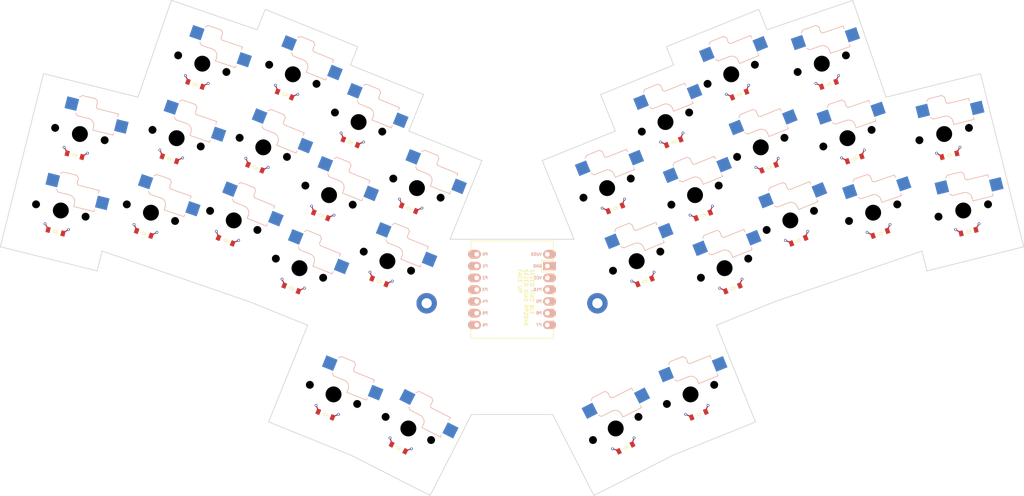
<source format=kicad_pcb>

            
(kicad_pcb (version 20171130) (host pcbnew 5.1.6)

  (page A3)
  (title_block
    (title tern)
    (rev v1.0.0)
    (company Unknown)
  )

  (general
    (thickness 1.6)
  )

  (layers
    (0 F.Cu signal)
    (31 B.Cu signal)
    (32 B.Adhes user)
    (33 F.Adhes user)
    (34 B.Paste user)
    (35 F.Paste user)
    (36 B.SilkS user)
    (37 F.SilkS user)
    (38 B.Mask user)
    (39 F.Mask user)
    (40 Dwgs.User user)
    (41 Cmts.User user)
    (42 Eco1.User user)
    (43 Eco2.User user)
    (44 Edge.Cuts user)
    (45 Margin user)
    (46 B.CrtYd user)
    (47 F.CrtYd user)
    (48 B.Fab user)
    (49 F.Fab user)
  )

  (setup
    (last_trace_width 0.25)
    (trace_clearance 0.2)
    (zone_clearance 0.508)
    (zone_45_only no)
    (trace_min 0.2)
    (via_size 0.8)
    (via_drill 0.4)
    (via_min_size 0.4)
    (via_min_drill 0.3)
    (uvia_size 0.3)
    (uvia_drill 0.1)
    (uvias_allowed no)
    (uvia_min_size 0.2)
    (uvia_min_drill 0.1)
    (edge_width 0.05)
    (segment_width 0.2)
    (pcb_text_width 0.3)
    (pcb_text_size 1.5 1.5)
    (mod_edge_width 0.12)
    (mod_text_size 1 1)
    (mod_text_width 0.15)
    (pad_size 1.524 1.524)
    (pad_drill 0.762)
    (pad_to_mask_clearance 0.05)
    (aux_axis_origin 0 0)
    (visible_elements FFFFFF7F)
    (pcbplotparams
      (layerselection 0x010fc_ffffffff)
      (usegerberextensions false)
      (usegerberattributes true)
      (usegerberadvancedattributes true)
      (creategerberjobfile true)
      (excludeedgelayer true)
      (linewidth 0.100000)
      (plotframeref false)
      (viasonmask false)
      (mode 1)
      (useauxorigin false)
      (hpglpennumber 1)
      (hpglpenspeed 20)
      (hpglpendiameter 15.000000)
      (psnegative false)
      (psa4output false)
      (plotreference true)
      (plotvalue true)
      (plotinvisibletext false)
      (padsonsilk false)
      (subtractmaskfromsilk false)
      (outputformat 1)
      (mirror false)
      (drillshape 1)
      (scaleselection 1)
      (outputdirectory ""))
  )

            (net 0 "")
(net 1 "pinky_home")
(net 2 "P2")
(net 3 "pinky_top")
(net 4 "P0")
(net 5 "ring_bottom")
(net 6 "P4")
(net 7 "ring_home")
(net 8 "P3")
(net 9 "ring_top")
(net 10 "P1")
(net 11 "middle_bottom")
(net 12 "P5")
(net 13 "middle_home")
(net 14 "middle_top")
(net 15 "index_bottom")
(net 16 "index_home")
(net 17 "index_top")
(net 18 "inner_home")
(net 19 "inner_top")
(net 20 "mirror_pinky_home")
(net 21 "mirror_pinky_top")
(net 22 "mirror_ring_bottom")
(net 23 "mirror_ring_home")
(net 24 "mirror_ring_top")
(net 25 "mirror_middle_bottom")
(net 26 "mirror_middle_home")
(net 27 "mirror_middle_top")
(net 28 "mirror_index_bottom")
(net 29 "mirror_index_home")
(net 30 "mirror_index_top")
(net 31 "mirror_inner_home")
(net 32 "mirror_inner_top")
(net 33 "tucky_default")
(net 34 "reachy_default")
(net 35 "mirror_tucky_default")
(net 36 "mirror_reachy_default")
(net 37 "P6")
(net 38 "P7")
(net 39 "P8")
(net 40 "P10")
(net 41 "P9")
(net 42 "VUSB")
(net 43 "GND")
(net 44 "VCC")
(net 45 "RST")
(net 46 "BAT+")
            
  (net_class Default "This is the default net class."
    (clearance 0.2)
    (trace_width 0.25)
    (via_dia 0.8)
    (via_drill 0.4)
    (uvia_dia 0.3)
    (uvia_drill 0.1)
    (add_net "")
(add_net "pinky_home")
(add_net "P2")
(add_net "pinky_top")
(add_net "P0")
(add_net "ring_bottom")
(add_net "P4")
(add_net "ring_home")
(add_net "P3")
(add_net "ring_top")
(add_net "P1")
(add_net "middle_bottom")
(add_net "P5")
(add_net "middle_home")
(add_net "middle_top")
(add_net "index_bottom")
(add_net "index_home")
(add_net "index_top")
(add_net "inner_home")
(add_net "inner_top")
(add_net "mirror_pinky_home")
(add_net "mirror_pinky_top")
(add_net "mirror_ring_bottom")
(add_net "mirror_ring_home")
(add_net "mirror_ring_top")
(add_net "mirror_middle_bottom")
(add_net "mirror_middle_home")
(add_net "mirror_middle_top")
(add_net "mirror_index_bottom")
(add_net "mirror_index_home")
(add_net "mirror_index_top")
(add_net "mirror_inner_home")
(add_net "mirror_inner_top")
(add_net "tucky_default")
(add_net "reachy_default")
(add_net "mirror_tucky_default")
(add_net "mirror_reachy_default")
(add_net "P6")
(add_net "P7")
(add_net "P8")
(add_net "P10")
(add_net "P9")
(add_net "VUSB")
(add_net "GND")
(add_net "VCC")
(add_net "RST")
(add_net "BAT+")
  )

            
        
      (module PG1350 (layer F.Cu) (tedit 5DD50112)
      (at 119.4167942 141.0802228 -14)

      
      (fp_text reference "S1" (at 0 0) (layer F.SilkS) hide (effects (font (size 1.27 1.27) (thickness 0.15))))
      (fp_text value "" (at 0 0) (layer F.SilkS) hide (effects (font (size 1.27 1.27) (thickness 0.15))))

      
      (fp_line (start -7 -6) (end -7 -7) (layer Dwgs.User) (width 0.15))
      (fp_line (start -7 7) (end -6 7) (layer Dwgs.User) (width 0.15))
      (fp_line (start -6 -7) (end -7 -7) (layer Dwgs.User) (width 0.15))
      (fp_line (start -7 7) (end -7 6) (layer Dwgs.User) (width 0.15))
      (fp_line (start 7 6) (end 7 7) (layer Dwgs.User) (width 0.15))
      (fp_line (start 7 -7) (end 6 -7) (layer Dwgs.User) (width 0.15))
      (fp_line (start 6 7) (end 7 7) (layer Dwgs.User) (width 0.15))
      (fp_line (start 7 -7) (end 7 -6) (layer Dwgs.User) (width 0.15))      
      
      
      (pad "" np_thru_hole circle (at 0 0) (size 3.429 3.429) (drill 3.429) (layers *.Cu *.Mask))
        
      
      (pad "" np_thru_hole circle (at 5.5 0) (size 1.7018 1.7018) (drill 1.7018) (layers *.Cu *.Mask))
      (pad "" np_thru_hole circle (at -5.5 0) (size 1.7018 1.7018) (drill 1.7018) (layers *.Cu *.Mask))
      
        
        
          
          (pad "" np_thru_hole circle (at 5 -3.75) (size 3 3) (drill 3) (layers *.Cu *.Mask))
          (pad "" np_thru_hole circle (at 0 -5.95) (size 3 3) (drill 3) (layers *.Cu *.Mask))
      
          
          (pad 1 smd rect (at -3.275 -5.95 -14) (size 2.6 2.6) (layers B.Cu B.Paste B.Mask)  (net 1 "pinky_home"))
          (pad 2 smd rect (at 8.275 -3.75 -14) (size 2.6 2.6) (layers B.Cu B.Paste B.Mask)  (net 2 "P2"))
        )
        

        
      (module PG1350 (layer F.Cu) (tedit 5DD50112)
      (at 123.5294664 124.5851954 -14)

      
      (fp_text reference "S2" (at 0 0) (layer F.SilkS) hide (effects (font (size 1.27 1.27) (thickness 0.15))))
      (fp_text value "" (at 0 0) (layer F.SilkS) hide (effects (font (size 1.27 1.27) (thickness 0.15))))

      
      (fp_line (start -7 -6) (end -7 -7) (layer Dwgs.User) (width 0.15))
      (fp_line (start -7 7) (end -6 7) (layer Dwgs.User) (width 0.15))
      (fp_line (start -6 -7) (end -7 -7) (layer Dwgs.User) (width 0.15))
      (fp_line (start -7 7) (end -7 6) (layer Dwgs.User) (width 0.15))
      (fp_line (start 7 6) (end 7 7) (layer Dwgs.User) (width 0.15))
      (fp_line (start 7 -7) (end 6 -7) (layer Dwgs.User) (width 0.15))
      (fp_line (start 6 7) (end 7 7) (layer Dwgs.User) (width 0.15))
      (fp_line (start 7 -7) (end 7 -6) (layer Dwgs.User) (width 0.15))      
      
      
      (pad "" np_thru_hole circle (at 0 0) (size 3.429 3.429) (drill 3.429) (layers *.Cu *.Mask))
        
      
      (pad "" np_thru_hole circle (at 5.5 0) (size 1.7018 1.7018) (drill 1.7018) (layers *.Cu *.Mask))
      (pad "" np_thru_hole circle (at -5.5 0) (size 1.7018 1.7018) (drill 1.7018) (layers *.Cu *.Mask))
      
        
        
          
          (pad "" np_thru_hole circle (at 5 -3.75) (size 3 3) (drill 3) (layers *.Cu *.Mask))
          (pad "" np_thru_hole circle (at 0 -5.95) (size 3 3) (drill 3) (layers *.Cu *.Mask))
      
          
          (pad 1 smd rect (at -3.275 -5.95 -14) (size 2.6 2.6) (layers B.Cu B.Paste B.Mask)  (net 3 "pinky_top"))
          (pad 2 smd rect (at 8.275 -3.75 -14) (size 2.6 2.6) (layers B.Cu B.Paste B.Mask)  (net 4 "P0"))
        )
        

        
      (module PG1350 (layer F.Cu) (tedit 5DD50112)
      (at 138.8404311 141.5547368 -19)

      
      (fp_text reference "S3" (at 0 0) (layer F.SilkS) hide (effects (font (size 1.27 1.27) (thickness 0.15))))
      (fp_text value "" (at 0 0) (layer F.SilkS) hide (effects (font (size 1.27 1.27) (thickness 0.15))))

      
      (fp_line (start -7 -6) (end -7 -7) (layer Dwgs.User) (width 0.15))
      (fp_line (start -7 7) (end -6 7) (layer Dwgs.User) (width 0.15))
      (fp_line (start -6 -7) (end -7 -7) (layer Dwgs.User) (width 0.15))
      (fp_line (start -7 7) (end -7 6) (layer Dwgs.User) (width 0.15))
      (fp_line (start 7 6) (end 7 7) (layer Dwgs.User) (width 0.15))
      (fp_line (start 7 -7) (end 6 -7) (layer Dwgs.User) (width 0.15))
      (fp_line (start 6 7) (end 7 7) (layer Dwgs.User) (width 0.15))
      (fp_line (start 7 -7) (end 7 -6) (layer Dwgs.User) (width 0.15))      
      
      
      (pad "" np_thru_hole circle (at 0 0) (size 3.429 3.429) (drill 3.429) (layers *.Cu *.Mask))
        
      
      (pad "" np_thru_hole circle (at 5.5 0) (size 1.7018 1.7018) (drill 1.7018) (layers *.Cu *.Mask))
      (pad "" np_thru_hole circle (at -5.5 0) (size 1.7018 1.7018) (drill 1.7018) (layers *.Cu *.Mask))
      
        
        
          
          (pad "" np_thru_hole circle (at 5 -3.75) (size 3 3) (drill 3) (layers *.Cu *.Mask))
          (pad "" np_thru_hole circle (at 0 -5.95) (size 3 3) (drill 3) (layers *.Cu *.Mask))
      
          
          (pad 1 smd rect (at -3.275 -5.95 -19) (size 2.6 2.6) (layers B.Cu B.Paste B.Mask)  (net 5 "ring_bottom"))
          (pad 2 smd rect (at 8.275 -3.75 -19) (size 2.6 2.6) (layers B.Cu B.Paste B.Mask)  (net 6 "P4"))
        )
        

        
      (module PG1350 (layer F.Cu) (tedit 5DD50112)
      (at 144.3750897 125.480921 -19)

      
      (fp_text reference "S4" (at 0 0) (layer F.SilkS) hide (effects (font (size 1.27 1.27) (thickness 0.15))))
      (fp_text value "" (at 0 0) (layer F.SilkS) hide (effects (font (size 1.27 1.27) (thickness 0.15))))

      
      (fp_line (start -7 -6) (end -7 -7) (layer Dwgs.User) (width 0.15))
      (fp_line (start -7 7) (end -6 7) (layer Dwgs.User) (width 0.15))
      (fp_line (start -6 -7) (end -7 -7) (layer Dwgs.User) (width 0.15))
      (fp_line (start -7 7) (end -7 6) (layer Dwgs.User) (width 0.15))
      (fp_line (start 7 6) (end 7 7) (layer Dwgs.User) (width 0.15))
      (fp_line (start 7 -7) (end 6 -7) (layer Dwgs.User) (width 0.15))
      (fp_line (start 6 7) (end 7 7) (layer Dwgs.User) (width 0.15))
      (fp_line (start 7 -7) (end 7 -6) (layer Dwgs.User) (width 0.15))      
      
      
      (pad "" np_thru_hole circle (at 0 0) (size 3.429 3.429) (drill 3.429) (layers *.Cu *.Mask))
        
      
      (pad "" np_thru_hole circle (at 5.5 0) (size 1.7018 1.7018) (drill 1.7018) (layers *.Cu *.Mask))
      (pad "" np_thru_hole circle (at -5.5 0) (size 1.7018 1.7018) (drill 1.7018) (layers *.Cu *.Mask))
      
        
        
          
          (pad "" np_thru_hole circle (at 5 -3.75) (size 3 3) (drill 3) (layers *.Cu *.Mask))
          (pad "" np_thru_hole circle (at 0 -5.95) (size 3 3) (drill 3) (layers *.Cu *.Mask))
      
          
          (pad 1 smd rect (at -3.275 -5.95 -19) (size 2.6 2.6) (layers B.Cu B.Paste B.Mask)  (net 7 "ring_home"))
          (pad 2 smd rect (at 8.275 -3.75 -19) (size 2.6 2.6) (layers B.Cu B.Paste B.Mask)  (net 8 "P3"))
        )
        

        
      (module PG1350 (layer F.Cu) (tedit 5DD50112)
      (at 149.9097483 109.4071052 -19)

      
      (fp_text reference "S5" (at 0 0) (layer F.SilkS) hide (effects (font (size 1.27 1.27) (thickness 0.15))))
      (fp_text value "" (at 0 0) (layer F.SilkS) hide (effects (font (size 1.27 1.27) (thickness 0.15))))

      
      (fp_line (start -7 -6) (end -7 -7) (layer Dwgs.User) (width 0.15))
      (fp_line (start -7 7) (end -6 7) (layer Dwgs.User) (width 0.15))
      (fp_line (start -6 -7) (end -7 -7) (layer Dwgs.User) (width 0.15))
      (fp_line (start -7 7) (end -7 6) (layer Dwgs.User) (width 0.15))
      (fp_line (start 7 6) (end 7 7) (layer Dwgs.User) (width 0.15))
      (fp_line (start 7 -7) (end 6 -7) (layer Dwgs.User) (width 0.15))
      (fp_line (start 6 7) (end 7 7) (layer Dwgs.User) (width 0.15))
      (fp_line (start 7 -7) (end 7 -6) (layer Dwgs.User) (width 0.15))      
      
      
      (pad "" np_thru_hole circle (at 0 0) (size 3.429 3.429) (drill 3.429) (layers *.Cu *.Mask))
        
      
      (pad "" np_thru_hole circle (at 5.5 0) (size 1.7018 1.7018) (drill 1.7018) (layers *.Cu *.Mask))
      (pad "" np_thru_hole circle (at -5.5 0) (size 1.7018 1.7018) (drill 1.7018) (layers *.Cu *.Mask))
      
        
        
          
          (pad "" np_thru_hole circle (at 5 -3.75) (size 3 3) (drill 3) (layers *.Cu *.Mask))
          (pad "" np_thru_hole circle (at 0 -5.95) (size 3 3) (drill 3) (layers *.Cu *.Mask))
      
          
          (pad 1 smd rect (at -3.275 -5.95 -19) (size 2.6 2.6) (layers B.Cu B.Paste B.Mask)  (net 9 "ring_top"))
          (pad 2 smd rect (at 8.275 -3.75 -19) (size 2.6 2.6) (layers B.Cu B.Paste B.Mask)  (net 10 "P1"))
        )
        

        
      (module PG1350 (layer F.Cu) (tedit 5DD50112)
      (at 156.6902191 143.2176193 -22)

      
      (fp_text reference "S6" (at 0 0) (layer F.SilkS) hide (effects (font (size 1.27 1.27) (thickness 0.15))))
      (fp_text value "" (at 0 0) (layer F.SilkS) hide (effects (font (size 1.27 1.27) (thickness 0.15))))

      
      (fp_line (start -7 -6) (end -7 -7) (layer Dwgs.User) (width 0.15))
      (fp_line (start -7 7) (end -6 7) (layer Dwgs.User) (width 0.15))
      (fp_line (start -6 -7) (end -7 -7) (layer Dwgs.User) (width 0.15))
      (fp_line (start -7 7) (end -7 6) (layer Dwgs.User) (width 0.15))
      (fp_line (start 7 6) (end 7 7) (layer Dwgs.User) (width 0.15))
      (fp_line (start 7 -7) (end 6 -7) (layer Dwgs.User) (width 0.15))
      (fp_line (start 6 7) (end 7 7) (layer Dwgs.User) (width 0.15))
      (fp_line (start 7 -7) (end 7 -6) (layer Dwgs.User) (width 0.15))      
      
      
      (pad "" np_thru_hole circle (at 0 0) (size 3.429 3.429) (drill 3.429) (layers *.Cu *.Mask))
        
      
      (pad "" np_thru_hole circle (at 5.5 0) (size 1.7018 1.7018) (drill 1.7018) (layers *.Cu *.Mask))
      (pad "" np_thru_hole circle (at -5.5 0) (size 1.7018 1.7018) (drill 1.7018) (layers *.Cu *.Mask))
      
        
        
          
          (pad "" np_thru_hole circle (at 5 -3.75) (size 3 3) (drill 3) (layers *.Cu *.Mask))
          (pad "" np_thru_hole circle (at 0 -5.95) (size 3 3) (drill 3) (layers *.Cu *.Mask))
      
          
          (pad 1 smd rect (at -3.275 -5.95 -22) (size 2.6 2.6) (layers B.Cu B.Paste B.Mask)  (net 11 "middle_bottom"))
          (pad 2 smd rect (at 8.275 -3.75 -22) (size 2.6 2.6) (layers B.Cu B.Paste B.Mask)  (net 12 "P5"))
        )
        

        
      (module PG1350 (layer F.Cu) (tedit 5DD50112)
      (at 163.0585312 127.4554937 -22)

      
      (fp_text reference "S7" (at 0 0) (layer F.SilkS) hide (effects (font (size 1.27 1.27) (thickness 0.15))))
      (fp_text value "" (at 0 0) (layer F.SilkS) hide (effects (font (size 1.27 1.27) (thickness 0.15))))

      
      (fp_line (start -7 -6) (end -7 -7) (layer Dwgs.User) (width 0.15))
      (fp_line (start -7 7) (end -6 7) (layer Dwgs.User) (width 0.15))
      (fp_line (start -6 -7) (end -7 -7) (layer Dwgs.User) (width 0.15))
      (fp_line (start -7 7) (end -7 6) (layer Dwgs.User) (width 0.15))
      (fp_line (start 7 6) (end 7 7) (layer Dwgs.User) (width 0.15))
      (fp_line (start 7 -7) (end 6 -7) (layer Dwgs.User) (width 0.15))
      (fp_line (start 6 7) (end 7 7) (layer Dwgs.User) (width 0.15))
      (fp_line (start 7 -7) (end 7 -6) (layer Dwgs.User) (width 0.15))      
      
      
      (pad "" np_thru_hole circle (at 0 0) (size 3.429 3.429) (drill 3.429) (layers *.Cu *.Mask))
        
      
      (pad "" np_thru_hole circle (at 5.5 0) (size 1.7018 1.7018) (drill 1.7018) (layers *.Cu *.Mask))
      (pad "" np_thru_hole circle (at -5.5 0) (size 1.7018 1.7018) (drill 1.7018) (layers *.Cu *.Mask))
      
        
        
          
          (pad "" np_thru_hole circle (at 5 -3.75) (size 3 3) (drill 3) (layers *.Cu *.Mask))
          (pad "" np_thru_hole circle (at 0 -5.95) (size 3 3) (drill 3) (layers *.Cu *.Mask))
      
          
          (pad 1 smd rect (at -3.275 -5.95 -22) (size 2.6 2.6) (layers B.Cu B.Paste B.Mask)  (net 13 "middle_home"))
          (pad 2 smd rect (at 8.275 -3.75 -22) (size 2.6 2.6) (layers B.Cu B.Paste B.Mask)  (net 2 "P2"))
        )
        

        
      (module PG1350 (layer F.Cu) (tedit 5DD50112)
      (at 169.4268433 111.6933682 -22)

      
      (fp_text reference "S8" (at 0 0) (layer F.SilkS) hide (effects (font (size 1.27 1.27) (thickness 0.15))))
      (fp_text value "" (at 0 0) (layer F.SilkS) hide (effects (font (size 1.27 1.27) (thickness 0.15))))

      
      (fp_line (start -7 -6) (end -7 -7) (layer Dwgs.User) (width 0.15))
      (fp_line (start -7 7) (end -6 7) (layer Dwgs.User) (width 0.15))
      (fp_line (start -6 -7) (end -7 -7) (layer Dwgs.User) (width 0.15))
      (fp_line (start -7 7) (end -7 6) (layer Dwgs.User) (width 0.15))
      (fp_line (start 7 6) (end 7 7) (layer Dwgs.User) (width 0.15))
      (fp_line (start 7 -7) (end 6 -7) (layer Dwgs.User) (width 0.15))
      (fp_line (start 6 7) (end 7 7) (layer Dwgs.User) (width 0.15))
      (fp_line (start 7 -7) (end 7 -6) (layer Dwgs.User) (width 0.15))      
      
      
      (pad "" np_thru_hole circle (at 0 0) (size 3.429 3.429) (drill 3.429) (layers *.Cu *.Mask))
        
      
      (pad "" np_thru_hole circle (at 5.5 0) (size 1.7018 1.7018) (drill 1.7018) (layers *.Cu *.Mask))
      (pad "" np_thru_hole circle (at -5.5 0) (size 1.7018 1.7018) (drill 1.7018) (layers *.Cu *.Mask))
      
        
        
          
          (pad "" np_thru_hole circle (at 5 -3.75) (size 3 3) (drill 3) (layers *.Cu *.Mask))
          (pad "" np_thru_hole circle (at 0 -5.95) (size 3 3) (drill 3) (layers *.Cu *.Mask))
      
          
          (pad 1 smd rect (at -3.275 -5.95 -22) (size 2.6 2.6) (layers B.Cu B.Paste B.Mask)  (net 14 "middle_top"))
          (pad 2 smd rect (at 8.275 -3.75 -22) (size 2.6 2.6) (layers B.Cu B.Paste B.Mask)  (net 4 "P0"))
        )
        

        
      (module PG1350 (layer F.Cu) (tedit 5DD50112)
      (at 170.8602666 153.5264628 -22)

      
      (fp_text reference "S9" (at 0 0) (layer F.SilkS) hide (effects (font (size 1.27 1.27) (thickness 0.15))))
      (fp_text value "" (at 0 0) (layer F.SilkS) hide (effects (font (size 1.27 1.27) (thickness 0.15))))

      
      (fp_line (start -7 -6) (end -7 -7) (layer Dwgs.User) (width 0.15))
      (fp_line (start -7 7) (end -6 7) (layer Dwgs.User) (width 0.15))
      (fp_line (start -6 -7) (end -7 -7) (layer Dwgs.User) (width 0.15))
      (fp_line (start -7 7) (end -7 6) (layer Dwgs.User) (width 0.15))
      (fp_line (start 7 6) (end 7 7) (layer Dwgs.User) (width 0.15))
      (fp_line (start 7 -7) (end 6 -7) (layer Dwgs.User) (width 0.15))
      (fp_line (start 6 7) (end 7 7) (layer Dwgs.User) (width 0.15))
      (fp_line (start 7 -7) (end 7 -6) (layer Dwgs.User) (width 0.15))      
      
      
      (pad "" np_thru_hole circle (at 0 0) (size 3.429 3.429) (drill 3.429) (layers *.Cu *.Mask))
        
      
      (pad "" np_thru_hole circle (at 5.5 0) (size 1.7018 1.7018) (drill 1.7018) (layers *.Cu *.Mask))
      (pad "" np_thru_hole circle (at -5.5 0) (size 1.7018 1.7018) (drill 1.7018) (layers *.Cu *.Mask))
      
        
        
          
          (pad "" np_thru_hole circle (at 5 -3.75) (size 3 3) (drill 3) (layers *.Cu *.Mask))
          (pad "" np_thru_hole circle (at 0 -5.95) (size 3 3) (drill 3) (layers *.Cu *.Mask))
      
          
          (pad 1 smd rect (at -3.275 -5.95 -22) (size 2.6 2.6) (layers B.Cu B.Paste B.Mask)  (net 15 "index_bottom"))
          (pad 2 smd rect (at 8.275 -3.75 -22) (size 2.6 2.6) (layers B.Cu B.Paste B.Mask)  (net 6 "P4"))
        )
        

        
      (module PG1350 (layer F.Cu) (tedit 5DD50112)
      (at 177.2285787 137.7643372 -22)

      
      (fp_text reference "S10" (at 0 0) (layer F.SilkS) hide (effects (font (size 1.27 1.27) (thickness 0.15))))
      (fp_text value "" (at 0 0) (layer F.SilkS) hide (effects (font (size 1.27 1.27) (thickness 0.15))))

      
      (fp_line (start -7 -6) (end -7 -7) (layer Dwgs.User) (width 0.15))
      (fp_line (start -7 7) (end -6 7) (layer Dwgs.User) (width 0.15))
      (fp_line (start -6 -7) (end -7 -7) (layer Dwgs.User) (width 0.15))
      (fp_line (start -7 7) (end -7 6) (layer Dwgs.User) (width 0.15))
      (fp_line (start 7 6) (end 7 7) (layer Dwgs.User) (width 0.15))
      (fp_line (start 7 -7) (end 6 -7) (layer Dwgs.User) (width 0.15))
      (fp_line (start 6 7) (end 7 7) (layer Dwgs.User) (width 0.15))
      (fp_line (start 7 -7) (end 7 -6) (layer Dwgs.User) (width 0.15))      
      
      
      (pad "" np_thru_hole circle (at 0 0) (size 3.429 3.429) (drill 3.429) (layers *.Cu *.Mask))
        
      
      (pad "" np_thru_hole circle (at 5.5 0) (size 1.7018 1.7018) (drill 1.7018) (layers *.Cu *.Mask))
      (pad "" np_thru_hole circle (at -5.5 0) (size 1.7018 1.7018) (drill 1.7018) (layers *.Cu *.Mask))
      
        
        
          
          (pad "" np_thru_hole circle (at 5 -3.75) (size 3 3) (drill 3) (layers *.Cu *.Mask))
          (pad "" np_thru_hole circle (at 0 -5.95) (size 3 3) (drill 3) (layers *.Cu *.Mask))
      
          
          (pad 1 smd rect (at -3.275 -5.95 -22) (size 2.6 2.6) (layers B.Cu B.Paste B.Mask)  (net 16 "index_home"))
          (pad 2 smd rect (at 8.275 -3.75 -22) (size 2.6 2.6) (layers B.Cu B.Paste B.Mask)  (net 8 "P3"))
        )
        

        
      (module PG1350 (layer F.Cu) (tedit 5DD50112)
      (at 183.5968908 122.0022116 -22)

      
      (fp_text reference "S11" (at 0 0) (layer F.SilkS) hide (effects (font (size 1.27 1.27) (thickness 0.15))))
      (fp_text value "" (at 0 0) (layer F.SilkS) hide (effects (font (size 1.27 1.27) (thickness 0.15))))

      
      (fp_line (start -7 -6) (end -7 -7) (layer Dwgs.User) (width 0.15))
      (fp_line (start -7 7) (end -6 7) (layer Dwgs.User) (width 0.15))
      (fp_line (start -6 -7) (end -7 -7) (layer Dwgs.User) (width 0.15))
      (fp_line (start -7 7) (end -7 6) (layer Dwgs.User) (width 0.15))
      (fp_line (start 7 6) (end 7 7) (layer Dwgs.User) (width 0.15))
      (fp_line (start 7 -7) (end 6 -7) (layer Dwgs.User) (width 0.15))
      (fp_line (start 6 7) (end 7 7) (layer Dwgs.User) (width 0.15))
      (fp_line (start 7 -7) (end 7 -6) (layer Dwgs.User) (width 0.15))      
      
      
      (pad "" np_thru_hole circle (at 0 0) (size 3.429 3.429) (drill 3.429) (layers *.Cu *.Mask))
        
      
      (pad "" np_thru_hole circle (at 5.5 0) (size 1.7018 1.7018) (drill 1.7018) (layers *.Cu *.Mask))
      (pad "" np_thru_hole circle (at -5.5 0) (size 1.7018 1.7018) (drill 1.7018) (layers *.Cu *.Mask))
      
        
        
          
          (pad "" np_thru_hole circle (at 5 -3.75) (size 3 3) (drill 3) (layers *.Cu *.Mask))
          (pad "" np_thru_hole circle (at 0 -5.95) (size 3 3) (drill 3) (layers *.Cu *.Mask))
      
          
          (pad 1 smd rect (at -3.275 -5.95 -22) (size 2.6 2.6) (layers B.Cu B.Paste B.Mask)  (net 17 "index_top"))
          (pad 2 smd rect (at 8.275 -3.75 -22) (size 2.6 2.6) (layers B.Cu B.Paste B.Mask)  (net 10 "P1"))
        )
        

        
      (module PG1350 (layer F.Cu) (tedit 5DD50112)
      (at 189.8065482 152.013712 -22)

      
      (fp_text reference "S12" (at 0 0) (layer F.SilkS) hide (effects (font (size 1.27 1.27) (thickness 0.15))))
      (fp_text value "" (at 0 0) (layer F.SilkS) hide (effects (font (size 1.27 1.27) (thickness 0.15))))

      
      (fp_line (start -7 -6) (end -7 -7) (layer Dwgs.User) (width 0.15))
      (fp_line (start -7 7) (end -6 7) (layer Dwgs.User) (width 0.15))
      (fp_line (start -6 -7) (end -7 -7) (layer Dwgs.User) (width 0.15))
      (fp_line (start -7 7) (end -7 6) (layer Dwgs.User) (width 0.15))
      (fp_line (start 7 6) (end 7 7) (layer Dwgs.User) (width 0.15))
      (fp_line (start 7 -7) (end 6 -7) (layer Dwgs.User) (width 0.15))
      (fp_line (start 6 7) (end 7 7) (layer Dwgs.User) (width 0.15))
      (fp_line (start 7 -7) (end 7 -6) (layer Dwgs.User) (width 0.15))      
      
      
      (pad "" np_thru_hole circle (at 0 0) (size 3.429 3.429) (drill 3.429) (layers *.Cu *.Mask))
        
      
      (pad "" np_thru_hole circle (at 5.5 0) (size 1.7018 1.7018) (drill 1.7018) (layers *.Cu *.Mask))
      (pad "" np_thru_hole circle (at -5.5 0) (size 1.7018 1.7018) (drill 1.7018) (layers *.Cu *.Mask))
      
        
        
          
          (pad "" np_thru_hole circle (at 5 -3.75) (size 3 3) (drill 3) (layers *.Cu *.Mask))
          (pad "" np_thru_hole circle (at 0 -5.95) (size 3 3) (drill 3) (layers *.Cu *.Mask))
      
          
          (pad 1 smd rect (at -3.275 -5.95 -22) (size 2.6 2.6) (layers B.Cu B.Paste B.Mask)  (net 18 "inner_home"))
          (pad 2 smd rect (at 8.275 -3.75 -22) (size 2.6 2.6) (layers B.Cu B.Paste B.Mask)  (net 2 "P2"))
        )
        

        
      (module PG1350 (layer F.Cu) (tedit 5DD50112)
      (at 196.1748603 136.2515865 -22)

      
      (fp_text reference "S13" (at 0 0) (layer F.SilkS) hide (effects (font (size 1.27 1.27) (thickness 0.15))))
      (fp_text value "" (at 0 0) (layer F.SilkS) hide (effects (font (size 1.27 1.27) (thickness 0.15))))

      
      (fp_line (start -7 -6) (end -7 -7) (layer Dwgs.User) (width 0.15))
      (fp_line (start -7 7) (end -6 7) (layer Dwgs.User) (width 0.15))
      (fp_line (start -6 -7) (end -7 -7) (layer Dwgs.User) (width 0.15))
      (fp_line (start -7 7) (end -7 6) (layer Dwgs.User) (width 0.15))
      (fp_line (start 7 6) (end 7 7) (layer Dwgs.User) (width 0.15))
      (fp_line (start 7 -7) (end 6 -7) (layer Dwgs.User) (width 0.15))
      (fp_line (start 6 7) (end 7 7) (layer Dwgs.User) (width 0.15))
      (fp_line (start 7 -7) (end 7 -6) (layer Dwgs.User) (width 0.15))      
      
      
      (pad "" np_thru_hole circle (at 0 0) (size 3.429 3.429) (drill 3.429) (layers *.Cu *.Mask))
        
      
      (pad "" np_thru_hole circle (at 5.5 0) (size 1.7018 1.7018) (drill 1.7018) (layers *.Cu *.Mask))
      (pad "" np_thru_hole circle (at -5.5 0) (size 1.7018 1.7018) (drill 1.7018) (layers *.Cu *.Mask))
      
        
        
          
          (pad "" np_thru_hole circle (at 5 -3.75) (size 3 3) (drill 3) (layers *.Cu *.Mask))
          (pad "" np_thru_hole circle (at 0 -5.95) (size 3 3) (drill 3) (layers *.Cu *.Mask))
      
          
          (pad 1 smd rect (at -3.275 -5.95 -22) (size 2.6 2.6) (layers B.Cu B.Paste B.Mask)  (net 19 "inner_top"))
          (pad 2 smd rect (at 8.275 -3.75 -22) (size 2.6 2.6) (layers B.Cu B.Paste B.Mask)  (net 4 "P0"))
        )
        

        
      (module PG1350 (layer F.Cu) (tedit 5DD50112)
      (at 313.921421 141.0802228 14)

      
      (fp_text reference "S14" (at 0 0) (layer F.SilkS) hide (effects (font (size 1.27 1.27) (thickness 0.15))))
      (fp_text value "" (at 0 0) (layer F.SilkS) hide (effects (font (size 1.27 1.27) (thickness 0.15))))

      
      (fp_line (start -7 -6) (end -7 -7) (layer Dwgs.User) (width 0.15))
      (fp_line (start -7 7) (end -6 7) (layer Dwgs.User) (width 0.15))
      (fp_line (start -6 -7) (end -7 -7) (layer Dwgs.User) (width 0.15))
      (fp_line (start -7 7) (end -7 6) (layer Dwgs.User) (width 0.15))
      (fp_line (start 7 6) (end 7 7) (layer Dwgs.User) (width 0.15))
      (fp_line (start 7 -7) (end 6 -7) (layer Dwgs.User) (width 0.15))
      (fp_line (start 6 7) (end 7 7) (layer Dwgs.User) (width 0.15))
      (fp_line (start 7 -7) (end 7 -6) (layer Dwgs.User) (width 0.15))      
      
      
      (pad "" np_thru_hole circle (at 0 0) (size 3.429 3.429) (drill 3.429) (layers *.Cu *.Mask))
        
      
      (pad "" np_thru_hole circle (at 5.5 0) (size 1.7018 1.7018) (drill 1.7018) (layers *.Cu *.Mask))
      (pad "" np_thru_hole circle (at -5.5 0) (size 1.7018 1.7018) (drill 1.7018) (layers *.Cu *.Mask))
      
        
        
          
          (pad "" np_thru_hole circle (at 5 -3.75) (size 3 3) (drill 3) (layers *.Cu *.Mask))
          (pad "" np_thru_hole circle (at 0 -5.95) (size 3 3) (drill 3) (layers *.Cu *.Mask))
      
          
          (pad 1 smd rect (at -3.275 -5.95 14) (size 2.6 2.6) (layers B.Cu B.Paste B.Mask)  (net 20 "mirror_pinky_home"))
          (pad 2 smd rect (at 8.275 -3.75 14) (size 2.6 2.6) (layers B.Cu B.Paste B.Mask)  (net 8 "P3"))
        )
        

        
      (module PG1350 (layer F.Cu) (tedit 5DD50112)
      (at 309.80874880000005 124.5851954 14)

      
      (fp_text reference "S15" (at 0 0) (layer F.SilkS) hide (effects (font (size 1.27 1.27) (thickness 0.15))))
      (fp_text value "" (at 0 0) (layer F.SilkS) hide (effects (font (size 1.27 1.27) (thickness 0.15))))

      
      (fp_line (start -7 -6) (end -7 -7) (layer Dwgs.User) (width 0.15))
      (fp_line (start -7 7) (end -6 7) (layer Dwgs.User) (width 0.15))
      (fp_line (start -6 -7) (end -7 -7) (layer Dwgs.User) (width 0.15))
      (fp_line (start -7 7) (end -7 6) (layer Dwgs.User) (width 0.15))
      (fp_line (start 7 6) (end 7 7) (layer Dwgs.User) (width 0.15))
      (fp_line (start 7 -7) (end 6 -7) (layer Dwgs.User) (width 0.15))
      (fp_line (start 6 7) (end 7 7) (layer Dwgs.User) (width 0.15))
      (fp_line (start 7 -7) (end 7 -6) (layer Dwgs.User) (width 0.15))      
      
      
      (pad "" np_thru_hole circle (at 0 0) (size 3.429 3.429) (drill 3.429) (layers *.Cu *.Mask))
        
      
      (pad "" np_thru_hole circle (at 5.5 0) (size 1.7018 1.7018) (drill 1.7018) (layers *.Cu *.Mask))
      (pad "" np_thru_hole circle (at -5.5 0) (size 1.7018 1.7018) (drill 1.7018) (layers *.Cu *.Mask))
      
        
        
          
          (pad "" np_thru_hole circle (at 5 -3.75) (size 3 3) (drill 3) (layers *.Cu *.Mask))
          (pad "" np_thru_hole circle (at 0 -5.95) (size 3 3) (drill 3) (layers *.Cu *.Mask))
      
          
          (pad 1 smd rect (at -3.275 -5.95 14) (size 2.6 2.6) (layers B.Cu B.Paste B.Mask)  (net 21 "mirror_pinky_top"))
          (pad 2 smd rect (at 8.275 -3.75 14) (size 2.6 2.6) (layers B.Cu B.Paste B.Mask)  (net 10 "P1"))
        )
        

        
      (module PG1350 (layer F.Cu) (tedit 5DD50112)
      (at 294.49778410000005 141.5547368 19)

      
      (fp_text reference "S16" (at 0 0) (layer F.SilkS) hide (effects (font (size 1.27 1.27) (thickness 0.15))))
      (fp_text value "" (at 0 0) (layer F.SilkS) hide (effects (font (size 1.27 1.27) (thickness 0.15))))

      
      (fp_line (start -7 -6) (end -7 -7) (layer Dwgs.User) (width 0.15))
      (fp_line (start -7 7) (end -6 7) (layer Dwgs.User) (width 0.15))
      (fp_line (start -6 -7) (end -7 -7) (layer Dwgs.User) (width 0.15))
      (fp_line (start -7 7) (end -7 6) (layer Dwgs.User) (width 0.15))
      (fp_line (start 7 6) (end 7 7) (layer Dwgs.User) (width 0.15))
      (fp_line (start 7 -7) (end 6 -7) (layer Dwgs.User) (width 0.15))
      (fp_line (start 6 7) (end 7 7) (layer Dwgs.User) (width 0.15))
      (fp_line (start 7 -7) (end 7 -6) (layer Dwgs.User) (width 0.15))      
      
      
      (pad "" np_thru_hole circle (at 0 0) (size 3.429 3.429) (drill 3.429) (layers *.Cu *.Mask))
        
      
      (pad "" np_thru_hole circle (at 5.5 0) (size 1.7018 1.7018) (drill 1.7018) (layers *.Cu *.Mask))
      (pad "" np_thru_hole circle (at -5.5 0) (size 1.7018 1.7018) (drill 1.7018) (layers *.Cu *.Mask))
      
        
        
          
          (pad "" np_thru_hole circle (at 5 -3.75) (size 3 3) (drill 3) (layers *.Cu *.Mask))
          (pad "" np_thru_hole circle (at 0 -5.95) (size 3 3) (drill 3) (layers *.Cu *.Mask))
      
          
          (pad 1 smd rect (at -3.275 -5.95 19) (size 2.6 2.6) (layers B.Cu B.Paste B.Mask)  (net 22 "mirror_ring_bottom"))
          (pad 2 smd rect (at 8.275 -3.75 19) (size 2.6 2.6) (layers B.Cu B.Paste B.Mask)  (net 12 "P5"))
        )
        

        
      (module PG1350 (layer F.Cu) (tedit 5DD50112)
      (at 288.96312550000005 125.480921 19)

      
      (fp_text reference "S17" (at 0 0) (layer F.SilkS) hide (effects (font (size 1.27 1.27) (thickness 0.15))))
      (fp_text value "" (at 0 0) (layer F.SilkS) hide (effects (font (size 1.27 1.27) (thickness 0.15))))

      
      (fp_line (start -7 -6) (end -7 -7) (layer Dwgs.User) (width 0.15))
      (fp_line (start -7 7) (end -6 7) (layer Dwgs.User) (width 0.15))
      (fp_line (start -6 -7) (end -7 -7) (layer Dwgs.User) (width 0.15))
      (fp_line (start -7 7) (end -7 6) (layer Dwgs.User) (width 0.15))
      (fp_line (start 7 6) (end 7 7) (layer Dwgs.User) (width 0.15))
      (fp_line (start 7 -7) (end 6 -7) (layer Dwgs.User) (width 0.15))
      (fp_line (start 6 7) (end 7 7) (layer Dwgs.User) (width 0.15))
      (fp_line (start 7 -7) (end 7 -6) (layer Dwgs.User) (width 0.15))      
      
      
      (pad "" np_thru_hole circle (at 0 0) (size 3.429 3.429) (drill 3.429) (layers *.Cu *.Mask))
        
      
      (pad "" np_thru_hole circle (at 5.5 0) (size 1.7018 1.7018) (drill 1.7018) (layers *.Cu *.Mask))
      (pad "" np_thru_hole circle (at -5.5 0) (size 1.7018 1.7018) (drill 1.7018) (layers *.Cu *.Mask))
      
        
        
          
          (pad "" np_thru_hole circle (at 5 -3.75) (size 3 3) (drill 3) (layers *.Cu *.Mask))
          (pad "" np_thru_hole circle (at 0 -5.95) (size 3 3) (drill 3) (layers *.Cu *.Mask))
      
          
          (pad 1 smd rect (at -3.275 -5.95 19) (size 2.6 2.6) (layers B.Cu B.Paste B.Mask)  (net 23 "mirror_ring_home"))
          (pad 2 smd rect (at 8.275 -3.75 19) (size 2.6 2.6) (layers B.Cu B.Paste B.Mask)  (net 2 "P2"))
        )
        

        
      (module PG1350 (layer F.Cu) (tedit 5DD50112)
      (at 283.42846690000005 109.4071052 19)

      
      (fp_text reference "S18" (at 0 0) (layer F.SilkS) hide (effects (font (size 1.27 1.27) (thickness 0.15))))
      (fp_text value "" (at 0 0) (layer F.SilkS) hide (effects (font (size 1.27 1.27) (thickness 0.15))))

      
      (fp_line (start -7 -6) (end -7 -7) (layer Dwgs.User) (width 0.15))
      (fp_line (start -7 7) (end -6 7) (layer Dwgs.User) (width 0.15))
      (fp_line (start -6 -7) (end -7 -7) (layer Dwgs.User) (width 0.15))
      (fp_line (start -7 7) (end -7 6) (layer Dwgs.User) (width 0.15))
      (fp_line (start 7 6) (end 7 7) (layer Dwgs.User) (width 0.15))
      (fp_line (start 7 -7) (end 6 -7) (layer Dwgs.User) (width 0.15))
      (fp_line (start 6 7) (end 7 7) (layer Dwgs.User) (width 0.15))
      (fp_line (start 7 -7) (end 7 -6) (layer Dwgs.User) (width 0.15))      
      
      
      (pad "" np_thru_hole circle (at 0 0) (size 3.429 3.429) (drill 3.429) (layers *.Cu *.Mask))
        
      
      (pad "" np_thru_hole circle (at 5.5 0) (size 1.7018 1.7018) (drill 1.7018) (layers *.Cu *.Mask))
      (pad "" np_thru_hole circle (at -5.5 0) (size 1.7018 1.7018) (drill 1.7018) (layers *.Cu *.Mask))
      
        
        
          
          (pad "" np_thru_hole circle (at 5 -3.75) (size 3 3) (drill 3) (layers *.Cu *.Mask))
          (pad "" np_thru_hole circle (at 0 -5.95) (size 3 3) (drill 3) (layers *.Cu *.Mask))
      
          
          (pad 1 smd rect (at -3.275 -5.95 19) (size 2.6 2.6) (layers B.Cu B.Paste B.Mask)  (net 24 "mirror_ring_top"))
          (pad 2 smd rect (at 8.275 -3.75 19) (size 2.6 2.6) (layers B.Cu B.Paste B.Mask)  (net 4 "P0"))
        )
        

        
      (module PG1350 (layer F.Cu) (tedit 5DD50112)
      (at 276.6479961 143.2176193 22)

      
      (fp_text reference "S19" (at 0 0) (layer F.SilkS) hide (effects (font (size 1.27 1.27) (thickness 0.15))))
      (fp_text value "" (at 0 0) (layer F.SilkS) hide (effects (font (size 1.27 1.27) (thickness 0.15))))

      
      (fp_line (start -7 -6) (end -7 -7) (layer Dwgs.User) (width 0.15))
      (fp_line (start -7 7) (end -6 7) (layer Dwgs.User) (width 0.15))
      (fp_line (start -6 -7) (end -7 -7) (layer Dwgs.User) (width 0.15))
      (fp_line (start -7 7) (end -7 6) (layer Dwgs.User) (width 0.15))
      (fp_line (start 7 6) (end 7 7) (layer Dwgs.User) (width 0.15))
      (fp_line (start 7 -7) (end 6 -7) (layer Dwgs.User) (width 0.15))
      (fp_line (start 6 7) (end 7 7) (layer Dwgs.User) (width 0.15))
      (fp_line (start 7 -7) (end 7 -6) (layer Dwgs.User) (width 0.15))      
      
      
      (pad "" np_thru_hole circle (at 0 0) (size 3.429 3.429) (drill 3.429) (layers *.Cu *.Mask))
        
      
      (pad "" np_thru_hole circle (at 5.5 0) (size 1.7018 1.7018) (drill 1.7018) (layers *.Cu *.Mask))
      (pad "" np_thru_hole circle (at -5.5 0) (size 1.7018 1.7018) (drill 1.7018) (layers *.Cu *.Mask))
      
        
        
          
          (pad "" np_thru_hole circle (at 5 -3.75) (size 3 3) (drill 3) (layers *.Cu *.Mask))
          (pad "" np_thru_hole circle (at 0 -5.95) (size 3 3) (drill 3) (layers *.Cu *.Mask))
      
          
          (pad 1 smd rect (at -3.275 -5.95 22) (size 2.6 2.6) (layers B.Cu B.Paste B.Mask)  (net 25 "mirror_middle_bottom"))
          (pad 2 smd rect (at 8.275 -3.75 22) (size 2.6 2.6) (layers B.Cu B.Paste B.Mask)  (net 6 "P4"))
        )
        

        
      (module PG1350 (layer F.Cu) (tedit 5DD50112)
      (at 270.27968400000003 127.4554937 22)

      
      (fp_text reference "S20" (at 0 0) (layer F.SilkS) hide (effects (font (size 1.27 1.27) (thickness 0.15))))
      (fp_text value "" (at 0 0) (layer F.SilkS) hide (effects (font (size 1.27 1.27) (thickness 0.15))))

      
      (fp_line (start -7 -6) (end -7 -7) (layer Dwgs.User) (width 0.15))
      (fp_line (start -7 7) (end -6 7) (layer Dwgs.User) (width 0.15))
      (fp_line (start -6 -7) (end -7 -7) (layer Dwgs.User) (width 0.15))
      (fp_line (start -7 7) (end -7 6) (layer Dwgs.User) (width 0.15))
      (fp_line (start 7 6) (end 7 7) (layer Dwgs.User) (width 0.15))
      (fp_line (start 7 -7) (end 6 -7) (layer Dwgs.User) (width 0.15))
      (fp_line (start 6 7) (end 7 7) (layer Dwgs.User) (width 0.15))
      (fp_line (start 7 -7) (end 7 -6) (layer Dwgs.User) (width 0.15))      
      
      
      (pad "" np_thru_hole circle (at 0 0) (size 3.429 3.429) (drill 3.429) (layers *.Cu *.Mask))
        
      
      (pad "" np_thru_hole circle (at 5.5 0) (size 1.7018 1.7018) (drill 1.7018) (layers *.Cu *.Mask))
      (pad "" np_thru_hole circle (at -5.5 0) (size 1.7018 1.7018) (drill 1.7018) (layers *.Cu *.Mask))
      
        
        
          
          (pad "" np_thru_hole circle (at 5 -3.75) (size 3 3) (drill 3) (layers *.Cu *.Mask))
          (pad "" np_thru_hole circle (at 0 -5.95) (size 3 3) (drill 3) (layers *.Cu *.Mask))
      
          
          (pad 1 smd rect (at -3.275 -5.95 22) (size 2.6 2.6) (layers B.Cu B.Paste B.Mask)  (net 26 "mirror_middle_home"))
          (pad 2 smd rect (at 8.275 -3.75 22) (size 2.6 2.6) (layers B.Cu B.Paste B.Mask)  (net 8 "P3"))
        )
        

        
      (module PG1350 (layer F.Cu) (tedit 5DD50112)
      (at 263.91137190000006 111.6933682 22)

      
      (fp_text reference "S21" (at 0 0) (layer F.SilkS) hide (effects (font (size 1.27 1.27) (thickness 0.15))))
      (fp_text value "" (at 0 0) (layer F.SilkS) hide (effects (font (size 1.27 1.27) (thickness 0.15))))

      
      (fp_line (start -7 -6) (end -7 -7) (layer Dwgs.User) (width 0.15))
      (fp_line (start -7 7) (end -6 7) (layer Dwgs.User) (width 0.15))
      (fp_line (start -6 -7) (end -7 -7) (layer Dwgs.User) (width 0.15))
      (fp_line (start -7 7) (end -7 6) (layer Dwgs.User) (width 0.15))
      (fp_line (start 7 6) (end 7 7) (layer Dwgs.User) (width 0.15))
      (fp_line (start 7 -7) (end 6 -7) (layer Dwgs.User) (width 0.15))
      (fp_line (start 6 7) (end 7 7) (layer Dwgs.User) (width 0.15))
      (fp_line (start 7 -7) (end 7 -6) (layer Dwgs.User) (width 0.15))      
      
      
      (pad "" np_thru_hole circle (at 0 0) (size 3.429 3.429) (drill 3.429) (layers *.Cu *.Mask))
        
      
      (pad "" np_thru_hole circle (at 5.5 0) (size 1.7018 1.7018) (drill 1.7018) (layers *.Cu *.Mask))
      (pad "" np_thru_hole circle (at -5.5 0) (size 1.7018 1.7018) (drill 1.7018) (layers *.Cu *.Mask))
      
        
        
          
          (pad "" np_thru_hole circle (at 5 -3.75) (size 3 3) (drill 3) (layers *.Cu *.Mask))
          (pad "" np_thru_hole circle (at 0 -5.95) (size 3 3) (drill 3) (layers *.Cu *.Mask))
      
          
          (pad 1 smd rect (at -3.275 -5.95 22) (size 2.6 2.6) (layers B.Cu B.Paste B.Mask)  (net 27 "mirror_middle_top"))
          (pad 2 smd rect (at 8.275 -3.75 22) (size 2.6 2.6) (layers B.Cu B.Paste B.Mask)  (net 10 "P1"))
        )
        

        
      (module PG1350 (layer F.Cu) (tedit 5DD50112)
      (at 262.47794860000005 153.5264628 22)

      
      (fp_text reference "S22" (at 0 0) (layer F.SilkS) hide (effects (font (size 1.27 1.27) (thickness 0.15))))
      (fp_text value "" (at 0 0) (layer F.SilkS) hide (effects (font (size 1.27 1.27) (thickness 0.15))))

      
      (fp_line (start -7 -6) (end -7 -7) (layer Dwgs.User) (width 0.15))
      (fp_line (start -7 7) (end -6 7) (layer Dwgs.User) (width 0.15))
      (fp_line (start -6 -7) (end -7 -7) (layer Dwgs.User) (width 0.15))
      (fp_line (start -7 7) (end -7 6) (layer Dwgs.User) (width 0.15))
      (fp_line (start 7 6) (end 7 7) (layer Dwgs.User) (width 0.15))
      (fp_line (start 7 -7) (end 6 -7) (layer Dwgs.User) (width 0.15))
      (fp_line (start 6 7) (end 7 7) (layer Dwgs.User) (width 0.15))
      (fp_line (start 7 -7) (end 7 -6) (layer Dwgs.User) (width 0.15))      
      
      
      (pad "" np_thru_hole circle (at 0 0) (size 3.429 3.429) (drill 3.429) (layers *.Cu *.Mask))
        
      
      (pad "" np_thru_hole circle (at 5.5 0) (size 1.7018 1.7018) (drill 1.7018) (layers *.Cu *.Mask))
      (pad "" np_thru_hole circle (at -5.5 0) (size 1.7018 1.7018) (drill 1.7018) (layers *.Cu *.Mask))
      
        
        
          
          (pad "" np_thru_hole circle (at 5 -3.75) (size 3 3) (drill 3) (layers *.Cu *.Mask))
          (pad "" np_thru_hole circle (at 0 -5.95) (size 3 3) (drill 3) (layers *.Cu *.Mask))
      
          
          (pad 1 smd rect (at -3.275 -5.95 22) (size 2.6 2.6) (layers B.Cu B.Paste B.Mask)  (net 28 "mirror_index_bottom"))
          (pad 2 smd rect (at 8.275 -3.75 22) (size 2.6 2.6) (layers B.Cu B.Paste B.Mask)  (net 12 "P5"))
        )
        

        
      (module PG1350 (layer F.Cu) (tedit 5DD50112)
      (at 256.1096365 137.7643372 22)

      
      (fp_text reference "S23" (at 0 0) (layer F.SilkS) hide (effects (font (size 1.27 1.27) (thickness 0.15))))
      (fp_text value "" (at 0 0) (layer F.SilkS) hide (effects (font (size 1.27 1.27) (thickness 0.15))))

      
      (fp_line (start -7 -6) (end -7 -7) (layer Dwgs.User) (width 0.15))
      (fp_line (start -7 7) (end -6 7) (layer Dwgs.User) (width 0.15))
      (fp_line (start -6 -7) (end -7 -7) (layer Dwgs.User) (width 0.15))
      (fp_line (start -7 7) (end -7 6) (layer Dwgs.User) (width 0.15))
      (fp_line (start 7 6) (end 7 7) (layer Dwgs.User) (width 0.15))
      (fp_line (start 7 -7) (end 6 -7) (layer Dwgs.User) (width 0.15))
      (fp_line (start 6 7) (end 7 7) (layer Dwgs.User) (width 0.15))
      (fp_line (start 7 -7) (end 7 -6) (layer Dwgs.User) (width 0.15))      
      
      
      (pad "" np_thru_hole circle (at 0 0) (size 3.429 3.429) (drill 3.429) (layers *.Cu *.Mask))
        
      
      (pad "" np_thru_hole circle (at 5.5 0) (size 1.7018 1.7018) (drill 1.7018) (layers *.Cu *.Mask))
      (pad "" np_thru_hole circle (at -5.5 0) (size 1.7018 1.7018) (drill 1.7018) (layers *.Cu *.Mask))
      
        
        
          
          (pad "" np_thru_hole circle (at 5 -3.75) (size 3 3) (drill 3) (layers *.Cu *.Mask))
          (pad "" np_thru_hole circle (at 0 -5.95) (size 3 3) (drill 3) (layers *.Cu *.Mask))
      
          
          (pad 1 smd rect (at -3.275 -5.95 22) (size 2.6 2.6) (layers B.Cu B.Paste B.Mask)  (net 29 "mirror_index_home"))
          (pad 2 smd rect (at 8.275 -3.75 22) (size 2.6 2.6) (layers B.Cu B.Paste B.Mask)  (net 2 "P2"))
        )
        

        
      (module PG1350 (layer F.Cu) (tedit 5DD50112)
      (at 249.74132440000002 122.0022116 22)

      
      (fp_text reference "S24" (at 0 0) (layer F.SilkS) hide (effects (font (size 1.27 1.27) (thickness 0.15))))
      (fp_text value "" (at 0 0) (layer F.SilkS) hide (effects (font (size 1.27 1.27) (thickness 0.15))))

      
      (fp_line (start -7 -6) (end -7 -7) (layer Dwgs.User) (width 0.15))
      (fp_line (start -7 7) (end -6 7) (layer Dwgs.User) (width 0.15))
      (fp_line (start -6 -7) (end -7 -7) (layer Dwgs.User) (width 0.15))
      (fp_line (start -7 7) (end -7 6) (layer Dwgs.User) (width 0.15))
      (fp_line (start 7 6) (end 7 7) (layer Dwgs.User) (width 0.15))
      (fp_line (start 7 -7) (end 6 -7) (layer Dwgs.User) (width 0.15))
      (fp_line (start 6 7) (end 7 7) (layer Dwgs.User) (width 0.15))
      (fp_line (start 7 -7) (end 7 -6) (layer Dwgs.User) (width 0.15))      
      
      
      (pad "" np_thru_hole circle (at 0 0) (size 3.429 3.429) (drill 3.429) (layers *.Cu *.Mask))
        
      
      (pad "" np_thru_hole circle (at 5.5 0) (size 1.7018 1.7018) (drill 1.7018) (layers *.Cu *.Mask))
      (pad "" np_thru_hole circle (at -5.5 0) (size 1.7018 1.7018) (drill 1.7018) (layers *.Cu *.Mask))
      
        
        
          
          (pad "" np_thru_hole circle (at 5 -3.75) (size 3 3) (drill 3) (layers *.Cu *.Mask))
          (pad "" np_thru_hole circle (at 0 -5.95) (size 3 3) (drill 3) (layers *.Cu *.Mask))
      
          
          (pad 1 smd rect (at -3.275 -5.95 22) (size 2.6 2.6) (layers B.Cu B.Paste B.Mask)  (net 30 "mirror_index_top"))
          (pad 2 smd rect (at 8.275 -3.75 22) (size 2.6 2.6) (layers B.Cu B.Paste B.Mask)  (net 4 "P0"))
        )
        

        
      (module PG1350 (layer F.Cu) (tedit 5DD50112)
      (at 243.53166700000003 152.013712 22)

      
      (fp_text reference "S25" (at 0 0) (layer F.SilkS) hide (effects (font (size 1.27 1.27) (thickness 0.15))))
      (fp_text value "" (at 0 0) (layer F.SilkS) hide (effects (font (size 1.27 1.27) (thickness 0.15))))

      
      (fp_line (start -7 -6) (end -7 -7) (layer Dwgs.User) (width 0.15))
      (fp_line (start -7 7) (end -6 7) (layer Dwgs.User) (width 0.15))
      (fp_line (start -6 -7) (end -7 -7) (layer Dwgs.User) (width 0.15))
      (fp_line (start -7 7) (end -7 6) (layer Dwgs.User) (width 0.15))
      (fp_line (start 7 6) (end 7 7) (layer Dwgs.User) (width 0.15))
      (fp_line (start 7 -7) (end 6 -7) (layer Dwgs.User) (width 0.15))
      (fp_line (start 6 7) (end 7 7) (layer Dwgs.User) (width 0.15))
      (fp_line (start 7 -7) (end 7 -6) (layer Dwgs.User) (width 0.15))      
      
      
      (pad "" np_thru_hole circle (at 0 0) (size 3.429 3.429) (drill 3.429) (layers *.Cu *.Mask))
        
      
      (pad "" np_thru_hole circle (at 5.5 0) (size 1.7018 1.7018) (drill 1.7018) (layers *.Cu *.Mask))
      (pad "" np_thru_hole circle (at -5.5 0) (size 1.7018 1.7018) (drill 1.7018) (layers *.Cu *.Mask))
      
        
        
          
          (pad "" np_thru_hole circle (at 5 -3.75) (size 3 3) (drill 3) (layers *.Cu *.Mask))
          (pad "" np_thru_hole circle (at 0 -5.95) (size 3 3) (drill 3) (layers *.Cu *.Mask))
      
          
          (pad 1 smd rect (at -3.275 -5.95 22) (size 2.6 2.6) (layers B.Cu B.Paste B.Mask)  (net 31 "mirror_inner_home"))
          (pad 2 smd rect (at 8.275 -3.75 22) (size 2.6 2.6) (layers B.Cu B.Paste B.Mask)  (net 8 "P3"))
        )
        

        
      (module PG1350 (layer F.Cu) (tedit 5DD50112)
      (at 237.16335490000003 136.2515865 22)

      
      (fp_text reference "S26" (at 0 0) (layer F.SilkS) hide (effects (font (size 1.27 1.27) (thickness 0.15))))
      (fp_text value "" (at 0 0) (layer F.SilkS) hide (effects (font (size 1.27 1.27) (thickness 0.15))))

      
      (fp_line (start -7 -6) (end -7 -7) (layer Dwgs.User) (width 0.15))
      (fp_line (start -7 7) (end -6 7) (layer Dwgs.User) (width 0.15))
      (fp_line (start -6 -7) (end -7 -7) (layer Dwgs.User) (width 0.15))
      (fp_line (start -7 7) (end -7 6) (layer Dwgs.User) (width 0.15))
      (fp_line (start 7 6) (end 7 7) (layer Dwgs.User) (width 0.15))
      (fp_line (start 7 -7) (end 6 -7) (layer Dwgs.User) (width 0.15))
      (fp_line (start 6 7) (end 7 7) (layer Dwgs.User) (width 0.15))
      (fp_line (start 7 -7) (end 7 -6) (layer Dwgs.User) (width 0.15))      
      
      
      (pad "" np_thru_hole circle (at 0 0) (size 3.429 3.429) (drill 3.429) (layers *.Cu *.Mask))
        
      
      (pad "" np_thru_hole circle (at 5.5 0) (size 1.7018 1.7018) (drill 1.7018) (layers *.Cu *.Mask))
      (pad "" np_thru_hole circle (at -5.5 0) (size 1.7018 1.7018) (drill 1.7018) (layers *.Cu *.Mask))
      
        
        
          
          (pad "" np_thru_hole circle (at 5 -3.75) (size 3 3) (drill 3) (layers *.Cu *.Mask))
          (pad "" np_thru_hole circle (at 0 -5.95) (size 3 3) (drill 3) (layers *.Cu *.Mask))
      
          
          (pad 1 smd rect (at -3.275 -5.95 22) (size 2.6 2.6) (layers B.Cu B.Paste B.Mask)  (net 32 "mirror_inner_top"))
          (pad 2 smd rect (at 8.275 -3.75 22) (size 2.6 2.6) (layers B.Cu B.Paste B.Mask)  (net 10 "P1"))
        )
        

        
      (module PG1350 (layer F.Cu) (tedit 5DD50112)
      (at 178.19374380000002 180.75641159999998 -22)

      
      (fp_text reference "S27" (at 0 0) (layer F.SilkS) hide (effects (font (size 1.27 1.27) (thickness 0.15))))
      (fp_text value "" (at 0 0) (layer F.SilkS) hide (effects (font (size 1.27 1.27) (thickness 0.15))))

      
      (fp_line (start -7 -6) (end -7 -7) (layer Dwgs.User) (width 0.15))
      (fp_line (start -7 7) (end -6 7) (layer Dwgs.User) (width 0.15))
      (fp_line (start -6 -7) (end -7 -7) (layer Dwgs.User) (width 0.15))
      (fp_line (start -7 7) (end -7 6) (layer Dwgs.User) (width 0.15))
      (fp_line (start 7 6) (end 7 7) (layer Dwgs.User) (width 0.15))
      (fp_line (start 7 -7) (end 6 -7) (layer Dwgs.User) (width 0.15))
      (fp_line (start 6 7) (end 7 7) (layer Dwgs.User) (width 0.15))
      (fp_line (start 7 -7) (end 7 -6) (layer Dwgs.User) (width 0.15))      
      
      
      (pad "" np_thru_hole circle (at 0 0) (size 3.429 3.429) (drill 3.429) (layers *.Cu *.Mask))
        
      
      (pad "" np_thru_hole circle (at 5.5 0) (size 1.7018 1.7018) (drill 1.7018) (layers *.Cu *.Mask))
      (pad "" np_thru_hole circle (at -5.5 0) (size 1.7018 1.7018) (drill 1.7018) (layers *.Cu *.Mask))
      
        
        
          
          (pad "" np_thru_hole circle (at 5 -3.75) (size 3 3) (drill 3) (layers *.Cu *.Mask))
          (pad "" np_thru_hole circle (at 0 -5.95) (size 3 3) (drill 3) (layers *.Cu *.Mask))
      
          
          (pad 1 smd rect (at -3.275 -5.95 -22) (size 2.6 2.6) (layers B.Cu B.Paste B.Mask)  (net 33 "tucky_default"))
          (pad 2 smd rect (at 8.275 -3.75 -22) (size 2.6 2.6) (layers B.Cu B.Paste B.Mask)  (net 12 "P5"))
        )
        

        
      (module PG1350 (layer F.Cu) (tedit 5DD50112)
      (at 194.32312520000002 188.10699419999997 -27)

      
      (fp_text reference "S28" (at 0 0) (layer F.SilkS) hide (effects (font (size 1.27 1.27) (thickness 0.15))))
      (fp_text value "" (at 0 0) (layer F.SilkS) hide (effects (font (size 1.27 1.27) (thickness 0.15))))

      
      (fp_line (start -7 -6) (end -7 -7) (layer Dwgs.User) (width 0.15))
      (fp_line (start -7 7) (end -6 7) (layer Dwgs.User) (width 0.15))
      (fp_line (start -6 -7) (end -7 -7) (layer Dwgs.User) (width 0.15))
      (fp_line (start -7 7) (end -7 6) (layer Dwgs.User) (width 0.15))
      (fp_line (start 7 6) (end 7 7) (layer Dwgs.User) (width 0.15))
      (fp_line (start 7 -7) (end 6 -7) (layer Dwgs.User) (width 0.15))
      (fp_line (start 6 7) (end 7 7) (layer Dwgs.User) (width 0.15))
      (fp_line (start 7 -7) (end 7 -6) (layer Dwgs.User) (width 0.15))      
      
      
      (pad "" np_thru_hole circle (at 0 0) (size 3.429 3.429) (drill 3.429) (layers *.Cu *.Mask))
        
      
      (pad "" np_thru_hole circle (at 5.5 0) (size 1.7018 1.7018) (drill 1.7018) (layers *.Cu *.Mask))
      (pad "" np_thru_hole circle (at -5.5 0) (size 1.7018 1.7018) (drill 1.7018) (layers *.Cu *.Mask))
      
        
        
          
          (pad "" np_thru_hole circle (at 5 -3.75) (size 3 3) (drill 3) (layers *.Cu *.Mask))
          (pad "" np_thru_hole circle (at 0 -5.95) (size 3 3) (drill 3) (layers *.Cu *.Mask))
      
          
          (pad 1 smd rect (at -3.275 -5.95 -27) (size 2.6 2.6) (layers B.Cu B.Paste B.Mask)  (net 34 "reachy_default"))
          (pad 2 smd rect (at 8.275 -3.75 -27) (size 2.6 2.6) (layers B.Cu B.Paste B.Mask)  (net 6 "P4"))
        )
        

        
      (module PG1350 (layer F.Cu) (tedit 5DD50112)
      (at 255.14447140000001 180.75641159999998 22)

      
      (fp_text reference "S29" (at 0 0) (layer F.SilkS) hide (effects (font (size 1.27 1.27) (thickness 0.15))))
      (fp_text value "" (at 0 0) (layer F.SilkS) hide (effects (font (size 1.27 1.27) (thickness 0.15))))

      
      (fp_line (start -7 -6) (end -7 -7) (layer Dwgs.User) (width 0.15))
      (fp_line (start -7 7) (end -6 7) (layer Dwgs.User) (width 0.15))
      (fp_line (start -6 -7) (end -7 -7) (layer Dwgs.User) (width 0.15))
      (fp_line (start -7 7) (end -7 6) (layer Dwgs.User) (width 0.15))
      (fp_line (start 7 6) (end 7 7) (layer Dwgs.User) (width 0.15))
      (fp_line (start 7 -7) (end 6 -7) (layer Dwgs.User) (width 0.15))
      (fp_line (start 6 7) (end 7 7) (layer Dwgs.User) (width 0.15))
      (fp_line (start 7 -7) (end 7 -6) (layer Dwgs.User) (width 0.15))      
      
      
      (pad "" np_thru_hole circle (at 0 0) (size 3.429 3.429) (drill 3.429) (layers *.Cu *.Mask))
        
      
      (pad "" np_thru_hole circle (at 5.5 0) (size 1.7018 1.7018) (drill 1.7018) (layers *.Cu *.Mask))
      (pad "" np_thru_hole circle (at -5.5 0) (size 1.7018 1.7018) (drill 1.7018) (layers *.Cu *.Mask))
      
        
        
          
          (pad "" np_thru_hole circle (at 5 -3.75) (size 3 3) (drill 3) (layers *.Cu *.Mask))
          (pad "" np_thru_hole circle (at 0 -5.95) (size 3 3) (drill 3) (layers *.Cu *.Mask))
      
          
          (pad 1 smd rect (at -3.275 -5.95 22) (size 2.6 2.6) (layers B.Cu B.Paste B.Mask)  (net 35 "mirror_tucky_default"))
          (pad 2 smd rect (at 8.275 -3.75 22) (size 2.6 2.6) (layers B.Cu B.Paste B.Mask)  (net 6 "P4"))
        )
        

        
      (module PG1350 (layer F.Cu) (tedit 5DD50112)
      (at 239.01509000000001 188.10699419999997 27)

      
      (fp_text reference "S30" (at 0 0) (layer F.SilkS) hide (effects (font (size 1.27 1.27) (thickness 0.15))))
      (fp_text value "" (at 0 0) (layer F.SilkS) hide (effects (font (size 1.27 1.27) (thickness 0.15))))

      
      (fp_line (start -7 -6) (end -7 -7) (layer Dwgs.User) (width 0.15))
      (fp_line (start -7 7) (end -6 7) (layer Dwgs.User) (width 0.15))
      (fp_line (start -6 -7) (end -7 -7) (layer Dwgs.User) (width 0.15))
      (fp_line (start -7 7) (end -7 6) (layer Dwgs.User) (width 0.15))
      (fp_line (start 7 6) (end 7 7) (layer Dwgs.User) (width 0.15))
      (fp_line (start 7 -7) (end 6 -7) (layer Dwgs.User) (width 0.15))
      (fp_line (start 6 7) (end 7 7) (layer Dwgs.User) (width 0.15))
      (fp_line (start 7 -7) (end 7 -6) (layer Dwgs.User) (width 0.15))      
      
      
      (pad "" np_thru_hole circle (at 0 0) (size 3.429 3.429) (drill 3.429) (layers *.Cu *.Mask))
        
      
      (pad "" np_thru_hole circle (at 5.5 0) (size 1.7018 1.7018) (drill 1.7018) (layers *.Cu *.Mask))
      (pad "" np_thru_hole circle (at -5.5 0) (size 1.7018 1.7018) (drill 1.7018) (layers *.Cu *.Mask))
      
        
        
          
          (pad "" np_thru_hole circle (at 5 -3.75) (size 3 3) (drill 3) (layers *.Cu *.Mask))
          (pad "" np_thru_hole circle (at 0 -5.95) (size 3 3) (drill 3) (layers *.Cu *.Mask))
      
          
          (pad 1 smd rect (at -3.275 -5.95 27) (size 2.6 2.6) (layers B.Cu B.Paste B.Mask)  (net 36 "mirror_reachy_default"))
          (pad 2 smd rect (at 8.275 -3.75 27) (size 2.6 2.6) (layers B.Cu B.Paste B.Mask)  (net 12 "P5"))
        )
        


    (module ChocBonusGoodies (layer F.Cu) (tedit 56D1B4CB)
        (at 119.4167942 141.0802228 -14)

        
        (fp_text reference "SB1" (at 0 -3.2) (layer F.SilkS) hide
            (effects (font (size 1 1) (thickness 0.15)))
        )

        

        

        
    (fp_line (start 7 -5.6) (end 7 -6.2) (layer B.SilkS) (width 0.15))
    (fp_line (start -1.5 -3.7) (end 1 -3.7) (layer B.SilkS) (width 0.15))
    (fp_arc  (start 1 -2.2) (end 2.5 -2.2) (angle -90) (layer B.SilkS) (width 0.15))
    (fp_line (start 1.5 -8.2) (end 2 -7.7) (layer B.SilkS) (width 0.15))
    (fp_line (start 2 -6.7) (end 2 -7.7) (layer B.SilkS) (width 0.15))
    (fp_line (start 7 -6.2) (end 2.5 -6.2) (layer B.SilkS) (width 0.15))
    (fp_line (start -2 -4.2) (end -1.5 -3.7) (layer B.SilkS) (width 0.15))
    (fp_line (start -2 -7.7) (end -1.5 -8.2) (layer B.SilkS) (width 0.15))
    (fp_line (start -1.5 -8.2) (end 1.5 -8.2) (layer B.SilkS) (width 0.15))
    (fp_arc  (start 2.5 -6.7) (end 2 -6.7) (angle -90) (layer B.SilkS) (width 0.15))
    (fp_line (start 2.5 -2.2) (end 2.5 -1.5) (layer B.SilkS) (width 0.15))
    (fp_line (start 2.5 -1.5) (end 7 -1.5) (layer B.SilkS) (width 0.15))
    (fp_line (start 7 -1.5) (end 7 -2) (layer B.SilkS) (width 0.15))
  
        

        
        (fp_poly (pts (xy -4.675 -7.35) (xy -2.8 -7.35) (xy -2.8 -8) (xy -2.3 -8.5) (xy 1.8 -8.5) (xy 2.3 -8) (xy 2.3 -7.2) (xy 3 -6.5) (xy 7.8 -6.5) (xy 7.8 -5.1499999999999995) (xy 9.674999999999999 -5.1499999999999995) (xy 9.674999999999999 -2.35) (xy 7.8 -2.35) (xy 7.8 -1.2) (xy 2.2 -1.2) (xy 2.2 -1.9000000000000001) (xy 1.9999999999999998 -2.6500000000000004) (xy 1.45 -3.2) (xy 0.7 -3.4000000000000004) (xy -2.3 -3.4000000000000004) (xy -2.8 -3.9000000000000004) (xy -2.8 -4.550000000000001) (xy -4.675 -4.550000000000001)) (layer B.Adhes) (width 0.15))

        
        (pad "" np_thru_hole circle (at 0 0) (size 3.429 3.429) (drill 3.429) (layers B.Adhes))

        
        (pad "" np_thru_hole circle (at 5.5 0) (size 1.7018 1.7018) (drill 1.7018) (layers B.Adhes))
        (pad "" np_thru_hole circle (at -5.5 0) (size 1.7018 1.7018) (drill 1.7018) (layers B.Adhes))
    

        
    )
    


    (module ChocBonusGoodies (layer F.Cu) (tedit 56D1B4CB)
        (at 123.5294664 124.5851954 -14)

        
        (fp_text reference "SB2" (at 0 -3.2) (layer F.SilkS) hide
            (effects (font (size 1 1) (thickness 0.15)))
        )

        

        

        
    (fp_line (start 7 -5.6) (end 7 -6.2) (layer B.SilkS) (width 0.15))
    (fp_line (start -1.5 -3.7) (end 1 -3.7) (layer B.SilkS) (width 0.15))
    (fp_arc  (start 1 -2.2) (end 2.5 -2.2) (angle -90) (layer B.SilkS) (width 0.15))
    (fp_line (start 1.5 -8.2) (end 2 -7.7) (layer B.SilkS) (width 0.15))
    (fp_line (start 2 -6.7) (end 2 -7.7) (layer B.SilkS) (width 0.15))
    (fp_line (start 7 -6.2) (end 2.5 -6.2) (layer B.SilkS) (width 0.15))
    (fp_line (start -2 -4.2) (end -1.5 -3.7) (layer B.SilkS) (width 0.15))
    (fp_line (start -2 -7.7) (end -1.5 -8.2) (layer B.SilkS) (width 0.15))
    (fp_line (start -1.5 -8.2) (end 1.5 -8.2) (layer B.SilkS) (width 0.15))
    (fp_arc  (start 2.5 -6.7) (end 2 -6.7) (angle -90) (layer B.SilkS) (width 0.15))
    (fp_line (start 2.5 -2.2) (end 2.5 -1.5) (layer B.SilkS) (width 0.15))
    (fp_line (start 2.5 -1.5) (end 7 -1.5) (layer B.SilkS) (width 0.15))
    (fp_line (start 7 -1.5) (end 7 -2) (layer B.SilkS) (width 0.15))
  
        

        
        (fp_poly (pts (xy -4.675 -7.35) (xy -2.8 -7.35) (xy -2.8 -8) (xy -2.3 -8.5) (xy 1.8 -8.5) (xy 2.3 -8) (xy 2.3 -7.2) (xy 3 -6.5) (xy 7.8 -6.5) (xy 7.8 -5.1499999999999995) (xy 9.674999999999999 -5.1499999999999995) (xy 9.674999999999999 -2.35) (xy 7.8 -2.35) (xy 7.8 -1.2) (xy 2.2 -1.2) (xy 2.2 -1.9000000000000001) (xy 1.9999999999999998 -2.6500000000000004) (xy 1.45 -3.2) (xy 0.7 -3.4000000000000004) (xy -2.3 -3.4000000000000004) (xy -2.8 -3.9000000000000004) (xy -2.8 -4.550000000000001) (xy -4.675 -4.550000000000001)) (layer B.Adhes) (width 0.15))

        
        (pad "" np_thru_hole circle (at 0 0) (size 3.429 3.429) (drill 3.429) (layers B.Adhes))

        
        (pad "" np_thru_hole circle (at 5.5 0) (size 1.7018 1.7018) (drill 1.7018) (layers B.Adhes))
        (pad "" np_thru_hole circle (at -5.5 0) (size 1.7018 1.7018) (drill 1.7018) (layers B.Adhes))
    

        
    )
    


    (module ChocBonusGoodies (layer F.Cu) (tedit 56D1B4CB)
        (at 138.8404311 141.5547368 -19)

        
        (fp_text reference "SB3" (at 0 -3.2) (layer F.SilkS) hide
            (effects (font (size 1 1) (thickness 0.15)))
        )

        

        

        
    (fp_line (start 7 -5.6) (end 7 -6.2) (layer B.SilkS) (width 0.15))
    (fp_line (start -1.5 -3.7) (end 1 -3.7) (layer B.SilkS) (width 0.15))
    (fp_arc  (start 1 -2.2) (end 2.5 -2.2) (angle -90) (layer B.SilkS) (width 0.15))
    (fp_line (start 1.5 -8.2) (end 2 -7.7) (layer B.SilkS) (width 0.15))
    (fp_line (start 2 -6.7) (end 2 -7.7) (layer B.SilkS) (width 0.15))
    (fp_line (start 7 -6.2) (end 2.5 -6.2) (layer B.SilkS) (width 0.15))
    (fp_line (start -2 -4.2) (end -1.5 -3.7) (layer B.SilkS) (width 0.15))
    (fp_line (start -2 -7.7) (end -1.5 -8.2) (layer B.SilkS) (width 0.15))
    (fp_line (start -1.5 -8.2) (end 1.5 -8.2) (layer B.SilkS) (width 0.15))
    (fp_arc  (start 2.5 -6.7) (end 2 -6.7) (angle -90) (layer B.SilkS) (width 0.15))
    (fp_line (start 2.5 -2.2) (end 2.5 -1.5) (layer B.SilkS) (width 0.15))
    (fp_line (start 2.5 -1.5) (end 7 -1.5) (layer B.SilkS) (width 0.15))
    (fp_line (start 7 -1.5) (end 7 -2) (layer B.SilkS) (width 0.15))
  
        

        
        (fp_poly (pts (xy -4.675 -7.35) (xy -2.8 -7.35) (xy -2.8 -8) (xy -2.3 -8.5) (xy 1.8 -8.5) (xy 2.3 -8) (xy 2.3 -7.2) (xy 3 -6.5) (xy 7.8 -6.5) (xy 7.8 -5.1499999999999995) (xy 9.674999999999999 -5.1499999999999995) (xy 9.674999999999999 -2.35) (xy 7.8 -2.35) (xy 7.8 -1.2) (xy 2.2 -1.2) (xy 2.2 -1.9000000000000001) (xy 1.9999999999999998 -2.6500000000000004) (xy 1.45 -3.2) (xy 0.7 -3.4000000000000004) (xy -2.3 -3.4000000000000004) (xy -2.8 -3.9000000000000004) (xy -2.8 -4.550000000000001) (xy -4.675 -4.550000000000001)) (layer B.Adhes) (width 0.15))

        
        (pad "" np_thru_hole circle (at 0 0) (size 3.429 3.429) (drill 3.429) (layers B.Adhes))

        
        (pad "" np_thru_hole circle (at 5.5 0) (size 1.7018 1.7018) (drill 1.7018) (layers B.Adhes))
        (pad "" np_thru_hole circle (at -5.5 0) (size 1.7018 1.7018) (drill 1.7018) (layers B.Adhes))
    

        
    )
    


    (module ChocBonusGoodies (layer F.Cu) (tedit 56D1B4CB)
        (at 144.3750897 125.480921 -19)

        
        (fp_text reference "SB4" (at 0 -3.2) (layer F.SilkS) hide
            (effects (font (size 1 1) (thickness 0.15)))
        )

        

        

        
    (fp_line (start 7 -5.6) (end 7 -6.2) (layer B.SilkS) (width 0.15))
    (fp_line (start -1.5 -3.7) (end 1 -3.7) (layer B.SilkS) (width 0.15))
    (fp_arc  (start 1 -2.2) (end 2.5 -2.2) (angle -90) (layer B.SilkS) (width 0.15))
    (fp_line (start 1.5 -8.2) (end 2 -7.7) (layer B.SilkS) (width 0.15))
    (fp_line (start 2 -6.7) (end 2 -7.7) (layer B.SilkS) (width 0.15))
    (fp_line (start 7 -6.2) (end 2.5 -6.2) (layer B.SilkS) (width 0.15))
    (fp_line (start -2 -4.2) (end -1.5 -3.7) (layer B.SilkS) (width 0.15))
    (fp_line (start -2 -7.7) (end -1.5 -8.2) (layer B.SilkS) (width 0.15))
    (fp_line (start -1.5 -8.2) (end 1.5 -8.2) (layer B.SilkS) (width 0.15))
    (fp_arc  (start 2.5 -6.7) (end 2 -6.7) (angle -90) (layer B.SilkS) (width 0.15))
    (fp_line (start 2.5 -2.2) (end 2.5 -1.5) (layer B.SilkS) (width 0.15))
    (fp_line (start 2.5 -1.5) (end 7 -1.5) (layer B.SilkS) (width 0.15))
    (fp_line (start 7 -1.5) (end 7 -2) (layer B.SilkS) (width 0.15))
  
        

        
        (fp_poly (pts (xy -4.675 -7.35) (xy -2.8 -7.35) (xy -2.8 -8) (xy -2.3 -8.5) (xy 1.8 -8.5) (xy 2.3 -8) (xy 2.3 -7.2) (xy 3 -6.5) (xy 7.8 -6.5) (xy 7.8 -5.1499999999999995) (xy 9.674999999999999 -5.1499999999999995) (xy 9.674999999999999 -2.35) (xy 7.8 -2.35) (xy 7.8 -1.2) (xy 2.2 -1.2) (xy 2.2 -1.9000000000000001) (xy 1.9999999999999998 -2.6500000000000004) (xy 1.45 -3.2) (xy 0.7 -3.4000000000000004) (xy -2.3 -3.4000000000000004) (xy -2.8 -3.9000000000000004) (xy -2.8 -4.550000000000001) (xy -4.675 -4.550000000000001)) (layer B.Adhes) (width 0.15))

        
        (pad "" np_thru_hole circle (at 0 0) (size 3.429 3.429) (drill 3.429) (layers B.Adhes))

        
        (pad "" np_thru_hole circle (at 5.5 0) (size 1.7018 1.7018) (drill 1.7018) (layers B.Adhes))
        (pad "" np_thru_hole circle (at -5.5 0) (size 1.7018 1.7018) (drill 1.7018) (layers B.Adhes))
    

        
    )
    


    (module ChocBonusGoodies (layer F.Cu) (tedit 56D1B4CB)
        (at 149.9097483 109.4071052 -19)

        
        (fp_text reference "SB5" (at 0 -3.2) (layer F.SilkS) hide
            (effects (font (size 1 1) (thickness 0.15)))
        )

        

        

        
    (fp_line (start 7 -5.6) (end 7 -6.2) (layer B.SilkS) (width 0.15))
    (fp_line (start -1.5 -3.7) (end 1 -3.7) (layer B.SilkS) (width 0.15))
    (fp_arc  (start 1 -2.2) (end 2.5 -2.2) (angle -90) (layer B.SilkS) (width 0.15))
    (fp_line (start 1.5 -8.2) (end 2 -7.7) (layer B.SilkS) (width 0.15))
    (fp_line (start 2 -6.7) (end 2 -7.7) (layer B.SilkS) (width 0.15))
    (fp_line (start 7 -6.2) (end 2.5 -6.2) (layer B.SilkS) (width 0.15))
    (fp_line (start -2 -4.2) (end -1.5 -3.7) (layer B.SilkS) (width 0.15))
    (fp_line (start -2 -7.7) (end -1.5 -8.2) (layer B.SilkS) (width 0.15))
    (fp_line (start -1.5 -8.2) (end 1.5 -8.2) (layer B.SilkS) (width 0.15))
    (fp_arc  (start 2.5 -6.7) (end 2 -6.7) (angle -90) (layer B.SilkS) (width 0.15))
    (fp_line (start 2.5 -2.2) (end 2.5 -1.5) (layer B.SilkS) (width 0.15))
    (fp_line (start 2.5 -1.5) (end 7 -1.5) (layer B.SilkS) (width 0.15))
    (fp_line (start 7 -1.5) (end 7 -2) (layer B.SilkS) (width 0.15))
  
        

        
        (fp_poly (pts (xy -4.675 -7.35) (xy -2.8 -7.35) (xy -2.8 -8) (xy -2.3 -8.5) (xy 1.8 -8.5) (xy 2.3 -8) (xy 2.3 -7.2) (xy 3 -6.5) (xy 7.8 -6.5) (xy 7.8 -5.1499999999999995) (xy 9.674999999999999 -5.1499999999999995) (xy 9.674999999999999 -2.35) (xy 7.8 -2.35) (xy 7.8 -1.2) (xy 2.2 -1.2) (xy 2.2 -1.9000000000000001) (xy 1.9999999999999998 -2.6500000000000004) (xy 1.45 -3.2) (xy 0.7 -3.4000000000000004) (xy -2.3 -3.4000000000000004) (xy -2.8 -3.9000000000000004) (xy -2.8 -4.550000000000001) (xy -4.675 -4.550000000000001)) (layer B.Adhes) (width 0.15))

        
        (pad "" np_thru_hole circle (at 0 0) (size 3.429 3.429) (drill 3.429) (layers B.Adhes))

        
        (pad "" np_thru_hole circle (at 5.5 0) (size 1.7018 1.7018) (drill 1.7018) (layers B.Adhes))
        (pad "" np_thru_hole circle (at -5.5 0) (size 1.7018 1.7018) (drill 1.7018) (layers B.Adhes))
    

        
    )
    


    (module ChocBonusGoodies (layer F.Cu) (tedit 56D1B4CB)
        (at 156.6902191 143.2176193 -22)

        
        (fp_text reference "SB6" (at 0 -3.2) (layer F.SilkS) hide
            (effects (font (size 1 1) (thickness 0.15)))
        )

        

        

        
    (fp_line (start 7 -5.6) (end 7 -6.2) (layer B.SilkS) (width 0.15))
    (fp_line (start -1.5 -3.7) (end 1 -3.7) (layer B.SilkS) (width 0.15))
    (fp_arc  (start 1 -2.2) (end 2.5 -2.2) (angle -90) (layer B.SilkS) (width 0.15))
    (fp_line (start 1.5 -8.2) (end 2 -7.7) (layer B.SilkS) (width 0.15))
    (fp_line (start 2 -6.7) (end 2 -7.7) (layer B.SilkS) (width 0.15))
    (fp_line (start 7 -6.2) (end 2.5 -6.2) (layer B.SilkS) (width 0.15))
    (fp_line (start -2 -4.2) (end -1.5 -3.7) (layer B.SilkS) (width 0.15))
    (fp_line (start -2 -7.7) (end -1.5 -8.2) (layer B.SilkS) (width 0.15))
    (fp_line (start -1.5 -8.2) (end 1.5 -8.2) (layer B.SilkS) (width 0.15))
    (fp_arc  (start 2.5 -6.7) (end 2 -6.7) (angle -90) (layer B.SilkS) (width 0.15))
    (fp_line (start 2.5 -2.2) (end 2.5 -1.5) (layer B.SilkS) (width 0.15))
    (fp_line (start 2.5 -1.5) (end 7 -1.5) (layer B.SilkS) (width 0.15))
    (fp_line (start 7 -1.5) (end 7 -2) (layer B.SilkS) (width 0.15))
  
        

        
        (fp_poly (pts (xy -4.675 -7.35) (xy -2.8 -7.35) (xy -2.8 -8) (xy -2.3 -8.5) (xy 1.8 -8.5) (xy 2.3 -8) (xy 2.3 -7.2) (xy 3 -6.5) (xy 7.8 -6.5) (xy 7.8 -5.1499999999999995) (xy 9.674999999999999 -5.1499999999999995) (xy 9.674999999999999 -2.35) (xy 7.8 -2.35) (xy 7.8 -1.2) (xy 2.2 -1.2) (xy 2.2 -1.9000000000000001) (xy 1.9999999999999998 -2.6500000000000004) (xy 1.45 -3.2) (xy 0.7 -3.4000000000000004) (xy -2.3 -3.4000000000000004) (xy -2.8 -3.9000000000000004) (xy -2.8 -4.550000000000001) (xy -4.675 -4.550000000000001)) (layer B.Adhes) (width 0.15))

        
        (pad "" np_thru_hole circle (at 0 0) (size 3.429 3.429) (drill 3.429) (layers B.Adhes))

        
        (pad "" np_thru_hole circle (at 5.5 0) (size 1.7018 1.7018) (drill 1.7018) (layers B.Adhes))
        (pad "" np_thru_hole circle (at -5.5 0) (size 1.7018 1.7018) (drill 1.7018) (layers B.Adhes))
    

        
    )
    


    (module ChocBonusGoodies (layer F.Cu) (tedit 56D1B4CB)
        (at 163.0585312 127.4554937 -22)

        
        (fp_text reference "SB7" (at 0 -3.2) (layer F.SilkS) hide
            (effects (font (size 1 1) (thickness 0.15)))
        )

        

        

        
    (fp_line (start 7 -5.6) (end 7 -6.2) (layer B.SilkS) (width 0.15))
    (fp_line (start -1.5 -3.7) (end 1 -3.7) (layer B.SilkS) (width 0.15))
    (fp_arc  (start 1 -2.2) (end 2.5 -2.2) (angle -90) (layer B.SilkS) (width 0.15))
    (fp_line (start 1.5 -8.2) (end 2 -7.7) (layer B.SilkS) (width 0.15))
    (fp_line (start 2 -6.7) (end 2 -7.7) (layer B.SilkS) (width 0.15))
    (fp_line (start 7 -6.2) (end 2.5 -6.2) (layer B.SilkS) (width 0.15))
    (fp_line (start -2 -4.2) (end -1.5 -3.7) (layer B.SilkS) (width 0.15))
    (fp_line (start -2 -7.7) (end -1.5 -8.2) (layer B.SilkS) (width 0.15))
    (fp_line (start -1.5 -8.2) (end 1.5 -8.2) (layer B.SilkS) (width 0.15))
    (fp_arc  (start 2.5 -6.7) (end 2 -6.7) (angle -90) (layer B.SilkS) (width 0.15))
    (fp_line (start 2.5 -2.2) (end 2.5 -1.5) (layer B.SilkS) (width 0.15))
    (fp_line (start 2.5 -1.5) (end 7 -1.5) (layer B.SilkS) (width 0.15))
    (fp_line (start 7 -1.5) (end 7 -2) (layer B.SilkS) (width 0.15))
  
        

        
        (fp_poly (pts (xy -4.675 -7.35) (xy -2.8 -7.35) (xy -2.8 -8) (xy -2.3 -8.5) (xy 1.8 -8.5) (xy 2.3 -8) (xy 2.3 -7.2) (xy 3 -6.5) (xy 7.8 -6.5) (xy 7.8 -5.1499999999999995) (xy 9.674999999999999 -5.1499999999999995) (xy 9.674999999999999 -2.35) (xy 7.8 -2.35) (xy 7.8 -1.2) (xy 2.2 -1.2) (xy 2.2 -1.9000000000000001) (xy 1.9999999999999998 -2.6500000000000004) (xy 1.45 -3.2) (xy 0.7 -3.4000000000000004) (xy -2.3 -3.4000000000000004) (xy -2.8 -3.9000000000000004) (xy -2.8 -4.550000000000001) (xy -4.675 -4.550000000000001)) (layer B.Adhes) (width 0.15))

        
        (pad "" np_thru_hole circle (at 0 0) (size 3.429 3.429) (drill 3.429) (layers B.Adhes))

        
        (pad "" np_thru_hole circle (at 5.5 0) (size 1.7018 1.7018) (drill 1.7018) (layers B.Adhes))
        (pad "" np_thru_hole circle (at -5.5 0) (size 1.7018 1.7018) (drill 1.7018) (layers B.Adhes))
    

        
    )
    


    (module ChocBonusGoodies (layer F.Cu) (tedit 56D1B4CB)
        (at 169.4268433 111.6933682 -22)

        
        (fp_text reference "SB8" (at 0 -3.2) (layer F.SilkS) hide
            (effects (font (size 1 1) (thickness 0.15)))
        )

        

        

        
    (fp_line (start 7 -5.6) (end 7 -6.2) (layer B.SilkS) (width 0.15))
    (fp_line (start -1.5 -3.7) (end 1 -3.7) (layer B.SilkS) (width 0.15))
    (fp_arc  (start 1 -2.2) (end 2.5 -2.2) (angle -90) (layer B.SilkS) (width 0.15))
    (fp_line (start 1.5 -8.2) (end 2 -7.7) (layer B.SilkS) (width 0.15))
    (fp_line (start 2 -6.7) (end 2 -7.7) (layer B.SilkS) (width 0.15))
    (fp_line (start 7 -6.2) (end 2.5 -6.2) (layer B.SilkS) (width 0.15))
    (fp_line (start -2 -4.2) (end -1.5 -3.7) (layer B.SilkS) (width 0.15))
    (fp_line (start -2 -7.7) (end -1.5 -8.2) (layer B.SilkS) (width 0.15))
    (fp_line (start -1.5 -8.2) (end 1.5 -8.2) (layer B.SilkS) (width 0.15))
    (fp_arc  (start 2.5 -6.7) (end 2 -6.7) (angle -90) (layer B.SilkS) (width 0.15))
    (fp_line (start 2.5 -2.2) (end 2.5 -1.5) (layer B.SilkS) (width 0.15))
    (fp_line (start 2.5 -1.5) (end 7 -1.5) (layer B.SilkS) (width 0.15))
    (fp_line (start 7 -1.5) (end 7 -2) (layer B.SilkS) (width 0.15))
  
        

        
        (fp_poly (pts (xy -4.675 -7.35) (xy -2.8 -7.35) (xy -2.8 -8) (xy -2.3 -8.5) (xy 1.8 -8.5) (xy 2.3 -8) (xy 2.3 -7.2) (xy 3 -6.5) (xy 7.8 -6.5) (xy 7.8 -5.1499999999999995) (xy 9.674999999999999 -5.1499999999999995) (xy 9.674999999999999 -2.35) (xy 7.8 -2.35) (xy 7.8 -1.2) (xy 2.2 -1.2) (xy 2.2 -1.9000000000000001) (xy 1.9999999999999998 -2.6500000000000004) (xy 1.45 -3.2) (xy 0.7 -3.4000000000000004) (xy -2.3 -3.4000000000000004) (xy -2.8 -3.9000000000000004) (xy -2.8 -4.550000000000001) (xy -4.675 -4.550000000000001)) (layer B.Adhes) (width 0.15))

        
        (pad "" np_thru_hole circle (at 0 0) (size 3.429 3.429) (drill 3.429) (layers B.Adhes))

        
        (pad "" np_thru_hole circle (at 5.5 0) (size 1.7018 1.7018) (drill 1.7018) (layers B.Adhes))
        (pad "" np_thru_hole circle (at -5.5 0) (size 1.7018 1.7018) (drill 1.7018) (layers B.Adhes))
    

        
    )
    


    (module ChocBonusGoodies (layer F.Cu) (tedit 56D1B4CB)
        (at 170.8602666 153.5264628 -22)

        
        (fp_text reference "SB9" (at 0 -3.2) (layer F.SilkS) hide
            (effects (font (size 1 1) (thickness 0.15)))
        )

        

        

        
    (fp_line (start 7 -5.6) (end 7 -6.2) (layer B.SilkS) (width 0.15))
    (fp_line (start -1.5 -3.7) (end 1 -3.7) (layer B.SilkS) (width 0.15))
    (fp_arc  (start 1 -2.2) (end 2.5 -2.2) (angle -90) (layer B.SilkS) (width 0.15))
    (fp_line (start 1.5 -8.2) (end 2 -7.7) (layer B.SilkS) (width 0.15))
    (fp_line (start 2 -6.7) (end 2 -7.7) (layer B.SilkS) (width 0.15))
    (fp_line (start 7 -6.2) (end 2.5 -6.2) (layer B.SilkS) (width 0.15))
    (fp_line (start -2 -4.2) (end -1.5 -3.7) (layer B.SilkS) (width 0.15))
    (fp_line (start -2 -7.7) (end -1.5 -8.2) (layer B.SilkS) (width 0.15))
    (fp_line (start -1.5 -8.2) (end 1.5 -8.2) (layer B.SilkS) (width 0.15))
    (fp_arc  (start 2.5 -6.7) (end 2 -6.7) (angle -90) (layer B.SilkS) (width 0.15))
    (fp_line (start 2.5 -2.2) (end 2.5 -1.5) (layer B.SilkS) (width 0.15))
    (fp_line (start 2.5 -1.5) (end 7 -1.5) (layer B.SilkS) (width 0.15))
    (fp_line (start 7 -1.5) (end 7 -2) (layer B.SilkS) (width 0.15))
  
        

        
        (fp_poly (pts (xy -4.675 -7.35) (xy -2.8 -7.35) (xy -2.8 -8) (xy -2.3 -8.5) (xy 1.8 -8.5) (xy 2.3 -8) (xy 2.3 -7.2) (xy 3 -6.5) (xy 7.8 -6.5) (xy 7.8 -5.1499999999999995) (xy 9.674999999999999 -5.1499999999999995) (xy 9.674999999999999 -2.35) (xy 7.8 -2.35) (xy 7.8 -1.2) (xy 2.2 -1.2) (xy 2.2 -1.9000000000000001) (xy 1.9999999999999998 -2.6500000000000004) (xy 1.45 -3.2) (xy 0.7 -3.4000000000000004) (xy -2.3 -3.4000000000000004) (xy -2.8 -3.9000000000000004) (xy -2.8 -4.550000000000001) (xy -4.675 -4.550000000000001)) (layer B.Adhes) (width 0.15))

        
        (pad "" np_thru_hole circle (at 0 0) (size 3.429 3.429) (drill 3.429) (layers B.Adhes))

        
        (pad "" np_thru_hole circle (at 5.5 0) (size 1.7018 1.7018) (drill 1.7018) (layers B.Adhes))
        (pad "" np_thru_hole circle (at -5.5 0) (size 1.7018 1.7018) (drill 1.7018) (layers B.Adhes))
    

        
    )
    


    (module ChocBonusGoodies (layer F.Cu) (tedit 56D1B4CB)
        (at 177.2285787 137.7643372 -22)

        
        (fp_text reference "SB10" (at 0 -3.2) (layer F.SilkS) hide
            (effects (font (size 1 1) (thickness 0.15)))
        )

        

        

        
    (fp_line (start 7 -5.6) (end 7 -6.2) (layer B.SilkS) (width 0.15))
    (fp_line (start -1.5 -3.7) (end 1 -3.7) (layer B.SilkS) (width 0.15))
    (fp_arc  (start 1 -2.2) (end 2.5 -2.2) (angle -90) (layer B.SilkS) (width 0.15))
    (fp_line (start 1.5 -8.2) (end 2 -7.7) (layer B.SilkS) (width 0.15))
    (fp_line (start 2 -6.7) (end 2 -7.7) (layer B.SilkS) (width 0.15))
    (fp_line (start 7 -6.2) (end 2.5 -6.2) (layer B.SilkS) (width 0.15))
    (fp_line (start -2 -4.2) (end -1.5 -3.7) (layer B.SilkS) (width 0.15))
    (fp_line (start -2 -7.7) (end -1.5 -8.2) (layer B.SilkS) (width 0.15))
    (fp_line (start -1.5 -8.2) (end 1.5 -8.2) (layer B.SilkS) (width 0.15))
    (fp_arc  (start 2.5 -6.7) (end 2 -6.7) (angle -90) (layer B.SilkS) (width 0.15))
    (fp_line (start 2.5 -2.2) (end 2.5 -1.5) (layer B.SilkS) (width 0.15))
    (fp_line (start 2.5 -1.5) (end 7 -1.5) (layer B.SilkS) (width 0.15))
    (fp_line (start 7 -1.5) (end 7 -2) (layer B.SilkS) (width 0.15))
  
        

        
        (fp_poly (pts (xy -4.675 -7.35) (xy -2.8 -7.35) (xy -2.8 -8) (xy -2.3 -8.5) (xy 1.8 -8.5) (xy 2.3 -8) (xy 2.3 -7.2) (xy 3 -6.5) (xy 7.8 -6.5) (xy 7.8 -5.1499999999999995) (xy 9.674999999999999 -5.1499999999999995) (xy 9.674999999999999 -2.35) (xy 7.8 -2.35) (xy 7.8 -1.2) (xy 2.2 -1.2) (xy 2.2 -1.9000000000000001) (xy 1.9999999999999998 -2.6500000000000004) (xy 1.45 -3.2) (xy 0.7 -3.4000000000000004) (xy -2.3 -3.4000000000000004) (xy -2.8 -3.9000000000000004) (xy -2.8 -4.550000000000001) (xy -4.675 -4.550000000000001)) (layer B.Adhes) (width 0.15))

        
        (pad "" np_thru_hole circle (at 0 0) (size 3.429 3.429) (drill 3.429) (layers B.Adhes))

        
        (pad "" np_thru_hole circle (at 5.5 0) (size 1.7018 1.7018) (drill 1.7018) (layers B.Adhes))
        (pad "" np_thru_hole circle (at -5.5 0) (size 1.7018 1.7018) (drill 1.7018) (layers B.Adhes))
    

        
    )
    


    (module ChocBonusGoodies (layer F.Cu) (tedit 56D1B4CB)
        (at 183.5968908 122.0022116 -22)

        
        (fp_text reference "SB11" (at 0 -3.2) (layer F.SilkS) hide
            (effects (font (size 1 1) (thickness 0.15)))
        )

        

        

        
    (fp_line (start 7 -5.6) (end 7 -6.2) (layer B.SilkS) (width 0.15))
    (fp_line (start -1.5 -3.7) (end 1 -3.7) (layer B.SilkS) (width 0.15))
    (fp_arc  (start 1 -2.2) (end 2.5 -2.2) (angle -90) (layer B.SilkS) (width 0.15))
    (fp_line (start 1.5 -8.2) (end 2 -7.7) (layer B.SilkS) (width 0.15))
    (fp_line (start 2 -6.7) (end 2 -7.7) (layer B.SilkS) (width 0.15))
    (fp_line (start 7 -6.2) (end 2.5 -6.2) (layer B.SilkS) (width 0.15))
    (fp_line (start -2 -4.2) (end -1.5 -3.7) (layer B.SilkS) (width 0.15))
    (fp_line (start -2 -7.7) (end -1.5 -8.2) (layer B.SilkS) (width 0.15))
    (fp_line (start -1.5 -8.2) (end 1.5 -8.2) (layer B.SilkS) (width 0.15))
    (fp_arc  (start 2.5 -6.7) (end 2 -6.7) (angle -90) (layer B.SilkS) (width 0.15))
    (fp_line (start 2.5 -2.2) (end 2.5 -1.5) (layer B.SilkS) (width 0.15))
    (fp_line (start 2.5 -1.5) (end 7 -1.5) (layer B.SilkS) (width 0.15))
    (fp_line (start 7 -1.5) (end 7 -2) (layer B.SilkS) (width 0.15))
  
        

        
        (fp_poly (pts (xy -4.675 -7.35) (xy -2.8 -7.35) (xy -2.8 -8) (xy -2.3 -8.5) (xy 1.8 -8.5) (xy 2.3 -8) (xy 2.3 -7.2) (xy 3 -6.5) (xy 7.8 -6.5) (xy 7.8 -5.1499999999999995) (xy 9.674999999999999 -5.1499999999999995) (xy 9.674999999999999 -2.35) (xy 7.8 -2.35) (xy 7.8 -1.2) (xy 2.2 -1.2) (xy 2.2 -1.9000000000000001) (xy 1.9999999999999998 -2.6500000000000004) (xy 1.45 -3.2) (xy 0.7 -3.4000000000000004) (xy -2.3 -3.4000000000000004) (xy -2.8 -3.9000000000000004) (xy -2.8 -4.550000000000001) (xy -4.675 -4.550000000000001)) (layer B.Adhes) (width 0.15))

        
        (pad "" np_thru_hole circle (at 0 0) (size 3.429 3.429) (drill 3.429) (layers B.Adhes))

        
        (pad "" np_thru_hole circle (at 5.5 0) (size 1.7018 1.7018) (drill 1.7018) (layers B.Adhes))
        (pad "" np_thru_hole circle (at -5.5 0) (size 1.7018 1.7018) (drill 1.7018) (layers B.Adhes))
    

        
    )
    


    (module ChocBonusGoodies (layer F.Cu) (tedit 56D1B4CB)
        (at 189.8065482 152.013712 -22)

        
        (fp_text reference "SB12" (at 0 -3.2) (layer F.SilkS) hide
            (effects (font (size 1 1) (thickness 0.15)))
        )

        

        

        
    (fp_line (start 7 -5.6) (end 7 -6.2) (layer B.SilkS) (width 0.15))
    (fp_line (start -1.5 -3.7) (end 1 -3.7) (layer B.SilkS) (width 0.15))
    (fp_arc  (start 1 -2.2) (end 2.5 -2.2) (angle -90) (layer B.SilkS) (width 0.15))
    (fp_line (start 1.5 -8.2) (end 2 -7.7) (layer B.SilkS) (width 0.15))
    (fp_line (start 2 -6.7) (end 2 -7.7) (layer B.SilkS) (width 0.15))
    (fp_line (start 7 -6.2) (end 2.5 -6.2) (layer B.SilkS) (width 0.15))
    (fp_line (start -2 -4.2) (end -1.5 -3.7) (layer B.SilkS) (width 0.15))
    (fp_line (start -2 -7.7) (end -1.5 -8.2) (layer B.SilkS) (width 0.15))
    (fp_line (start -1.5 -8.2) (end 1.5 -8.2) (layer B.SilkS) (width 0.15))
    (fp_arc  (start 2.5 -6.7) (end 2 -6.7) (angle -90) (layer B.SilkS) (width 0.15))
    (fp_line (start 2.5 -2.2) (end 2.5 -1.5) (layer B.SilkS) (width 0.15))
    (fp_line (start 2.5 -1.5) (end 7 -1.5) (layer B.SilkS) (width 0.15))
    (fp_line (start 7 -1.5) (end 7 -2) (layer B.SilkS) (width 0.15))
  
        

        
        (fp_poly (pts (xy -4.675 -7.35) (xy -2.8 -7.35) (xy -2.8 -8) (xy -2.3 -8.5) (xy 1.8 -8.5) (xy 2.3 -8) (xy 2.3 -7.2) (xy 3 -6.5) (xy 7.8 -6.5) (xy 7.8 -5.1499999999999995) (xy 9.674999999999999 -5.1499999999999995) (xy 9.674999999999999 -2.35) (xy 7.8 -2.35) (xy 7.8 -1.2) (xy 2.2 -1.2) (xy 2.2 -1.9000000000000001) (xy 1.9999999999999998 -2.6500000000000004) (xy 1.45 -3.2) (xy 0.7 -3.4000000000000004) (xy -2.3 -3.4000000000000004) (xy -2.8 -3.9000000000000004) (xy -2.8 -4.550000000000001) (xy -4.675 -4.550000000000001)) (layer B.Adhes) (width 0.15))

        
        (pad "" np_thru_hole circle (at 0 0) (size 3.429 3.429) (drill 3.429) (layers B.Adhes))

        
        (pad "" np_thru_hole circle (at 5.5 0) (size 1.7018 1.7018) (drill 1.7018) (layers B.Adhes))
        (pad "" np_thru_hole circle (at -5.5 0) (size 1.7018 1.7018) (drill 1.7018) (layers B.Adhes))
    

        
    )
    


    (module ChocBonusGoodies (layer F.Cu) (tedit 56D1B4CB)
        (at 196.1748603 136.2515865 -22)

        
        (fp_text reference "SB13" (at 0 -3.2) (layer F.SilkS) hide
            (effects (font (size 1 1) (thickness 0.15)))
        )

        

        

        
    (fp_line (start 7 -5.6) (end 7 -6.2) (layer B.SilkS) (width 0.15))
    (fp_line (start -1.5 -3.7) (end 1 -3.7) (layer B.SilkS) (width 0.15))
    (fp_arc  (start 1 -2.2) (end 2.5 -2.2) (angle -90) (layer B.SilkS) (width 0.15))
    (fp_line (start 1.5 -8.2) (end 2 -7.7) (layer B.SilkS) (width 0.15))
    (fp_line (start 2 -6.7) (end 2 -7.7) (layer B.SilkS) (width 0.15))
    (fp_line (start 7 -6.2) (end 2.5 -6.2) (layer B.SilkS) (width 0.15))
    (fp_line (start -2 -4.2) (end -1.5 -3.7) (layer B.SilkS) (width 0.15))
    (fp_line (start -2 -7.7) (end -1.5 -8.2) (layer B.SilkS) (width 0.15))
    (fp_line (start -1.5 -8.2) (end 1.5 -8.2) (layer B.SilkS) (width 0.15))
    (fp_arc  (start 2.5 -6.7) (end 2 -6.7) (angle -90) (layer B.SilkS) (width 0.15))
    (fp_line (start 2.5 -2.2) (end 2.5 -1.5) (layer B.SilkS) (width 0.15))
    (fp_line (start 2.5 -1.5) (end 7 -1.5) (layer B.SilkS) (width 0.15))
    (fp_line (start 7 -1.5) (end 7 -2) (layer B.SilkS) (width 0.15))
  
        

        
        (fp_poly (pts (xy -4.675 -7.35) (xy -2.8 -7.35) (xy -2.8 -8) (xy -2.3 -8.5) (xy 1.8 -8.5) (xy 2.3 -8) (xy 2.3 -7.2) (xy 3 -6.5) (xy 7.8 -6.5) (xy 7.8 -5.1499999999999995) (xy 9.674999999999999 -5.1499999999999995) (xy 9.674999999999999 -2.35) (xy 7.8 -2.35) (xy 7.8 -1.2) (xy 2.2 -1.2) (xy 2.2 -1.9000000000000001) (xy 1.9999999999999998 -2.6500000000000004) (xy 1.45 -3.2) (xy 0.7 -3.4000000000000004) (xy -2.3 -3.4000000000000004) (xy -2.8 -3.9000000000000004) (xy -2.8 -4.550000000000001) (xy -4.675 -4.550000000000001)) (layer B.Adhes) (width 0.15))

        
        (pad "" np_thru_hole circle (at 0 0) (size 3.429 3.429) (drill 3.429) (layers B.Adhes))

        
        (pad "" np_thru_hole circle (at 5.5 0) (size 1.7018 1.7018) (drill 1.7018) (layers B.Adhes))
        (pad "" np_thru_hole circle (at -5.5 0) (size 1.7018 1.7018) (drill 1.7018) (layers B.Adhes))
    

        
    )
    


    (module ChocBonusGoodies (layer F.Cu) (tedit 56D1B4CB)
        (at 313.921421 141.0802228 14)

        
        (fp_text reference "SB14" (at 0 -3.2) (layer F.SilkS) hide
            (effects (font (size 1 1) (thickness 0.15)))
        )

        

        

        
    (fp_line (start 7 -5.6) (end 7 -6.2) (layer B.SilkS) (width 0.15))
    (fp_line (start -1.5 -3.7) (end 1 -3.7) (layer B.SilkS) (width 0.15))
    (fp_arc  (start 1 -2.2) (end 2.5 -2.2) (angle -90) (layer B.SilkS) (width 0.15))
    (fp_line (start 1.5 -8.2) (end 2 -7.7) (layer B.SilkS) (width 0.15))
    (fp_line (start 2 -6.7) (end 2 -7.7) (layer B.SilkS) (width 0.15))
    (fp_line (start 7 -6.2) (end 2.5 -6.2) (layer B.SilkS) (width 0.15))
    (fp_line (start -2 -4.2) (end -1.5 -3.7) (layer B.SilkS) (width 0.15))
    (fp_line (start -2 -7.7) (end -1.5 -8.2) (layer B.SilkS) (width 0.15))
    (fp_line (start -1.5 -8.2) (end 1.5 -8.2) (layer B.SilkS) (width 0.15))
    (fp_arc  (start 2.5 -6.7) (end 2 -6.7) (angle -90) (layer B.SilkS) (width 0.15))
    (fp_line (start 2.5 -2.2) (end 2.5 -1.5) (layer B.SilkS) (width 0.15))
    (fp_line (start 2.5 -1.5) (end 7 -1.5) (layer B.SilkS) (width 0.15))
    (fp_line (start 7 -1.5) (end 7 -2) (layer B.SilkS) (width 0.15))
  
        

        
        (fp_poly (pts (xy -4.675 -7.35) (xy -2.8 -7.35) (xy -2.8 -8) (xy -2.3 -8.5) (xy 1.8 -8.5) (xy 2.3 -8) (xy 2.3 -7.2) (xy 3 -6.5) (xy 7.8 -6.5) (xy 7.8 -5.1499999999999995) (xy 9.674999999999999 -5.1499999999999995) (xy 9.674999999999999 -2.35) (xy 7.8 -2.35) (xy 7.8 -1.2) (xy 2.2 -1.2) (xy 2.2 -1.9000000000000001) (xy 1.9999999999999998 -2.6500000000000004) (xy 1.45 -3.2) (xy 0.7 -3.4000000000000004) (xy -2.3 -3.4000000000000004) (xy -2.8 -3.9000000000000004) (xy -2.8 -4.550000000000001) (xy -4.675 -4.550000000000001)) (layer B.Adhes) (width 0.15))

        
        (pad "" np_thru_hole circle (at 0 0) (size 3.429 3.429) (drill 3.429) (layers B.Adhes))

        
        (pad "" np_thru_hole circle (at 5.5 0) (size 1.7018 1.7018) (drill 1.7018) (layers B.Adhes))
        (pad "" np_thru_hole circle (at -5.5 0) (size 1.7018 1.7018) (drill 1.7018) (layers B.Adhes))
    

        
    )
    


    (module ChocBonusGoodies (layer F.Cu) (tedit 56D1B4CB)
        (at 309.80874880000005 124.5851954 14)

        
        (fp_text reference "SB15" (at 0 -3.2) (layer F.SilkS) hide
            (effects (font (size 1 1) (thickness 0.15)))
        )

        

        

        
    (fp_line (start 7 -5.6) (end 7 -6.2) (layer B.SilkS) (width 0.15))
    (fp_line (start -1.5 -3.7) (end 1 -3.7) (layer B.SilkS) (width 0.15))
    (fp_arc  (start 1 -2.2) (end 2.5 -2.2) (angle -90) (layer B.SilkS) (width 0.15))
    (fp_line (start 1.5 -8.2) (end 2 -7.7) (layer B.SilkS) (width 0.15))
    (fp_line (start 2 -6.7) (end 2 -7.7) (layer B.SilkS) (width 0.15))
    (fp_line (start 7 -6.2) (end 2.5 -6.2) (layer B.SilkS) (width 0.15))
    (fp_line (start -2 -4.2) (end -1.5 -3.7) (layer B.SilkS) (width 0.15))
    (fp_line (start -2 -7.7) (end -1.5 -8.2) (layer B.SilkS) (width 0.15))
    (fp_line (start -1.5 -8.2) (end 1.5 -8.2) (layer B.SilkS) (width 0.15))
    (fp_arc  (start 2.5 -6.7) (end 2 -6.7) (angle -90) (layer B.SilkS) (width 0.15))
    (fp_line (start 2.5 -2.2) (end 2.5 -1.5) (layer B.SilkS) (width 0.15))
    (fp_line (start 2.5 -1.5) (end 7 -1.5) (layer B.SilkS) (width 0.15))
    (fp_line (start 7 -1.5) (end 7 -2) (layer B.SilkS) (width 0.15))
  
        

        
        (fp_poly (pts (xy -4.675 -7.35) (xy -2.8 -7.35) (xy -2.8 -8) (xy -2.3 -8.5) (xy 1.8 -8.5) (xy 2.3 -8) (xy 2.3 -7.2) (xy 3 -6.5) (xy 7.8 -6.5) (xy 7.8 -5.1499999999999995) (xy 9.674999999999999 -5.1499999999999995) (xy 9.674999999999999 -2.35) (xy 7.8 -2.35) (xy 7.8 -1.2) (xy 2.2 -1.2) (xy 2.2 -1.9000000000000001) (xy 1.9999999999999998 -2.6500000000000004) (xy 1.45 -3.2) (xy 0.7 -3.4000000000000004) (xy -2.3 -3.4000000000000004) (xy -2.8 -3.9000000000000004) (xy -2.8 -4.550000000000001) (xy -4.675 -4.550000000000001)) (layer B.Adhes) (width 0.15))

        
        (pad "" np_thru_hole circle (at 0 0) (size 3.429 3.429) (drill 3.429) (layers B.Adhes))

        
        (pad "" np_thru_hole circle (at 5.5 0) (size 1.7018 1.7018) (drill 1.7018) (layers B.Adhes))
        (pad "" np_thru_hole circle (at -5.5 0) (size 1.7018 1.7018) (drill 1.7018) (layers B.Adhes))
    

        
    )
    


    (module ChocBonusGoodies (layer F.Cu) (tedit 56D1B4CB)
        (at 294.49778410000005 141.5547368 19)

        
        (fp_text reference "SB16" (at 0 -3.2) (layer F.SilkS) hide
            (effects (font (size 1 1) (thickness 0.15)))
        )

        

        

        
    (fp_line (start 7 -5.6) (end 7 -6.2) (layer B.SilkS) (width 0.15))
    (fp_line (start -1.5 -3.7) (end 1 -3.7) (layer B.SilkS) (width 0.15))
    (fp_arc  (start 1 -2.2) (end 2.5 -2.2) (angle -90) (layer B.SilkS) (width 0.15))
    (fp_line (start 1.5 -8.2) (end 2 -7.7) (layer B.SilkS) (width 0.15))
    (fp_line (start 2 -6.7) (end 2 -7.7) (layer B.SilkS) (width 0.15))
    (fp_line (start 7 -6.2) (end 2.5 -6.2) (layer B.SilkS) (width 0.15))
    (fp_line (start -2 -4.2) (end -1.5 -3.7) (layer B.SilkS) (width 0.15))
    (fp_line (start -2 -7.7) (end -1.5 -8.2) (layer B.SilkS) (width 0.15))
    (fp_line (start -1.5 -8.2) (end 1.5 -8.2) (layer B.SilkS) (width 0.15))
    (fp_arc  (start 2.5 -6.7) (end 2 -6.7) (angle -90) (layer B.SilkS) (width 0.15))
    (fp_line (start 2.5 -2.2) (end 2.5 -1.5) (layer B.SilkS) (width 0.15))
    (fp_line (start 2.5 -1.5) (end 7 -1.5) (layer B.SilkS) (width 0.15))
    (fp_line (start 7 -1.5) (end 7 -2) (layer B.SilkS) (width 0.15))
  
        

        
        (fp_poly (pts (xy -4.675 -7.35) (xy -2.8 -7.35) (xy -2.8 -8) (xy -2.3 -8.5) (xy 1.8 -8.5) (xy 2.3 -8) (xy 2.3 -7.2) (xy 3 -6.5) (xy 7.8 -6.5) (xy 7.8 -5.1499999999999995) (xy 9.674999999999999 -5.1499999999999995) (xy 9.674999999999999 -2.35) (xy 7.8 -2.35) (xy 7.8 -1.2) (xy 2.2 -1.2) (xy 2.2 -1.9000000000000001) (xy 1.9999999999999998 -2.6500000000000004) (xy 1.45 -3.2) (xy 0.7 -3.4000000000000004) (xy -2.3 -3.4000000000000004) (xy -2.8 -3.9000000000000004) (xy -2.8 -4.550000000000001) (xy -4.675 -4.550000000000001)) (layer B.Adhes) (width 0.15))

        
        (pad "" np_thru_hole circle (at 0 0) (size 3.429 3.429) (drill 3.429) (layers B.Adhes))

        
        (pad "" np_thru_hole circle (at 5.5 0) (size 1.7018 1.7018) (drill 1.7018) (layers B.Adhes))
        (pad "" np_thru_hole circle (at -5.5 0) (size 1.7018 1.7018) (drill 1.7018) (layers B.Adhes))
    

        
    )
    


    (module ChocBonusGoodies (layer F.Cu) (tedit 56D1B4CB)
        (at 288.96312550000005 125.480921 19)

        
        (fp_text reference "SB17" (at 0 -3.2) (layer F.SilkS) hide
            (effects (font (size 1 1) (thickness 0.15)))
        )

        

        

        
    (fp_line (start 7 -5.6) (end 7 -6.2) (layer B.SilkS) (width 0.15))
    (fp_line (start -1.5 -3.7) (end 1 -3.7) (layer B.SilkS) (width 0.15))
    (fp_arc  (start 1 -2.2) (end 2.5 -2.2) (angle -90) (layer B.SilkS) (width 0.15))
    (fp_line (start 1.5 -8.2) (end 2 -7.7) (layer B.SilkS) (width 0.15))
    (fp_line (start 2 -6.7) (end 2 -7.7) (layer B.SilkS) (width 0.15))
    (fp_line (start 7 -6.2) (end 2.5 -6.2) (layer B.SilkS) (width 0.15))
    (fp_line (start -2 -4.2) (end -1.5 -3.7) (layer B.SilkS) (width 0.15))
    (fp_line (start -2 -7.7) (end -1.5 -8.2) (layer B.SilkS) (width 0.15))
    (fp_line (start -1.5 -8.2) (end 1.5 -8.2) (layer B.SilkS) (width 0.15))
    (fp_arc  (start 2.5 -6.7) (end 2 -6.7) (angle -90) (layer B.SilkS) (width 0.15))
    (fp_line (start 2.5 -2.2) (end 2.5 -1.5) (layer B.SilkS) (width 0.15))
    (fp_line (start 2.5 -1.5) (end 7 -1.5) (layer B.SilkS) (width 0.15))
    (fp_line (start 7 -1.5) (end 7 -2) (layer B.SilkS) (width 0.15))
  
        

        
        (fp_poly (pts (xy -4.675 -7.35) (xy -2.8 -7.35) (xy -2.8 -8) (xy -2.3 -8.5) (xy 1.8 -8.5) (xy 2.3 -8) (xy 2.3 -7.2) (xy 3 -6.5) (xy 7.8 -6.5) (xy 7.8 -5.1499999999999995) (xy 9.674999999999999 -5.1499999999999995) (xy 9.674999999999999 -2.35) (xy 7.8 -2.35) (xy 7.8 -1.2) (xy 2.2 -1.2) (xy 2.2 -1.9000000000000001) (xy 1.9999999999999998 -2.6500000000000004) (xy 1.45 -3.2) (xy 0.7 -3.4000000000000004) (xy -2.3 -3.4000000000000004) (xy -2.8 -3.9000000000000004) (xy -2.8 -4.550000000000001) (xy -4.675 -4.550000000000001)) (layer B.Adhes) (width 0.15))

        
        (pad "" np_thru_hole circle (at 0 0) (size 3.429 3.429) (drill 3.429) (layers B.Adhes))

        
        (pad "" np_thru_hole circle (at 5.5 0) (size 1.7018 1.7018) (drill 1.7018) (layers B.Adhes))
        (pad "" np_thru_hole circle (at -5.5 0) (size 1.7018 1.7018) (drill 1.7018) (layers B.Adhes))
    

        
    )
    


    (module ChocBonusGoodies (layer F.Cu) (tedit 56D1B4CB)
        (at 283.42846690000005 109.4071052 19)

        
        (fp_text reference "SB18" (at 0 -3.2) (layer F.SilkS) hide
            (effects (font (size 1 1) (thickness 0.15)))
        )

        

        

        
    (fp_line (start 7 -5.6) (end 7 -6.2) (layer B.SilkS) (width 0.15))
    (fp_line (start -1.5 -3.7) (end 1 -3.7) (layer B.SilkS) (width 0.15))
    (fp_arc  (start 1 -2.2) (end 2.5 -2.2) (angle -90) (layer B.SilkS) (width 0.15))
    (fp_line (start 1.5 -8.2) (end 2 -7.7) (layer B.SilkS) (width 0.15))
    (fp_line (start 2 -6.7) (end 2 -7.7) (layer B.SilkS) (width 0.15))
    (fp_line (start 7 -6.2) (end 2.5 -6.2) (layer B.SilkS) (width 0.15))
    (fp_line (start -2 -4.2) (end -1.5 -3.7) (layer B.SilkS) (width 0.15))
    (fp_line (start -2 -7.7) (end -1.5 -8.2) (layer B.SilkS) (width 0.15))
    (fp_line (start -1.5 -8.2) (end 1.5 -8.2) (layer B.SilkS) (width 0.15))
    (fp_arc  (start 2.5 -6.7) (end 2 -6.7) (angle -90) (layer B.SilkS) (width 0.15))
    (fp_line (start 2.5 -2.2) (end 2.5 -1.5) (layer B.SilkS) (width 0.15))
    (fp_line (start 2.5 -1.5) (end 7 -1.5) (layer B.SilkS) (width 0.15))
    (fp_line (start 7 -1.5) (end 7 -2) (layer B.SilkS) (width 0.15))
  
        

        
        (fp_poly (pts (xy -4.675 -7.35) (xy -2.8 -7.35) (xy -2.8 -8) (xy -2.3 -8.5) (xy 1.8 -8.5) (xy 2.3 -8) (xy 2.3 -7.2) (xy 3 -6.5) (xy 7.8 -6.5) (xy 7.8 -5.1499999999999995) (xy 9.674999999999999 -5.1499999999999995) (xy 9.674999999999999 -2.35) (xy 7.8 -2.35) (xy 7.8 -1.2) (xy 2.2 -1.2) (xy 2.2 -1.9000000000000001) (xy 1.9999999999999998 -2.6500000000000004) (xy 1.45 -3.2) (xy 0.7 -3.4000000000000004) (xy -2.3 -3.4000000000000004) (xy -2.8 -3.9000000000000004) (xy -2.8 -4.550000000000001) (xy -4.675 -4.550000000000001)) (layer B.Adhes) (width 0.15))

        
        (pad "" np_thru_hole circle (at 0 0) (size 3.429 3.429) (drill 3.429) (layers B.Adhes))

        
        (pad "" np_thru_hole circle (at 5.5 0) (size 1.7018 1.7018) (drill 1.7018) (layers B.Adhes))
        (pad "" np_thru_hole circle (at -5.5 0) (size 1.7018 1.7018) (drill 1.7018) (layers B.Adhes))
    

        
    )
    


    (module ChocBonusGoodies (layer F.Cu) (tedit 56D1B4CB)
        (at 276.6479961 143.2176193 22)

        
        (fp_text reference "SB19" (at 0 -3.2) (layer F.SilkS) hide
            (effects (font (size 1 1) (thickness 0.15)))
        )

        

        

        
    (fp_line (start 7 -5.6) (end 7 -6.2) (layer B.SilkS) (width 0.15))
    (fp_line (start -1.5 -3.7) (end 1 -3.7) (layer B.SilkS) (width 0.15))
    (fp_arc  (start 1 -2.2) (end 2.5 -2.2) (angle -90) (layer B.SilkS) (width 0.15))
    (fp_line (start 1.5 -8.2) (end 2 -7.7) (layer B.SilkS) (width 0.15))
    (fp_line (start 2 -6.7) (end 2 -7.7) (layer B.SilkS) (width 0.15))
    (fp_line (start 7 -6.2) (end 2.5 -6.2) (layer B.SilkS) (width 0.15))
    (fp_line (start -2 -4.2) (end -1.5 -3.7) (layer B.SilkS) (width 0.15))
    (fp_line (start -2 -7.7) (end -1.5 -8.2) (layer B.SilkS) (width 0.15))
    (fp_line (start -1.5 -8.2) (end 1.5 -8.2) (layer B.SilkS) (width 0.15))
    (fp_arc  (start 2.5 -6.7) (end 2 -6.7) (angle -90) (layer B.SilkS) (width 0.15))
    (fp_line (start 2.5 -2.2) (end 2.5 -1.5) (layer B.SilkS) (width 0.15))
    (fp_line (start 2.5 -1.5) (end 7 -1.5) (layer B.SilkS) (width 0.15))
    (fp_line (start 7 -1.5) (end 7 -2) (layer B.SilkS) (width 0.15))
  
        

        
        (fp_poly (pts (xy -4.675 -7.35) (xy -2.8 -7.35) (xy -2.8 -8) (xy -2.3 -8.5) (xy 1.8 -8.5) (xy 2.3 -8) (xy 2.3 -7.2) (xy 3 -6.5) (xy 7.8 -6.5) (xy 7.8 -5.1499999999999995) (xy 9.674999999999999 -5.1499999999999995) (xy 9.674999999999999 -2.35) (xy 7.8 -2.35) (xy 7.8 -1.2) (xy 2.2 -1.2) (xy 2.2 -1.9000000000000001) (xy 1.9999999999999998 -2.6500000000000004) (xy 1.45 -3.2) (xy 0.7 -3.4000000000000004) (xy -2.3 -3.4000000000000004) (xy -2.8 -3.9000000000000004) (xy -2.8 -4.550000000000001) (xy -4.675 -4.550000000000001)) (layer B.Adhes) (width 0.15))

        
        (pad "" np_thru_hole circle (at 0 0) (size 3.429 3.429) (drill 3.429) (layers B.Adhes))

        
        (pad "" np_thru_hole circle (at 5.5 0) (size 1.7018 1.7018) (drill 1.7018) (layers B.Adhes))
        (pad "" np_thru_hole circle (at -5.5 0) (size 1.7018 1.7018) (drill 1.7018) (layers B.Adhes))
    

        
    )
    


    (module ChocBonusGoodies (layer F.Cu) (tedit 56D1B4CB)
        (at 270.27968400000003 127.4554937 22)

        
        (fp_text reference "SB20" (at 0 -3.2) (layer F.SilkS) hide
            (effects (font (size 1 1) (thickness 0.15)))
        )

        

        

        
    (fp_line (start 7 -5.6) (end 7 -6.2) (layer B.SilkS) (width 0.15))
    (fp_line (start -1.5 -3.7) (end 1 -3.7) (layer B.SilkS) (width 0.15))
    (fp_arc  (start 1 -2.2) (end 2.5 -2.2) (angle -90) (layer B.SilkS) (width 0.15))
    (fp_line (start 1.5 -8.2) (end 2 -7.7) (layer B.SilkS) (width 0.15))
    (fp_line (start 2 -6.7) (end 2 -7.7) (layer B.SilkS) (width 0.15))
    (fp_line (start 7 -6.2) (end 2.5 -6.2) (layer B.SilkS) (width 0.15))
    (fp_line (start -2 -4.2) (end -1.5 -3.7) (layer B.SilkS) (width 0.15))
    (fp_line (start -2 -7.7) (end -1.5 -8.2) (layer B.SilkS) (width 0.15))
    (fp_line (start -1.5 -8.2) (end 1.5 -8.2) (layer B.SilkS) (width 0.15))
    (fp_arc  (start 2.5 -6.7) (end 2 -6.7) (angle -90) (layer B.SilkS) (width 0.15))
    (fp_line (start 2.5 -2.2) (end 2.5 -1.5) (layer B.SilkS) (width 0.15))
    (fp_line (start 2.5 -1.5) (end 7 -1.5) (layer B.SilkS) (width 0.15))
    (fp_line (start 7 -1.5) (end 7 -2) (layer B.SilkS) (width 0.15))
  
        

        
        (fp_poly (pts (xy -4.675 -7.35) (xy -2.8 -7.35) (xy -2.8 -8) (xy -2.3 -8.5) (xy 1.8 -8.5) (xy 2.3 -8) (xy 2.3 -7.2) (xy 3 -6.5) (xy 7.8 -6.5) (xy 7.8 -5.1499999999999995) (xy 9.674999999999999 -5.1499999999999995) (xy 9.674999999999999 -2.35) (xy 7.8 -2.35) (xy 7.8 -1.2) (xy 2.2 -1.2) (xy 2.2 -1.9000000000000001) (xy 1.9999999999999998 -2.6500000000000004) (xy 1.45 -3.2) (xy 0.7 -3.4000000000000004) (xy -2.3 -3.4000000000000004) (xy -2.8 -3.9000000000000004) (xy -2.8 -4.550000000000001) (xy -4.675 -4.550000000000001)) (layer B.Adhes) (width 0.15))

        
        (pad "" np_thru_hole circle (at 0 0) (size 3.429 3.429) (drill 3.429) (layers B.Adhes))

        
        (pad "" np_thru_hole circle (at 5.5 0) (size 1.7018 1.7018) (drill 1.7018) (layers B.Adhes))
        (pad "" np_thru_hole circle (at -5.5 0) (size 1.7018 1.7018) (drill 1.7018) (layers B.Adhes))
    

        
    )
    


    (module ChocBonusGoodies (layer F.Cu) (tedit 56D1B4CB)
        (at 263.91137190000006 111.6933682 22)

        
        (fp_text reference "SB21" (at 0 -3.2) (layer F.SilkS) hide
            (effects (font (size 1 1) (thickness 0.15)))
        )

        

        

        
    (fp_line (start 7 -5.6) (end 7 -6.2) (layer B.SilkS) (width 0.15))
    (fp_line (start -1.5 -3.7) (end 1 -3.7) (layer B.SilkS) (width 0.15))
    (fp_arc  (start 1 -2.2) (end 2.5 -2.2) (angle -90) (layer B.SilkS) (width 0.15))
    (fp_line (start 1.5 -8.2) (end 2 -7.7) (layer B.SilkS) (width 0.15))
    (fp_line (start 2 -6.7) (end 2 -7.7) (layer B.SilkS) (width 0.15))
    (fp_line (start 7 -6.2) (end 2.5 -6.2) (layer B.SilkS) (width 0.15))
    (fp_line (start -2 -4.2) (end -1.5 -3.7) (layer B.SilkS) (width 0.15))
    (fp_line (start -2 -7.7) (end -1.5 -8.2) (layer B.SilkS) (width 0.15))
    (fp_line (start -1.5 -8.2) (end 1.5 -8.2) (layer B.SilkS) (width 0.15))
    (fp_arc  (start 2.5 -6.7) (end 2 -6.7) (angle -90) (layer B.SilkS) (width 0.15))
    (fp_line (start 2.5 -2.2) (end 2.5 -1.5) (layer B.SilkS) (width 0.15))
    (fp_line (start 2.5 -1.5) (end 7 -1.5) (layer B.SilkS) (width 0.15))
    (fp_line (start 7 -1.5) (end 7 -2) (layer B.SilkS) (width 0.15))
  
        

        
        (fp_poly (pts (xy -4.675 -7.35) (xy -2.8 -7.35) (xy -2.8 -8) (xy -2.3 -8.5) (xy 1.8 -8.5) (xy 2.3 -8) (xy 2.3 -7.2) (xy 3 -6.5) (xy 7.8 -6.5) (xy 7.8 -5.1499999999999995) (xy 9.674999999999999 -5.1499999999999995) (xy 9.674999999999999 -2.35) (xy 7.8 -2.35) (xy 7.8 -1.2) (xy 2.2 -1.2) (xy 2.2 -1.9000000000000001) (xy 1.9999999999999998 -2.6500000000000004) (xy 1.45 -3.2) (xy 0.7 -3.4000000000000004) (xy -2.3 -3.4000000000000004) (xy -2.8 -3.9000000000000004) (xy -2.8 -4.550000000000001) (xy -4.675 -4.550000000000001)) (layer B.Adhes) (width 0.15))

        
        (pad "" np_thru_hole circle (at 0 0) (size 3.429 3.429) (drill 3.429) (layers B.Adhes))

        
        (pad "" np_thru_hole circle (at 5.5 0) (size 1.7018 1.7018) (drill 1.7018) (layers B.Adhes))
        (pad "" np_thru_hole circle (at -5.5 0) (size 1.7018 1.7018) (drill 1.7018) (layers B.Adhes))
    

        
    )
    


    (module ChocBonusGoodies (layer F.Cu) (tedit 56D1B4CB)
        (at 262.47794860000005 153.5264628 22)

        
        (fp_text reference "SB22" (at 0 -3.2) (layer F.SilkS) hide
            (effects (font (size 1 1) (thickness 0.15)))
        )

        

        

        
    (fp_line (start 7 -5.6) (end 7 -6.2) (layer B.SilkS) (width 0.15))
    (fp_line (start -1.5 -3.7) (end 1 -3.7) (layer B.SilkS) (width 0.15))
    (fp_arc  (start 1 -2.2) (end 2.5 -2.2) (angle -90) (layer B.SilkS) (width 0.15))
    (fp_line (start 1.5 -8.2) (end 2 -7.7) (layer B.SilkS) (width 0.15))
    (fp_line (start 2 -6.7) (end 2 -7.7) (layer B.SilkS) (width 0.15))
    (fp_line (start 7 -6.2) (end 2.5 -6.2) (layer B.SilkS) (width 0.15))
    (fp_line (start -2 -4.2) (end -1.5 -3.7) (layer B.SilkS) (width 0.15))
    (fp_line (start -2 -7.7) (end -1.5 -8.2) (layer B.SilkS) (width 0.15))
    (fp_line (start -1.5 -8.2) (end 1.5 -8.2) (layer B.SilkS) (width 0.15))
    (fp_arc  (start 2.5 -6.7) (end 2 -6.7) (angle -90) (layer B.SilkS) (width 0.15))
    (fp_line (start 2.5 -2.2) (end 2.5 -1.5) (layer B.SilkS) (width 0.15))
    (fp_line (start 2.5 -1.5) (end 7 -1.5) (layer B.SilkS) (width 0.15))
    (fp_line (start 7 -1.5) (end 7 -2) (layer B.SilkS) (width 0.15))
  
        

        
        (fp_poly (pts (xy -4.675 -7.35) (xy -2.8 -7.35) (xy -2.8 -8) (xy -2.3 -8.5) (xy 1.8 -8.5) (xy 2.3 -8) (xy 2.3 -7.2) (xy 3 -6.5) (xy 7.8 -6.5) (xy 7.8 -5.1499999999999995) (xy 9.674999999999999 -5.1499999999999995) (xy 9.674999999999999 -2.35) (xy 7.8 -2.35) (xy 7.8 -1.2) (xy 2.2 -1.2) (xy 2.2 -1.9000000000000001) (xy 1.9999999999999998 -2.6500000000000004) (xy 1.45 -3.2) (xy 0.7 -3.4000000000000004) (xy -2.3 -3.4000000000000004) (xy -2.8 -3.9000000000000004) (xy -2.8 -4.550000000000001) (xy -4.675 -4.550000000000001)) (layer B.Adhes) (width 0.15))

        
        (pad "" np_thru_hole circle (at 0 0) (size 3.429 3.429) (drill 3.429) (layers B.Adhes))

        
        (pad "" np_thru_hole circle (at 5.5 0) (size 1.7018 1.7018) (drill 1.7018) (layers B.Adhes))
        (pad "" np_thru_hole circle (at -5.5 0) (size 1.7018 1.7018) (drill 1.7018) (layers B.Adhes))
    

        
    )
    


    (module ChocBonusGoodies (layer F.Cu) (tedit 56D1B4CB)
        (at 256.1096365 137.7643372 22)

        
        (fp_text reference "SB23" (at 0 -3.2) (layer F.SilkS) hide
            (effects (font (size 1 1) (thickness 0.15)))
        )

        

        

        
    (fp_line (start 7 -5.6) (end 7 -6.2) (layer B.SilkS) (width 0.15))
    (fp_line (start -1.5 -3.7) (end 1 -3.7) (layer B.SilkS) (width 0.15))
    (fp_arc  (start 1 -2.2) (end 2.5 -2.2) (angle -90) (layer B.SilkS) (width 0.15))
    (fp_line (start 1.5 -8.2) (end 2 -7.7) (layer B.SilkS) (width 0.15))
    (fp_line (start 2 -6.7) (end 2 -7.7) (layer B.SilkS) (width 0.15))
    (fp_line (start 7 -6.2) (end 2.5 -6.2) (layer B.SilkS) (width 0.15))
    (fp_line (start -2 -4.2) (end -1.5 -3.7) (layer B.SilkS) (width 0.15))
    (fp_line (start -2 -7.7) (end -1.5 -8.2) (layer B.SilkS) (width 0.15))
    (fp_line (start -1.5 -8.2) (end 1.5 -8.2) (layer B.SilkS) (width 0.15))
    (fp_arc  (start 2.5 -6.7) (end 2 -6.7) (angle -90) (layer B.SilkS) (width 0.15))
    (fp_line (start 2.5 -2.2) (end 2.5 -1.5) (layer B.SilkS) (width 0.15))
    (fp_line (start 2.5 -1.5) (end 7 -1.5) (layer B.SilkS) (width 0.15))
    (fp_line (start 7 -1.5) (end 7 -2) (layer B.SilkS) (width 0.15))
  
        

        
        (fp_poly (pts (xy -4.675 -7.35) (xy -2.8 -7.35) (xy -2.8 -8) (xy -2.3 -8.5) (xy 1.8 -8.5) (xy 2.3 -8) (xy 2.3 -7.2) (xy 3 -6.5) (xy 7.8 -6.5) (xy 7.8 -5.1499999999999995) (xy 9.674999999999999 -5.1499999999999995) (xy 9.674999999999999 -2.35) (xy 7.8 -2.35) (xy 7.8 -1.2) (xy 2.2 -1.2) (xy 2.2 -1.9000000000000001) (xy 1.9999999999999998 -2.6500000000000004) (xy 1.45 -3.2) (xy 0.7 -3.4000000000000004) (xy -2.3 -3.4000000000000004) (xy -2.8 -3.9000000000000004) (xy -2.8 -4.550000000000001) (xy -4.675 -4.550000000000001)) (layer B.Adhes) (width 0.15))

        
        (pad "" np_thru_hole circle (at 0 0) (size 3.429 3.429) (drill 3.429) (layers B.Adhes))

        
        (pad "" np_thru_hole circle (at 5.5 0) (size 1.7018 1.7018) (drill 1.7018) (layers B.Adhes))
        (pad "" np_thru_hole circle (at -5.5 0) (size 1.7018 1.7018) (drill 1.7018) (layers B.Adhes))
    

        
    )
    


    (module ChocBonusGoodies (layer F.Cu) (tedit 56D1B4CB)
        (at 249.74132440000002 122.0022116 22)

        
        (fp_text reference "SB24" (at 0 -3.2) (layer F.SilkS) hide
            (effects (font (size 1 1) (thickness 0.15)))
        )

        

        

        
    (fp_line (start 7 -5.6) (end 7 -6.2) (layer B.SilkS) (width 0.15))
    (fp_line (start -1.5 -3.7) (end 1 -3.7) (layer B.SilkS) (width 0.15))
    (fp_arc  (start 1 -2.2) (end 2.5 -2.2) (angle -90) (layer B.SilkS) (width 0.15))
    (fp_line (start 1.5 -8.2) (end 2 -7.7) (layer B.SilkS) (width 0.15))
    (fp_line (start 2 -6.7) (end 2 -7.7) (layer B.SilkS) (width 0.15))
    (fp_line (start 7 -6.2) (end 2.5 -6.2) (layer B.SilkS) (width 0.15))
    (fp_line (start -2 -4.2) (end -1.5 -3.7) (layer B.SilkS) (width 0.15))
    (fp_line (start -2 -7.7) (end -1.5 -8.2) (layer B.SilkS) (width 0.15))
    (fp_line (start -1.5 -8.2) (end 1.5 -8.2) (layer B.SilkS) (width 0.15))
    (fp_arc  (start 2.5 -6.7) (end 2 -6.7) (angle -90) (layer B.SilkS) (width 0.15))
    (fp_line (start 2.5 -2.2) (end 2.5 -1.5) (layer B.SilkS) (width 0.15))
    (fp_line (start 2.5 -1.5) (end 7 -1.5) (layer B.SilkS) (width 0.15))
    (fp_line (start 7 -1.5) (end 7 -2) (layer B.SilkS) (width 0.15))
  
        

        
        (fp_poly (pts (xy -4.675 -7.35) (xy -2.8 -7.35) (xy -2.8 -8) (xy -2.3 -8.5) (xy 1.8 -8.5) (xy 2.3 -8) (xy 2.3 -7.2) (xy 3 -6.5) (xy 7.8 -6.5) (xy 7.8 -5.1499999999999995) (xy 9.674999999999999 -5.1499999999999995) (xy 9.674999999999999 -2.35) (xy 7.8 -2.35) (xy 7.8 -1.2) (xy 2.2 -1.2) (xy 2.2 -1.9000000000000001) (xy 1.9999999999999998 -2.6500000000000004) (xy 1.45 -3.2) (xy 0.7 -3.4000000000000004) (xy -2.3 -3.4000000000000004) (xy -2.8 -3.9000000000000004) (xy -2.8 -4.550000000000001) (xy -4.675 -4.550000000000001)) (layer B.Adhes) (width 0.15))

        
        (pad "" np_thru_hole circle (at 0 0) (size 3.429 3.429) (drill 3.429) (layers B.Adhes))

        
        (pad "" np_thru_hole circle (at 5.5 0) (size 1.7018 1.7018) (drill 1.7018) (layers B.Adhes))
        (pad "" np_thru_hole circle (at -5.5 0) (size 1.7018 1.7018) (drill 1.7018) (layers B.Adhes))
    

        
    )
    


    (module ChocBonusGoodies (layer F.Cu) (tedit 56D1B4CB)
        (at 243.53166700000003 152.013712 22)

        
        (fp_text reference "SB25" (at 0 -3.2) (layer F.SilkS) hide
            (effects (font (size 1 1) (thickness 0.15)))
        )

        

        

        
    (fp_line (start 7 -5.6) (end 7 -6.2) (layer B.SilkS) (width 0.15))
    (fp_line (start -1.5 -3.7) (end 1 -3.7) (layer B.SilkS) (width 0.15))
    (fp_arc  (start 1 -2.2) (end 2.5 -2.2) (angle -90) (layer B.SilkS) (width 0.15))
    (fp_line (start 1.5 -8.2) (end 2 -7.7) (layer B.SilkS) (width 0.15))
    (fp_line (start 2 -6.7) (end 2 -7.7) (layer B.SilkS) (width 0.15))
    (fp_line (start 7 -6.2) (end 2.5 -6.2) (layer B.SilkS) (width 0.15))
    (fp_line (start -2 -4.2) (end -1.5 -3.7) (layer B.SilkS) (width 0.15))
    (fp_line (start -2 -7.7) (end -1.5 -8.2) (layer B.SilkS) (width 0.15))
    (fp_line (start -1.5 -8.2) (end 1.5 -8.2) (layer B.SilkS) (width 0.15))
    (fp_arc  (start 2.5 -6.7) (end 2 -6.7) (angle -90) (layer B.SilkS) (width 0.15))
    (fp_line (start 2.5 -2.2) (end 2.5 -1.5) (layer B.SilkS) (width 0.15))
    (fp_line (start 2.5 -1.5) (end 7 -1.5) (layer B.SilkS) (width 0.15))
    (fp_line (start 7 -1.5) (end 7 -2) (layer B.SilkS) (width 0.15))
  
        

        
        (fp_poly (pts (xy -4.675 -7.35) (xy -2.8 -7.35) (xy -2.8 -8) (xy -2.3 -8.5) (xy 1.8 -8.5) (xy 2.3 -8) (xy 2.3 -7.2) (xy 3 -6.5) (xy 7.8 -6.5) (xy 7.8 -5.1499999999999995) (xy 9.674999999999999 -5.1499999999999995) (xy 9.674999999999999 -2.35) (xy 7.8 -2.35) (xy 7.8 -1.2) (xy 2.2 -1.2) (xy 2.2 -1.9000000000000001) (xy 1.9999999999999998 -2.6500000000000004) (xy 1.45 -3.2) (xy 0.7 -3.4000000000000004) (xy -2.3 -3.4000000000000004) (xy -2.8 -3.9000000000000004) (xy -2.8 -4.550000000000001) (xy -4.675 -4.550000000000001)) (layer B.Adhes) (width 0.15))

        
        (pad "" np_thru_hole circle (at 0 0) (size 3.429 3.429) (drill 3.429) (layers B.Adhes))

        
        (pad "" np_thru_hole circle (at 5.5 0) (size 1.7018 1.7018) (drill 1.7018) (layers B.Adhes))
        (pad "" np_thru_hole circle (at -5.5 0) (size 1.7018 1.7018) (drill 1.7018) (layers B.Adhes))
    

        
    )
    


    (module ChocBonusGoodies (layer F.Cu) (tedit 56D1B4CB)
        (at 237.16335490000003 136.2515865 22)

        
        (fp_text reference "SB26" (at 0 -3.2) (layer F.SilkS) hide
            (effects (font (size 1 1) (thickness 0.15)))
        )

        

        

        
    (fp_line (start 7 -5.6) (end 7 -6.2) (layer B.SilkS) (width 0.15))
    (fp_line (start -1.5 -3.7) (end 1 -3.7) (layer B.SilkS) (width 0.15))
    (fp_arc  (start 1 -2.2) (end 2.5 -2.2) (angle -90) (layer B.SilkS) (width 0.15))
    (fp_line (start 1.5 -8.2) (end 2 -7.7) (layer B.SilkS) (width 0.15))
    (fp_line (start 2 -6.7) (end 2 -7.7) (layer B.SilkS) (width 0.15))
    (fp_line (start 7 -6.2) (end 2.5 -6.2) (layer B.SilkS) (width 0.15))
    (fp_line (start -2 -4.2) (end -1.5 -3.7) (layer B.SilkS) (width 0.15))
    (fp_line (start -2 -7.7) (end -1.5 -8.2) (layer B.SilkS) (width 0.15))
    (fp_line (start -1.5 -8.2) (end 1.5 -8.2) (layer B.SilkS) (width 0.15))
    (fp_arc  (start 2.5 -6.7) (end 2 -6.7) (angle -90) (layer B.SilkS) (width 0.15))
    (fp_line (start 2.5 -2.2) (end 2.5 -1.5) (layer B.SilkS) (width 0.15))
    (fp_line (start 2.5 -1.5) (end 7 -1.5) (layer B.SilkS) (width 0.15))
    (fp_line (start 7 -1.5) (end 7 -2) (layer B.SilkS) (width 0.15))
  
        

        
        (fp_poly (pts (xy -4.675 -7.35) (xy -2.8 -7.35) (xy -2.8 -8) (xy -2.3 -8.5) (xy 1.8 -8.5) (xy 2.3 -8) (xy 2.3 -7.2) (xy 3 -6.5) (xy 7.8 -6.5) (xy 7.8 -5.1499999999999995) (xy 9.674999999999999 -5.1499999999999995) (xy 9.674999999999999 -2.35) (xy 7.8 -2.35) (xy 7.8 -1.2) (xy 2.2 -1.2) (xy 2.2 -1.9000000000000001) (xy 1.9999999999999998 -2.6500000000000004) (xy 1.45 -3.2) (xy 0.7 -3.4000000000000004) (xy -2.3 -3.4000000000000004) (xy -2.8 -3.9000000000000004) (xy -2.8 -4.550000000000001) (xy -4.675 -4.550000000000001)) (layer B.Adhes) (width 0.15))

        
        (pad "" np_thru_hole circle (at 0 0) (size 3.429 3.429) (drill 3.429) (layers B.Adhes))

        
        (pad "" np_thru_hole circle (at 5.5 0) (size 1.7018 1.7018) (drill 1.7018) (layers B.Adhes))
        (pad "" np_thru_hole circle (at -5.5 0) (size 1.7018 1.7018) (drill 1.7018) (layers B.Adhes))
    

        
    )
    


    (module ChocBonusGoodies (layer F.Cu) (tedit 56D1B4CB)
        (at 178.19374380000002 180.75641159999998 -22)

        
        (fp_text reference "SB27" (at 0 -3.2) (layer F.SilkS) hide
            (effects (font (size 1 1) (thickness 0.15)))
        )

        

        

        
    (fp_line (start 7 -5.6) (end 7 -6.2) (layer B.SilkS) (width 0.15))
    (fp_line (start -1.5 -3.7) (end 1 -3.7) (layer B.SilkS) (width 0.15))
    (fp_arc  (start 1 -2.2) (end 2.5 -2.2) (angle -90) (layer B.SilkS) (width 0.15))
    (fp_line (start 1.5 -8.2) (end 2 -7.7) (layer B.SilkS) (width 0.15))
    (fp_line (start 2 -6.7) (end 2 -7.7) (layer B.SilkS) (width 0.15))
    (fp_line (start 7 -6.2) (end 2.5 -6.2) (layer B.SilkS) (width 0.15))
    (fp_line (start -2 -4.2) (end -1.5 -3.7) (layer B.SilkS) (width 0.15))
    (fp_line (start -2 -7.7) (end -1.5 -8.2) (layer B.SilkS) (width 0.15))
    (fp_line (start -1.5 -8.2) (end 1.5 -8.2) (layer B.SilkS) (width 0.15))
    (fp_arc  (start 2.5 -6.7) (end 2 -6.7) (angle -90) (layer B.SilkS) (width 0.15))
    (fp_line (start 2.5 -2.2) (end 2.5 -1.5) (layer B.SilkS) (width 0.15))
    (fp_line (start 2.5 -1.5) (end 7 -1.5) (layer B.SilkS) (width 0.15))
    (fp_line (start 7 -1.5) (end 7 -2) (layer B.SilkS) (width 0.15))
  
        

        
        (fp_poly (pts (xy -4.675 -7.35) (xy -2.8 -7.35) (xy -2.8 -8) (xy -2.3 -8.5) (xy 1.8 -8.5) (xy 2.3 -8) (xy 2.3 -7.2) (xy 3 -6.5) (xy 7.8 -6.5) (xy 7.8 -5.1499999999999995) (xy 9.674999999999999 -5.1499999999999995) (xy 9.674999999999999 -2.35) (xy 7.8 -2.35) (xy 7.8 -1.2) (xy 2.2 -1.2) (xy 2.2 -1.9000000000000001) (xy 1.9999999999999998 -2.6500000000000004) (xy 1.45 -3.2) (xy 0.7 -3.4000000000000004) (xy -2.3 -3.4000000000000004) (xy -2.8 -3.9000000000000004) (xy -2.8 -4.550000000000001) (xy -4.675 -4.550000000000001)) (layer B.Adhes) (width 0.15))

        
        (pad "" np_thru_hole circle (at 0 0) (size 3.429 3.429) (drill 3.429) (layers B.Adhes))

        
        (pad "" np_thru_hole circle (at 5.5 0) (size 1.7018 1.7018) (drill 1.7018) (layers B.Adhes))
        (pad "" np_thru_hole circle (at -5.5 0) (size 1.7018 1.7018) (drill 1.7018) (layers B.Adhes))
    

        
    )
    


    (module ChocBonusGoodies (layer F.Cu) (tedit 56D1B4CB)
        (at 194.32312520000002 188.10699419999997 -27)

        
        (fp_text reference "SB28" (at 0 -3.2) (layer F.SilkS) hide
            (effects (font (size 1 1) (thickness 0.15)))
        )

        

        

        
    (fp_line (start 7 -5.6) (end 7 -6.2) (layer B.SilkS) (width 0.15))
    (fp_line (start -1.5 -3.7) (end 1 -3.7) (layer B.SilkS) (width 0.15))
    (fp_arc  (start 1 -2.2) (end 2.5 -2.2) (angle -90) (layer B.SilkS) (width 0.15))
    (fp_line (start 1.5 -8.2) (end 2 -7.7) (layer B.SilkS) (width 0.15))
    (fp_line (start 2 -6.7) (end 2 -7.7) (layer B.SilkS) (width 0.15))
    (fp_line (start 7 -6.2) (end 2.5 -6.2) (layer B.SilkS) (width 0.15))
    (fp_line (start -2 -4.2) (end -1.5 -3.7) (layer B.SilkS) (width 0.15))
    (fp_line (start -2 -7.7) (end -1.5 -8.2) (layer B.SilkS) (width 0.15))
    (fp_line (start -1.5 -8.2) (end 1.5 -8.2) (layer B.SilkS) (width 0.15))
    (fp_arc  (start 2.5 -6.7) (end 2 -6.7) (angle -90) (layer B.SilkS) (width 0.15))
    (fp_line (start 2.5 -2.2) (end 2.5 -1.5) (layer B.SilkS) (width 0.15))
    (fp_line (start 2.5 -1.5) (end 7 -1.5) (layer B.SilkS) (width 0.15))
    (fp_line (start 7 -1.5) (end 7 -2) (layer B.SilkS) (width 0.15))
  
        

        
        (fp_poly (pts (xy -4.675 -7.35) (xy -2.8 -7.35) (xy -2.8 -8) (xy -2.3 -8.5) (xy 1.8 -8.5) (xy 2.3 -8) (xy 2.3 -7.2) (xy 3 -6.5) (xy 7.8 -6.5) (xy 7.8 -5.1499999999999995) (xy 9.674999999999999 -5.1499999999999995) (xy 9.674999999999999 -2.35) (xy 7.8 -2.35) (xy 7.8 -1.2) (xy 2.2 -1.2) (xy 2.2 -1.9000000000000001) (xy 1.9999999999999998 -2.6500000000000004) (xy 1.45 -3.2) (xy 0.7 -3.4000000000000004) (xy -2.3 -3.4000000000000004) (xy -2.8 -3.9000000000000004) (xy -2.8 -4.550000000000001) (xy -4.675 -4.550000000000001)) (layer B.Adhes) (width 0.15))

        
        (pad "" np_thru_hole circle (at 0 0) (size 3.429 3.429) (drill 3.429) (layers B.Adhes))

        
        (pad "" np_thru_hole circle (at 5.5 0) (size 1.7018 1.7018) (drill 1.7018) (layers B.Adhes))
        (pad "" np_thru_hole circle (at -5.5 0) (size 1.7018 1.7018) (drill 1.7018) (layers B.Adhes))
    

        
    )
    


    (module ChocBonusGoodies (layer F.Cu) (tedit 56D1B4CB)
        (at 255.14447140000001 180.75641159999998 22)

        
        (fp_text reference "SB29" (at 0 -3.2) (layer F.SilkS) hide
            (effects (font (size 1 1) (thickness 0.15)))
        )

        

        

        
    (fp_line (start 7 -5.6) (end 7 -6.2) (layer B.SilkS) (width 0.15))
    (fp_line (start -1.5 -3.7) (end 1 -3.7) (layer B.SilkS) (width 0.15))
    (fp_arc  (start 1 -2.2) (end 2.5 -2.2) (angle -90) (layer B.SilkS) (width 0.15))
    (fp_line (start 1.5 -8.2) (end 2 -7.7) (layer B.SilkS) (width 0.15))
    (fp_line (start 2 -6.7) (end 2 -7.7) (layer B.SilkS) (width 0.15))
    (fp_line (start 7 -6.2) (end 2.5 -6.2) (layer B.SilkS) (width 0.15))
    (fp_line (start -2 -4.2) (end -1.5 -3.7) (layer B.SilkS) (width 0.15))
    (fp_line (start -2 -7.7) (end -1.5 -8.2) (layer B.SilkS) (width 0.15))
    (fp_line (start -1.5 -8.2) (end 1.5 -8.2) (layer B.SilkS) (width 0.15))
    (fp_arc  (start 2.5 -6.7) (end 2 -6.7) (angle -90) (layer B.SilkS) (width 0.15))
    (fp_line (start 2.5 -2.2) (end 2.5 -1.5) (layer B.SilkS) (width 0.15))
    (fp_line (start 2.5 -1.5) (end 7 -1.5) (layer B.SilkS) (width 0.15))
    (fp_line (start 7 -1.5) (end 7 -2) (layer B.SilkS) (width 0.15))
  
        

        
        (fp_poly (pts (xy -4.675 -7.35) (xy -2.8 -7.35) (xy -2.8 -8) (xy -2.3 -8.5) (xy 1.8 -8.5) (xy 2.3 -8) (xy 2.3 -7.2) (xy 3 -6.5) (xy 7.8 -6.5) (xy 7.8 -5.1499999999999995) (xy 9.674999999999999 -5.1499999999999995) (xy 9.674999999999999 -2.35) (xy 7.8 -2.35) (xy 7.8 -1.2) (xy 2.2 -1.2) (xy 2.2 -1.9000000000000001) (xy 1.9999999999999998 -2.6500000000000004) (xy 1.45 -3.2) (xy 0.7 -3.4000000000000004) (xy -2.3 -3.4000000000000004) (xy -2.8 -3.9000000000000004) (xy -2.8 -4.550000000000001) (xy -4.675 -4.550000000000001)) (layer B.Adhes) (width 0.15))

        
        (pad "" np_thru_hole circle (at 0 0) (size 3.429 3.429) (drill 3.429) (layers B.Adhes))

        
        (pad "" np_thru_hole circle (at 5.5 0) (size 1.7018 1.7018) (drill 1.7018) (layers B.Adhes))
        (pad "" np_thru_hole circle (at -5.5 0) (size 1.7018 1.7018) (drill 1.7018) (layers B.Adhes))
    

        
    )
    


    (module ChocBonusGoodies (layer F.Cu) (tedit 56D1B4CB)
        (at 239.01509000000001 188.10699419999997 27)

        
        (fp_text reference "SB30" (at 0 -3.2) (layer F.SilkS) hide
            (effects (font (size 1 1) (thickness 0.15)))
        )

        

        

        
    (fp_line (start 7 -5.6) (end 7 -6.2) (layer B.SilkS) (width 0.15))
    (fp_line (start -1.5 -3.7) (end 1 -3.7) (layer B.SilkS) (width 0.15))
    (fp_arc  (start 1 -2.2) (end 2.5 -2.2) (angle -90) (layer B.SilkS) (width 0.15))
    (fp_line (start 1.5 -8.2) (end 2 -7.7) (layer B.SilkS) (width 0.15))
    (fp_line (start 2 -6.7) (end 2 -7.7) (layer B.SilkS) (width 0.15))
    (fp_line (start 7 -6.2) (end 2.5 -6.2) (layer B.SilkS) (width 0.15))
    (fp_line (start -2 -4.2) (end -1.5 -3.7) (layer B.SilkS) (width 0.15))
    (fp_line (start -2 -7.7) (end -1.5 -8.2) (layer B.SilkS) (width 0.15))
    (fp_line (start -1.5 -8.2) (end 1.5 -8.2) (layer B.SilkS) (width 0.15))
    (fp_arc  (start 2.5 -6.7) (end 2 -6.7) (angle -90) (layer B.SilkS) (width 0.15))
    (fp_line (start 2.5 -2.2) (end 2.5 -1.5) (layer B.SilkS) (width 0.15))
    (fp_line (start 2.5 -1.5) (end 7 -1.5) (layer B.SilkS) (width 0.15))
    (fp_line (start 7 -1.5) (end 7 -2) (layer B.SilkS) (width 0.15))
  
        

        
        (fp_poly (pts (xy -4.675 -7.35) (xy -2.8 -7.35) (xy -2.8 -8) (xy -2.3 -8.5) (xy 1.8 -8.5) (xy 2.3 -8) (xy 2.3 -7.2) (xy 3 -6.5) (xy 7.8 -6.5) (xy 7.8 -5.1499999999999995) (xy 9.674999999999999 -5.1499999999999995) (xy 9.674999999999999 -2.35) (xy 7.8 -2.35) (xy 7.8 -1.2) (xy 2.2 -1.2) (xy 2.2 -1.9000000000000001) (xy 1.9999999999999998 -2.6500000000000004) (xy 1.45 -3.2) (xy 0.7 -3.4000000000000004) (xy -2.3 -3.4000000000000004) (xy -2.8 -3.9000000000000004) (xy -2.8 -4.550000000000001) (xy -4.675 -4.550000000000001)) (layer B.Adhes) (width 0.15))

        
        (pad "" np_thru_hole circle (at 0 0) (size 3.429 3.429) (drill 3.429) (layers B.Adhes))

        
        (pad "" np_thru_hole circle (at 5.5 0) (size 1.7018 1.7018) (drill 1.7018) (layers B.Adhes))
        (pad "" np_thru_hole circle (at -5.5 0) (size 1.7018 1.7018) (drill 1.7018) (layers B.Adhes))
    

        
    )
    

      
    (module ComboDiode (layer F.Cu) (tedit 5B24D78E)

      (at 118.2797613 145.6406127 166)

      
      (fp_text reference "D1" (at 0 0) (layer F.SilkS) hide (effects (font (size 1.27 1.27) (thickness 0.15))))
      (fp_text value "" (at 0 0) (layer F.SilkS) hide (effects (font (size 1.27 1.27) (thickness 0.15))))

      
      
        (fp_line (start 0.25 0) (end 0.75 0) (layer F.SilkS) (width 0.1))
        (fp_line (start 0.25 0.4) (end -0.35 0) (layer F.SilkS) (width 0.1))
        (fp_line (start 0.25 -0.4) (end 0.25 0.4) (layer F.SilkS) (width 0.1))
        (fp_line (start -0.35 0) (end 0.25 -0.4) (layer F.SilkS) (width 0.1))
        (fp_line (start -0.35 0) (end -0.35 0.55) (layer F.SilkS) (width 0.1))
        (fp_line (start -0.35 0) (end -0.35 -0.55) (layer F.SilkS) (width 0.1))
        (fp_line (start -0.75 0) (end -0.35 0) (layer F.SilkS) (width 0.1))
        
      

      
      
        (pad 1 smd rect (at -1.65 0 166) (size 0.9 1.2) (layers F.Cu F.Paste F.Mask) (net 37 "P6"))
        (pad 2 smd rect (at 1.65 0 166) (size 0.9 1.2) (layers F.Cu F.Paste F.Mask) (net 1 "pinky_home"))
        

      
    
      
        
        (pad 3 thru_hole circle (at -2.6 1.1 166) (size 0.6 0.6) (drill 0.3) (layers *.Cu) (zone_connect 2) (net 37 "P6"))

        
        (pad 4 smd rect (at -2.25 0.75 121) (size 0.25 1) (layers F.Cu)  (net 37 "P6"))
        
        
        
        (pad 6 thru_hole circle (at 2.6 1.1 166) (size 0.6 0.6) (drill 0.3) (layers *.Cu) (zone_connect 2) (net 1 "pinky_home"))

        
        (pad 7 smd rect (at 2.25 0.75 211) (size 0.25 1) (layers F.Cu)  (net 1 "pinky_home"))
        
        
      
    )
    

      
    (module ComboDiode (layer F.Cu) (tedit 5B24D78E)

      (at 122.39243350000001 129.1455853 166)

      
      (fp_text reference "D2" (at 0 0) (layer F.SilkS) hide (effects (font (size 1.27 1.27) (thickness 0.15))))
      (fp_text value "" (at 0 0) (layer F.SilkS) hide (effects (font (size 1.27 1.27) (thickness 0.15))))

      
      
        (fp_line (start 0.25 0) (end 0.75 0) (layer F.SilkS) (width 0.1))
        (fp_line (start 0.25 0.4) (end -0.35 0) (layer F.SilkS) (width 0.1))
        (fp_line (start 0.25 -0.4) (end 0.25 0.4) (layer F.SilkS) (width 0.1))
        (fp_line (start -0.35 0) (end 0.25 -0.4) (layer F.SilkS) (width 0.1))
        (fp_line (start -0.35 0) (end -0.35 0.55) (layer F.SilkS) (width 0.1))
        (fp_line (start -0.35 0) (end -0.35 -0.55) (layer F.SilkS) (width 0.1))
        (fp_line (start -0.75 0) (end -0.35 0) (layer F.SilkS) (width 0.1))
        
      

      
      
        (pad 1 smd rect (at -1.65 0 166) (size 0.9 1.2) (layers F.Cu F.Paste F.Mask) (net 37 "P6"))
        (pad 2 smd rect (at 1.65 0 166) (size 0.9 1.2) (layers F.Cu F.Paste F.Mask) (net 3 "pinky_top"))
        

      
    
      
        
        (pad 3 thru_hole circle (at -2.6 1.1 166) (size 0.6 0.6) (drill 0.3) (layers *.Cu) (zone_connect 2) (net 37 "P6"))

        
        (pad 4 smd rect (at -2.25 0.75 121) (size 0.25 1) (layers F.Cu)  (net 37 "P6"))
        
        
        
        (pad 6 thru_hole circle (at 2.6 1.1 166) (size 0.6 0.6) (drill 0.3) (layers *.Cu) (zone_connect 2) (net 3 "pinky_top"))

        
        (pad 7 smd rect (at 2.25 0.75 211) (size 0.25 1) (layers F.Cu)  (net 3 "pinky_top"))
        
        
      
    )
    

      
    (module ComboDiode (layer F.Cu) (tedit 5B24D78E)

      (at 137.31026079999998 145.9986741 161)

      
      (fp_text reference "D3" (at 0 0) (layer F.SilkS) hide (effects (font (size 1.27 1.27) (thickness 0.15))))
      (fp_text value "" (at 0 0) (layer F.SilkS) hide (effects (font (size 1.27 1.27) (thickness 0.15))))

      
      
        (fp_line (start 0.25 0) (end 0.75 0) (layer F.SilkS) (width 0.1))
        (fp_line (start 0.25 0.4) (end -0.35 0) (layer F.SilkS) (width 0.1))
        (fp_line (start 0.25 -0.4) (end 0.25 0.4) (layer F.SilkS) (width 0.1))
        (fp_line (start -0.35 0) (end 0.25 -0.4) (layer F.SilkS) (width 0.1))
        (fp_line (start -0.35 0) (end -0.35 0.55) (layer F.SilkS) (width 0.1))
        (fp_line (start -0.35 0) (end -0.35 -0.55) (layer F.SilkS) (width 0.1))
        (fp_line (start -0.75 0) (end -0.35 0) (layer F.SilkS) (width 0.1))
        
      

      
      
        (pad 1 smd rect (at -1.65 0 161) (size 0.9 1.2) (layers F.Cu F.Paste F.Mask) (net 37 "P6"))
        (pad 2 smd rect (at 1.65 0 161) (size 0.9 1.2) (layers F.Cu F.Paste F.Mask) (net 5 "ring_bottom"))
        

      
    
      
        
        (pad 3 thru_hole circle (at -2.6 1.1 161) (size 0.6 0.6) (drill 0.3) (layers *.Cu) (zone_connect 2) (net 37 "P6"))

        
        (pad 4 smd rect (at -2.25 0.75 116) (size 0.25 1) (layers F.Cu)  (net 37 "P6"))
        
        
        
        (pad 6 thru_hole circle (at 2.6 1.1 161) (size 0.6 0.6) (drill 0.3) (layers *.Cu) (zone_connect 2) (net 5 "ring_bottom"))

        
        (pad 7 smd rect (at 2.25 0.75 206) (size 0.25 1) (layers F.Cu)  (net 5 "ring_bottom"))
        
        
      
    )
    

      
    (module ComboDiode (layer F.Cu) (tedit 5B24D78E)

      (at 142.84491939999998 129.92485829999998 161)

      
      (fp_text reference "D4" (at 0 0) (layer F.SilkS) hide (effects (font (size 1.27 1.27) (thickness 0.15))))
      (fp_text value "" (at 0 0) (layer F.SilkS) hide (effects (font (size 1.27 1.27) (thickness 0.15))))

      
      
        (fp_line (start 0.25 0) (end 0.75 0) (layer F.SilkS) (width 0.1))
        (fp_line (start 0.25 0.4) (end -0.35 0) (layer F.SilkS) (width 0.1))
        (fp_line (start 0.25 -0.4) (end 0.25 0.4) (layer F.SilkS) (width 0.1))
        (fp_line (start -0.35 0) (end 0.25 -0.4) (layer F.SilkS) (width 0.1))
        (fp_line (start -0.35 0) (end -0.35 0.55) (layer F.SilkS) (width 0.1))
        (fp_line (start -0.35 0) (end -0.35 -0.55) (layer F.SilkS) (width 0.1))
        (fp_line (start -0.75 0) (end -0.35 0) (layer F.SilkS) (width 0.1))
        
      

      
      
        (pad 1 smd rect (at -1.65 0 161) (size 0.9 1.2) (layers F.Cu F.Paste F.Mask) (net 37 "P6"))
        (pad 2 smd rect (at 1.65 0 161) (size 0.9 1.2) (layers F.Cu F.Paste F.Mask) (net 7 "ring_home"))
        

      
    
      
        
        (pad 3 thru_hole circle (at -2.6 1.1 161) (size 0.6 0.6) (drill 0.3) (layers *.Cu) (zone_connect 2) (net 37 "P6"))

        
        (pad 4 smd rect (at -2.25 0.75 116) (size 0.25 1) (layers F.Cu)  (net 37 "P6"))
        
        
        
        (pad 6 thru_hole circle (at 2.6 1.1 161) (size 0.6 0.6) (drill 0.3) (layers *.Cu) (zone_connect 2) (net 7 "ring_home"))

        
        (pad 7 smd rect (at 2.25 0.75 206) (size 0.25 1) (layers F.Cu)  (net 7 "ring_home"))
        
        
      
    )
    

      
    (module ComboDiode (layer F.Cu) (tedit 5B24D78E)

      (at 148.37957799999998 113.8510425 161)

      
      (fp_text reference "D5" (at 0 0) (layer F.SilkS) hide (effects (font (size 1.27 1.27) (thickness 0.15))))
      (fp_text value "" (at 0 0) (layer F.SilkS) hide (effects (font (size 1.27 1.27) (thickness 0.15))))

      
      
        (fp_line (start 0.25 0) (end 0.75 0) (layer F.SilkS) (width 0.1))
        (fp_line (start 0.25 0.4) (end -0.35 0) (layer F.SilkS) (width 0.1))
        (fp_line (start 0.25 -0.4) (end 0.25 0.4) (layer F.SilkS) (width 0.1))
        (fp_line (start -0.35 0) (end 0.25 -0.4) (layer F.SilkS) (width 0.1))
        (fp_line (start -0.35 0) (end -0.35 0.55) (layer F.SilkS) (width 0.1))
        (fp_line (start -0.35 0) (end -0.35 -0.55) (layer F.SilkS) (width 0.1))
        (fp_line (start -0.75 0) (end -0.35 0) (layer F.SilkS) (width 0.1))
        
      

      
      
        (pad 1 smd rect (at -1.65 0 161) (size 0.9 1.2) (layers F.Cu F.Paste F.Mask) (net 37 "P6"))
        (pad 2 smd rect (at 1.65 0 161) (size 0.9 1.2) (layers F.Cu F.Paste F.Mask) (net 9 "ring_top"))
        

      
    
      
        
        (pad 3 thru_hole circle (at -2.6 1.1 161) (size 0.6 0.6) (drill 0.3) (layers *.Cu) (zone_connect 2) (net 37 "P6"))

        
        (pad 4 smd rect (at -2.25 0.75 116) (size 0.25 1) (layers F.Cu)  (net 37 "P6"))
        
        
        
        (pad 6 thru_hole circle (at 2.6 1.1 161) (size 0.6 0.6) (drill 0.3) (layers *.Cu) (zone_connect 2) (net 9 "ring_top"))

        
        (pad 7 smd rect (at 2.25 0.75 206) (size 0.25 1) (layers F.Cu)  (net 9 "ring_top"))
        
        
      
    )
    

      
    (module ComboDiode (layer F.Cu) (tedit 5B24D78E)

      (at 154.9295681 147.5753834 158)

      
      (fp_text reference "D6" (at 0 0) (layer F.SilkS) hide (effects (font (size 1.27 1.27) (thickness 0.15))))
      (fp_text value "" (at 0 0) (layer F.SilkS) hide (effects (font (size 1.27 1.27) (thickness 0.15))))

      
      
        (fp_line (start 0.25 0) (end 0.75 0) (layer F.SilkS) (width 0.1))
        (fp_line (start 0.25 0.4) (end -0.35 0) (layer F.SilkS) (width 0.1))
        (fp_line (start 0.25 -0.4) (end 0.25 0.4) (layer F.SilkS) (width 0.1))
        (fp_line (start -0.35 0) (end 0.25 -0.4) (layer F.SilkS) (width 0.1))
        (fp_line (start -0.35 0) (end -0.35 0.55) (layer F.SilkS) (width 0.1))
        (fp_line (start -0.35 0) (end -0.35 -0.55) (layer F.SilkS) (width 0.1))
        (fp_line (start -0.75 0) (end -0.35 0) (layer F.SilkS) (width 0.1))
        
      

      
      
        (pad 1 smd rect (at -1.65 0 158) (size 0.9 1.2) (layers F.Cu F.Paste F.Mask) (net 37 "P6"))
        (pad 2 smd rect (at 1.65 0 158) (size 0.9 1.2) (layers F.Cu F.Paste F.Mask) (net 11 "middle_bottom"))
        

      
    
      
        
        (pad 3 thru_hole circle (at -2.6 1.1 158) (size 0.6 0.6) (drill 0.3) (layers *.Cu) (zone_connect 2) (net 37 "P6"))

        
        (pad 4 smd rect (at -2.25 0.75 113) (size 0.25 1) (layers F.Cu)  (net 37 "P6"))
        
        
        
        (pad 6 thru_hole circle (at 2.6 1.1 158) (size 0.6 0.6) (drill 0.3) (layers *.Cu) (zone_connect 2) (net 11 "middle_bottom"))

        
        (pad 7 smd rect (at 2.25 0.75 203) (size 0.25 1) (layers F.Cu)  (net 11 "middle_bottom"))
        
        
      
    )
    

      
    (module ComboDiode (layer F.Cu) (tedit 5B24D78E)

      (at 161.2978802 131.8132578 158)

      
      (fp_text reference "D7" (at 0 0) (layer F.SilkS) hide (effects (font (size 1.27 1.27) (thickness 0.15))))
      (fp_text value "" (at 0 0) (layer F.SilkS) hide (effects (font (size 1.27 1.27) (thickness 0.15))))

      
      
        (fp_line (start 0.25 0) (end 0.75 0) (layer F.SilkS) (width 0.1))
        (fp_line (start 0.25 0.4) (end -0.35 0) (layer F.SilkS) (width 0.1))
        (fp_line (start 0.25 -0.4) (end 0.25 0.4) (layer F.SilkS) (width 0.1))
        (fp_line (start -0.35 0) (end 0.25 -0.4) (layer F.SilkS) (width 0.1))
        (fp_line (start -0.35 0) (end -0.35 0.55) (layer F.SilkS) (width 0.1))
        (fp_line (start -0.35 0) (end -0.35 -0.55) (layer F.SilkS) (width 0.1))
        (fp_line (start -0.75 0) (end -0.35 0) (layer F.SilkS) (width 0.1))
        
      

      
      
        (pad 1 smd rect (at -1.65 0 158) (size 0.9 1.2) (layers F.Cu F.Paste F.Mask) (net 38 "P7"))
        (pad 2 smd rect (at 1.65 0 158) (size 0.9 1.2) (layers F.Cu F.Paste F.Mask) (net 13 "middle_home"))
        

      
    
      
        
        (pad 3 thru_hole circle (at -2.6 1.1 158) (size 0.6 0.6) (drill 0.3) (layers *.Cu) (zone_connect 2) (net 38 "P7"))

        
        (pad 4 smd rect (at -2.25 0.75 113) (size 0.25 1) (layers F.Cu)  (net 38 "P7"))
        
        
        
        (pad 6 thru_hole circle (at 2.6 1.1 158) (size 0.6 0.6) (drill 0.3) (layers *.Cu) (zone_connect 2) (net 13 "middle_home"))

        
        (pad 7 smd rect (at 2.25 0.75 203) (size 0.25 1) (layers F.Cu)  (net 13 "middle_home"))
        
        
      
    )
    

      
    (module ComboDiode (layer F.Cu) (tedit 5B24D78E)

      (at 167.6661923 116.05113229999999 158)

      
      (fp_text reference "D8" (at 0 0) (layer F.SilkS) hide (effects (font (size 1.27 1.27) (thickness 0.15))))
      (fp_text value "" (at 0 0) (layer F.SilkS) hide (effects (font (size 1.27 1.27) (thickness 0.15))))

      
      
        (fp_line (start 0.25 0) (end 0.75 0) (layer F.SilkS) (width 0.1))
        (fp_line (start 0.25 0.4) (end -0.35 0) (layer F.SilkS) (width 0.1))
        (fp_line (start 0.25 -0.4) (end 0.25 0.4) (layer F.SilkS) (width 0.1))
        (fp_line (start -0.35 0) (end 0.25 -0.4) (layer F.SilkS) (width 0.1))
        (fp_line (start -0.35 0) (end -0.35 0.55) (layer F.SilkS) (width 0.1))
        (fp_line (start -0.35 0) (end -0.35 -0.55) (layer F.SilkS) (width 0.1))
        (fp_line (start -0.75 0) (end -0.35 0) (layer F.SilkS) (width 0.1))
        
      

      
      
        (pad 1 smd rect (at -1.65 0 158) (size 0.9 1.2) (layers F.Cu F.Paste F.Mask) (net 38 "P7"))
        (pad 2 smd rect (at 1.65 0 158) (size 0.9 1.2) (layers F.Cu F.Paste F.Mask) (net 14 "middle_top"))
        

      
    
      
        
        (pad 3 thru_hole circle (at -2.6 1.1 158) (size 0.6 0.6) (drill 0.3) (layers *.Cu) (zone_connect 2) (net 38 "P7"))

        
        (pad 4 smd rect (at -2.25 0.75 113) (size 0.25 1) (layers F.Cu)  (net 38 "P7"))
        
        
        
        (pad 6 thru_hole circle (at 2.6 1.1 158) (size 0.6 0.6) (drill 0.3) (layers *.Cu) (zone_connect 2) (net 14 "middle_top"))

        
        (pad 7 smd rect (at 2.25 0.75 203) (size 0.25 1) (layers F.Cu)  (net 14 "middle_top"))
        
        
      
    )
    

      
    (module ComboDiode (layer F.Cu) (tedit 5B24D78E)

      (at 169.0996156 157.8842269 158)

      
      (fp_text reference "D9" (at 0 0) (layer F.SilkS) hide (effects (font (size 1.27 1.27) (thickness 0.15))))
      (fp_text value "" (at 0 0) (layer F.SilkS) hide (effects (font (size 1.27 1.27) (thickness 0.15))))

      
      
        (fp_line (start 0.25 0) (end 0.75 0) (layer F.SilkS) (width 0.1))
        (fp_line (start 0.25 0.4) (end -0.35 0) (layer F.SilkS) (width 0.1))
        (fp_line (start 0.25 -0.4) (end 0.25 0.4) (layer F.SilkS) (width 0.1))
        (fp_line (start -0.35 0) (end 0.25 -0.4) (layer F.SilkS) (width 0.1))
        (fp_line (start -0.35 0) (end -0.35 0.55) (layer F.SilkS) (width 0.1))
        (fp_line (start -0.35 0) (end -0.35 -0.55) (layer F.SilkS) (width 0.1))
        (fp_line (start -0.75 0) (end -0.35 0) (layer F.SilkS) (width 0.1))
        
      

      
      
        (pad 1 smd rect (at -1.65 0 158) (size 0.9 1.2) (layers F.Cu F.Paste F.Mask) (net 38 "P7"))
        (pad 2 smd rect (at 1.65 0 158) (size 0.9 1.2) (layers F.Cu F.Paste F.Mask) (net 15 "index_bottom"))
        

      
    
      
        
        (pad 3 thru_hole circle (at -2.6 1.1 158) (size 0.6 0.6) (drill 0.3) (layers *.Cu) (zone_connect 2) (net 38 "P7"))

        
        (pad 4 smd rect (at -2.25 0.75 113) (size 0.25 1) (layers F.Cu)  (net 38 "P7"))
        
        
        
        (pad 6 thru_hole circle (at 2.6 1.1 158) (size 0.6 0.6) (drill 0.3) (layers *.Cu) (zone_connect 2) (net 15 "index_bottom"))

        
        (pad 7 smd rect (at 2.25 0.75 203) (size 0.25 1) (layers F.Cu)  (net 15 "index_bottom"))
        
        
      
    )
    

      
    (module ComboDiode (layer F.Cu) (tedit 5B24D78E)

      (at 175.46792770000002 142.1221013 158)

      
      (fp_text reference "D10" (at 0 0) (layer F.SilkS) hide (effects (font (size 1.27 1.27) (thickness 0.15))))
      (fp_text value "" (at 0 0) (layer F.SilkS) hide (effects (font (size 1.27 1.27) (thickness 0.15))))

      
      
        (fp_line (start 0.25 0) (end 0.75 0) (layer F.SilkS) (width 0.1))
        (fp_line (start 0.25 0.4) (end -0.35 0) (layer F.SilkS) (width 0.1))
        (fp_line (start 0.25 -0.4) (end 0.25 0.4) (layer F.SilkS) (width 0.1))
        (fp_line (start -0.35 0) (end 0.25 -0.4) (layer F.SilkS) (width 0.1))
        (fp_line (start -0.35 0) (end -0.35 0.55) (layer F.SilkS) (width 0.1))
        (fp_line (start -0.35 0) (end -0.35 -0.55) (layer F.SilkS) (width 0.1))
        (fp_line (start -0.75 0) (end -0.35 0) (layer F.SilkS) (width 0.1))
        
      

      
      
        (pad 1 smd rect (at -1.65 0 158) (size 0.9 1.2) (layers F.Cu F.Paste F.Mask) (net 38 "P7"))
        (pad 2 smd rect (at 1.65 0 158) (size 0.9 1.2) (layers F.Cu F.Paste F.Mask) (net 16 "index_home"))
        

      
    
      
        
        (pad 3 thru_hole circle (at -2.6 1.1 158) (size 0.6 0.6) (drill 0.3) (layers *.Cu) (zone_connect 2) (net 38 "P7"))

        
        (pad 4 smd rect (at -2.25 0.75 113) (size 0.25 1) (layers F.Cu)  (net 38 "P7"))
        
        
        
        (pad 6 thru_hole circle (at 2.6 1.1 158) (size 0.6 0.6) (drill 0.3) (layers *.Cu) (zone_connect 2) (net 16 "index_home"))

        
        (pad 7 smd rect (at 2.25 0.75 203) (size 0.25 1) (layers F.Cu)  (net 16 "index_home"))
        
        
      
    )
    

      
    (module ComboDiode (layer F.Cu) (tedit 5B24D78E)

      (at 181.83623980000002 126.35997569999999 158)

      
      (fp_text reference "D11" (at 0 0) (layer F.SilkS) hide (effects (font (size 1.27 1.27) (thickness 0.15))))
      (fp_text value "" (at 0 0) (layer F.SilkS) hide (effects (font (size 1.27 1.27) (thickness 0.15))))

      
      
        (fp_line (start 0.25 0) (end 0.75 0) (layer F.SilkS) (width 0.1))
        (fp_line (start 0.25 0.4) (end -0.35 0) (layer F.SilkS) (width 0.1))
        (fp_line (start 0.25 -0.4) (end 0.25 0.4) (layer F.SilkS) (width 0.1))
        (fp_line (start -0.35 0) (end 0.25 -0.4) (layer F.SilkS) (width 0.1))
        (fp_line (start -0.35 0) (end -0.35 0.55) (layer F.SilkS) (width 0.1))
        (fp_line (start -0.35 0) (end -0.35 -0.55) (layer F.SilkS) (width 0.1))
        (fp_line (start -0.75 0) (end -0.35 0) (layer F.SilkS) (width 0.1))
        
      

      
      
        (pad 1 smd rect (at -1.65 0 158) (size 0.9 1.2) (layers F.Cu F.Paste F.Mask) (net 38 "P7"))
        (pad 2 smd rect (at 1.65 0 158) (size 0.9 1.2) (layers F.Cu F.Paste F.Mask) (net 17 "index_top"))
        

      
    
      
        
        (pad 3 thru_hole circle (at -2.6 1.1 158) (size 0.6 0.6) (drill 0.3) (layers *.Cu) (zone_connect 2) (net 38 "P7"))

        
        (pad 4 smd rect (at -2.25 0.75 113) (size 0.25 1) (layers F.Cu)  (net 38 "P7"))
        
        
        
        (pad 6 thru_hole circle (at 2.6 1.1 158) (size 0.6 0.6) (drill 0.3) (layers *.Cu) (zone_connect 2) (net 17 "index_top"))

        
        (pad 7 smd rect (at 2.25 0.75 203) (size 0.25 1) (layers F.Cu)  (net 17 "index_top"))
        
        
      
    )
    

      
    (module ComboDiode (layer F.Cu) (tedit 5B24D78E)

      (at 188.0458972 156.3714761 158)

      
      (fp_text reference "D12" (at 0 0) (layer F.SilkS) hide (effects (font (size 1.27 1.27) (thickness 0.15))))
      (fp_text value "" (at 0 0) (layer F.SilkS) hide (effects (font (size 1.27 1.27) (thickness 0.15))))

      
      
        (fp_line (start 0.25 0) (end 0.75 0) (layer F.SilkS) (width 0.1))
        (fp_line (start 0.25 0.4) (end -0.35 0) (layer F.SilkS) (width 0.1))
        (fp_line (start 0.25 -0.4) (end 0.25 0.4) (layer F.SilkS) (width 0.1))
        (fp_line (start -0.35 0) (end 0.25 -0.4) (layer F.SilkS) (width 0.1))
        (fp_line (start -0.35 0) (end -0.35 0.55) (layer F.SilkS) (width 0.1))
        (fp_line (start -0.35 0) (end -0.35 -0.55) (layer F.SilkS) (width 0.1))
        (fp_line (start -0.75 0) (end -0.35 0) (layer F.SilkS) (width 0.1))
        
      

      
      
        (pad 1 smd rect (at -1.65 0 158) (size 0.9 1.2) (layers F.Cu F.Paste F.Mask) (net 39 "P8"))
        (pad 2 smd rect (at 1.65 0 158) (size 0.9 1.2) (layers F.Cu F.Paste F.Mask) (net 18 "inner_home"))
        

      
    
      
        
        (pad 3 thru_hole circle (at -2.6 1.1 158) (size 0.6 0.6) (drill 0.3) (layers *.Cu) (zone_connect 2) (net 39 "P8"))

        
        (pad 4 smd rect (at -2.25 0.75 113) (size 0.25 1) (layers F.Cu)  (net 39 "P8"))
        
        
        
        (pad 6 thru_hole circle (at 2.6 1.1 158) (size 0.6 0.6) (drill 0.3) (layers *.Cu) (zone_connect 2) (net 18 "inner_home"))

        
        (pad 7 smd rect (at 2.25 0.75 203) (size 0.25 1) (layers F.Cu)  (net 18 "inner_home"))
        
        
      
    )
    

      
    (module ComboDiode (layer F.Cu) (tedit 5B24D78E)

      (at 194.4142093 140.6093506 158)

      
      (fp_text reference "D13" (at 0 0) (layer F.SilkS) hide (effects (font (size 1.27 1.27) (thickness 0.15))))
      (fp_text value "" (at 0 0) (layer F.SilkS) hide (effects (font (size 1.27 1.27) (thickness 0.15))))

      
      
        (fp_line (start 0.25 0) (end 0.75 0) (layer F.SilkS) (width 0.1))
        (fp_line (start 0.25 0.4) (end -0.35 0) (layer F.SilkS) (width 0.1))
        (fp_line (start 0.25 -0.4) (end 0.25 0.4) (layer F.SilkS) (width 0.1))
        (fp_line (start -0.35 0) (end 0.25 -0.4) (layer F.SilkS) (width 0.1))
        (fp_line (start -0.35 0) (end -0.35 0.55) (layer F.SilkS) (width 0.1))
        (fp_line (start -0.35 0) (end -0.35 -0.55) (layer F.SilkS) (width 0.1))
        (fp_line (start -0.75 0) (end -0.35 0) (layer F.SilkS) (width 0.1))
        
      

      
      
        (pad 1 smd rect (at -1.65 0 158) (size 0.9 1.2) (layers F.Cu F.Paste F.Mask) (net 39 "P8"))
        (pad 2 smd rect (at 1.65 0 158) (size 0.9 1.2) (layers F.Cu F.Paste F.Mask) (net 19 "inner_top"))
        

      
    
      
        
        (pad 3 thru_hole circle (at -2.6 1.1 158) (size 0.6 0.6) (drill 0.3) (layers *.Cu) (zone_connect 2) (net 39 "P8"))

        
        (pad 4 smd rect (at -2.25 0.75 113) (size 0.25 1) (layers F.Cu)  (net 39 "P8"))
        
        
        
        (pad 6 thru_hole circle (at 2.6 1.1 158) (size 0.6 0.6) (drill 0.3) (layers *.Cu) (zone_connect 2) (net 19 "inner_top"))

        
        (pad 7 smd rect (at 2.25 0.75 203) (size 0.25 1) (layers F.Cu)  (net 19 "inner_top"))
        
        
      
    )
    

      
    (module ComboDiode (layer F.Cu) (tedit 5B24D78E)

      (at 315.0584539 145.6406127 -166)

      
      (fp_text reference "D14" (at 0 0) (layer F.SilkS) hide (effects (font (size 1.27 1.27) (thickness 0.15))))
      (fp_text value "" (at 0 0) (layer F.SilkS) hide (effects (font (size 1.27 1.27) (thickness 0.15))))

      
      
        (fp_line (start 0.25 0) (end 0.75 0) (layer F.SilkS) (width 0.1))
        (fp_line (start 0.25 0.4) (end -0.35 0) (layer F.SilkS) (width 0.1))
        (fp_line (start 0.25 -0.4) (end 0.25 0.4) (layer F.SilkS) (width 0.1))
        (fp_line (start -0.35 0) (end 0.25 -0.4) (layer F.SilkS) (width 0.1))
        (fp_line (start -0.35 0) (end -0.35 0.55) (layer F.SilkS) (width 0.1))
        (fp_line (start -0.35 0) (end -0.35 -0.55) (layer F.SilkS) (width 0.1))
        (fp_line (start -0.75 0) (end -0.35 0) (layer F.SilkS) (width 0.1))
        
      

      
      
        (pad 1 smd rect (at -1.65 0 -166) (size 0.9 1.2) (layers F.Cu F.Paste F.Mask) (net 40 "P10"))
        (pad 2 smd rect (at 1.65 0 -166) (size 0.9 1.2) (layers F.Cu F.Paste F.Mask) (net 20 "mirror_pinky_home"))
        

      
    
      
        
        (pad 3 thru_hole circle (at -2.6 1.1 -166) (size 0.6 0.6) (drill 0.3) (layers *.Cu) (zone_connect 2) (net 40 "P10"))

        
        (pad 4 smd rect (at -2.25 0.75 -211) (size 0.25 1) (layers F.Cu)  (net 40 "P10"))
        
        
        
        (pad 6 thru_hole circle (at 2.6 1.1 -166) (size 0.6 0.6) (drill 0.3) (layers *.Cu) (zone_connect 2) (net 20 "mirror_pinky_home"))

        
        (pad 7 smd rect (at 2.25 0.75 -121) (size 0.25 1) (layers F.Cu)  (net 20 "mirror_pinky_home"))
        
        
      
    )
    

      
    (module ComboDiode (layer F.Cu) (tedit 5B24D78E)

      (at 310.94578170000005 129.1455853 -166)

      
      (fp_text reference "D15" (at 0 0) (layer F.SilkS) hide (effects (font (size 1.27 1.27) (thickness 0.15))))
      (fp_text value "" (at 0 0) (layer F.SilkS) hide (effects (font (size 1.27 1.27) (thickness 0.15))))

      
      
        (fp_line (start 0.25 0) (end 0.75 0) (layer F.SilkS) (width 0.1))
        (fp_line (start 0.25 0.4) (end -0.35 0) (layer F.SilkS) (width 0.1))
        (fp_line (start 0.25 -0.4) (end 0.25 0.4) (layer F.SilkS) (width 0.1))
        (fp_line (start -0.35 0) (end 0.25 -0.4) (layer F.SilkS) (width 0.1))
        (fp_line (start -0.35 0) (end -0.35 0.55) (layer F.SilkS) (width 0.1))
        (fp_line (start -0.35 0) (end -0.35 -0.55) (layer F.SilkS) (width 0.1))
        (fp_line (start -0.75 0) (end -0.35 0) (layer F.SilkS) (width 0.1))
        
      

      
      
        (pad 1 smd rect (at -1.65 0 -166) (size 0.9 1.2) (layers F.Cu F.Paste F.Mask) (net 40 "P10"))
        (pad 2 smd rect (at 1.65 0 -166) (size 0.9 1.2) (layers F.Cu F.Paste F.Mask) (net 21 "mirror_pinky_top"))
        

      
    
      
        
        (pad 3 thru_hole circle (at -2.6 1.1 -166) (size 0.6 0.6) (drill 0.3) (layers *.Cu) (zone_connect 2) (net 40 "P10"))

        
        (pad 4 smd rect (at -2.25 0.75 -211) (size 0.25 1) (layers F.Cu)  (net 40 "P10"))
        
        
        
        (pad 6 thru_hole circle (at 2.6 1.1 -166) (size 0.6 0.6) (drill 0.3) (layers *.Cu) (zone_connect 2) (net 21 "mirror_pinky_top"))

        
        (pad 7 smd rect (at 2.25 0.75 -121) (size 0.25 1) (layers F.Cu)  (net 21 "mirror_pinky_top"))
        
        
      
    )
    

      
    (module ComboDiode (layer F.Cu) (tedit 5B24D78E)

      (at 296.02795440000006 145.9986741 -161)

      
      (fp_text reference "D16" (at 0 0) (layer F.SilkS) hide (effects (font (size 1.27 1.27) (thickness 0.15))))
      (fp_text value "" (at 0 0) (layer F.SilkS) hide (effects (font (size 1.27 1.27) (thickness 0.15))))

      
      
        (fp_line (start 0.25 0) (end 0.75 0) (layer F.SilkS) (width 0.1))
        (fp_line (start 0.25 0.4) (end -0.35 0) (layer F.SilkS) (width 0.1))
        (fp_line (start 0.25 -0.4) (end 0.25 0.4) (layer F.SilkS) (width 0.1))
        (fp_line (start -0.35 0) (end 0.25 -0.4) (layer F.SilkS) (width 0.1))
        (fp_line (start -0.35 0) (end -0.35 0.55) (layer F.SilkS) (width 0.1))
        (fp_line (start -0.35 0) (end -0.35 -0.55) (layer F.SilkS) (width 0.1))
        (fp_line (start -0.75 0) (end -0.35 0) (layer F.SilkS) (width 0.1))
        
      

      
      
        (pad 1 smd rect (at -1.65 0 -161) (size 0.9 1.2) (layers F.Cu F.Paste F.Mask) (net 41 "P9"))
        (pad 2 smd rect (at 1.65 0 -161) (size 0.9 1.2) (layers F.Cu F.Paste F.Mask) (net 22 "mirror_ring_bottom"))
        

      
    
      
        
        (pad 3 thru_hole circle (at -2.6 1.1 -161) (size 0.6 0.6) (drill 0.3) (layers *.Cu) (zone_connect 2) (net 41 "P9"))

        
        (pad 4 smd rect (at -2.25 0.75 -206) (size 0.25 1) (layers F.Cu)  (net 41 "P9"))
        
        
        
        (pad 6 thru_hole circle (at 2.6 1.1 -161) (size 0.6 0.6) (drill 0.3) (layers *.Cu) (zone_connect 2) (net 22 "mirror_ring_bottom"))

        
        (pad 7 smd rect (at 2.25 0.75 -116) (size 0.25 1) (layers F.Cu)  (net 22 "mirror_ring_bottom"))
        
        
      
    )
    

      
    (module ComboDiode (layer F.Cu) (tedit 5B24D78E)

      (at 290.49329580000006 129.92485829999998 -161)

      
      (fp_text reference "D17" (at 0 0) (layer F.SilkS) hide (effects (font (size 1.27 1.27) (thickness 0.15))))
      (fp_text value "" (at 0 0) (layer F.SilkS) hide (effects (font (size 1.27 1.27) (thickness 0.15))))

      
      
        (fp_line (start 0.25 0) (end 0.75 0) (layer F.SilkS) (width 0.1))
        (fp_line (start 0.25 0.4) (end -0.35 0) (layer F.SilkS) (width 0.1))
        (fp_line (start 0.25 -0.4) (end 0.25 0.4) (layer F.SilkS) (width 0.1))
        (fp_line (start -0.35 0) (end 0.25 -0.4) (layer F.SilkS) (width 0.1))
        (fp_line (start -0.35 0) (end -0.35 0.55) (layer F.SilkS) (width 0.1))
        (fp_line (start -0.35 0) (end -0.35 -0.55) (layer F.SilkS) (width 0.1))
        (fp_line (start -0.75 0) (end -0.35 0) (layer F.SilkS) (width 0.1))
        
      

      
      
        (pad 1 smd rect (at -1.65 0 -161) (size 0.9 1.2) (layers F.Cu F.Paste F.Mask) (net 40 "P10"))
        (pad 2 smd rect (at 1.65 0 -161) (size 0.9 1.2) (layers F.Cu F.Paste F.Mask) (net 23 "mirror_ring_home"))
        

      
    
      
        
        (pad 3 thru_hole circle (at -2.6 1.1 -161) (size 0.6 0.6) (drill 0.3) (layers *.Cu) (zone_connect 2) (net 40 "P10"))

        
        (pad 4 smd rect (at -2.25 0.75 -206) (size 0.25 1) (layers F.Cu)  (net 40 "P10"))
        
        
        
        (pad 6 thru_hole circle (at 2.6 1.1 -161) (size 0.6 0.6) (drill 0.3) (layers *.Cu) (zone_connect 2) (net 23 "mirror_ring_home"))

        
        (pad 7 smd rect (at 2.25 0.75 -116) (size 0.25 1) (layers F.Cu)  (net 23 "mirror_ring_home"))
        
        
      
    )
    

      
    (module ComboDiode (layer F.Cu) (tedit 5B24D78E)

      (at 284.95863720000006 113.8510425 -161)

      
      (fp_text reference "D18" (at 0 0) (layer F.SilkS) hide (effects (font (size 1.27 1.27) (thickness 0.15))))
      (fp_text value "" (at 0 0) (layer F.SilkS) hide (effects (font (size 1.27 1.27) (thickness 0.15))))

      
      
        (fp_line (start 0.25 0) (end 0.75 0) (layer F.SilkS) (width 0.1))
        (fp_line (start 0.25 0.4) (end -0.35 0) (layer F.SilkS) (width 0.1))
        (fp_line (start 0.25 -0.4) (end 0.25 0.4) (layer F.SilkS) (width 0.1))
        (fp_line (start -0.35 0) (end 0.25 -0.4) (layer F.SilkS) (width 0.1))
        (fp_line (start -0.35 0) (end -0.35 0.55) (layer F.SilkS) (width 0.1))
        (fp_line (start -0.35 0) (end -0.35 -0.55) (layer F.SilkS) (width 0.1))
        (fp_line (start -0.75 0) (end -0.35 0) (layer F.SilkS) (width 0.1))
        
      

      
      
        (pad 1 smd rect (at -1.65 0 -161) (size 0.9 1.2) (layers F.Cu F.Paste F.Mask) (net 40 "P10"))
        (pad 2 smd rect (at 1.65 0 -161) (size 0.9 1.2) (layers F.Cu F.Paste F.Mask) (net 24 "mirror_ring_top"))
        

      
    
      
        
        (pad 3 thru_hole circle (at -2.6 1.1 -161) (size 0.6 0.6) (drill 0.3) (layers *.Cu) (zone_connect 2) (net 40 "P10"))

        
        (pad 4 smd rect (at -2.25 0.75 -206) (size 0.25 1) (layers F.Cu)  (net 40 "P10"))
        
        
        
        (pad 6 thru_hole circle (at 2.6 1.1 -161) (size 0.6 0.6) (drill 0.3) (layers *.Cu) (zone_connect 2) (net 24 "mirror_ring_top"))

        
        (pad 7 smd rect (at 2.25 0.75 -116) (size 0.25 1) (layers F.Cu)  (net 24 "mirror_ring_top"))
        
        
      
    )
    

      
    (module ComboDiode (layer F.Cu) (tedit 5B24D78E)

      (at 278.4086471 147.5753834 -158)

      
      (fp_text reference "D19" (at 0 0) (layer F.SilkS) hide (effects (font (size 1.27 1.27) (thickness 0.15))))
      (fp_text value "" (at 0 0) (layer F.SilkS) hide (effects (font (size 1.27 1.27) (thickness 0.15))))

      
      
        (fp_line (start 0.25 0) (end 0.75 0) (layer F.SilkS) (width 0.1))
        (fp_line (start 0.25 0.4) (end -0.35 0) (layer F.SilkS) (width 0.1))
        (fp_line (start 0.25 -0.4) (end 0.25 0.4) (layer F.SilkS) (width 0.1))
        (fp_line (start -0.35 0) (end 0.25 -0.4) (layer F.SilkS) (width 0.1))
        (fp_line (start -0.35 0) (end -0.35 0.55) (layer F.SilkS) (width 0.1))
        (fp_line (start -0.35 0) (end -0.35 -0.55) (layer F.SilkS) (width 0.1))
        (fp_line (start -0.75 0) (end -0.35 0) (layer F.SilkS) (width 0.1))
        
      

      
      
        (pad 1 smd rect (at -1.65 0 -158) (size 0.9 1.2) (layers F.Cu F.Paste F.Mask) (net 41 "P9"))
        (pad 2 smd rect (at 1.65 0 -158) (size 0.9 1.2) (layers F.Cu F.Paste F.Mask) (net 25 "mirror_middle_bottom"))
        

      
    
      
        
        (pad 3 thru_hole circle (at -2.6 1.1 -158) (size 0.6 0.6) (drill 0.3) (layers *.Cu) (zone_connect 2) (net 41 "P9"))

        
        (pad 4 smd rect (at -2.25 0.75 -203) (size 0.25 1) (layers F.Cu)  (net 41 "P9"))
        
        
        
        (pad 6 thru_hole circle (at 2.6 1.1 -158) (size 0.6 0.6) (drill 0.3) (layers *.Cu) (zone_connect 2) (net 25 "mirror_middle_bottom"))

        
        (pad 7 smd rect (at 2.25 0.75 -113) (size 0.25 1) (layers F.Cu)  (net 25 "mirror_middle_bottom"))
        
        
      
    )
    

      
    (module ComboDiode (layer F.Cu) (tedit 5B24D78E)

      (at 272.040335 131.8132578 -158)

      
      (fp_text reference "D20" (at 0 0) (layer F.SilkS) hide (effects (font (size 1.27 1.27) (thickness 0.15))))
      (fp_text value "" (at 0 0) (layer F.SilkS) hide (effects (font (size 1.27 1.27) (thickness 0.15))))

      
      
        (fp_line (start 0.25 0) (end 0.75 0) (layer F.SilkS) (width 0.1))
        (fp_line (start 0.25 0.4) (end -0.35 0) (layer F.SilkS) (width 0.1))
        (fp_line (start 0.25 -0.4) (end 0.25 0.4) (layer F.SilkS) (width 0.1))
        (fp_line (start -0.35 0) (end 0.25 -0.4) (layer F.SilkS) (width 0.1))
        (fp_line (start -0.35 0) (end -0.35 0.55) (layer F.SilkS) (width 0.1))
        (fp_line (start -0.35 0) (end -0.35 -0.55) (layer F.SilkS) (width 0.1))
        (fp_line (start -0.75 0) (end -0.35 0) (layer F.SilkS) (width 0.1))
        
      

      
      
        (pad 1 smd rect (at -1.65 0 -158) (size 0.9 1.2) (layers F.Cu F.Paste F.Mask) (net 41 "P9"))
        (pad 2 smd rect (at 1.65 0 -158) (size 0.9 1.2) (layers F.Cu F.Paste F.Mask) (net 26 "mirror_middle_home"))
        

      
    
      
        
        (pad 3 thru_hole circle (at -2.6 1.1 -158) (size 0.6 0.6) (drill 0.3) (layers *.Cu) (zone_connect 2) (net 41 "P9"))

        
        (pad 4 smd rect (at -2.25 0.75 -203) (size 0.25 1) (layers F.Cu)  (net 41 "P9"))
        
        
        
        (pad 6 thru_hole circle (at 2.6 1.1 -158) (size 0.6 0.6) (drill 0.3) (layers *.Cu) (zone_connect 2) (net 26 "mirror_middle_home"))

        
        (pad 7 smd rect (at 2.25 0.75 -113) (size 0.25 1) (layers F.Cu)  (net 26 "mirror_middle_home"))
        
        
      
    )
    

      
    (module ComboDiode (layer F.Cu) (tedit 5B24D78E)

      (at 265.67202290000006 116.05113229999999 -158)

      
      (fp_text reference "D21" (at 0 0) (layer F.SilkS) hide (effects (font (size 1.27 1.27) (thickness 0.15))))
      (fp_text value "" (at 0 0) (layer F.SilkS) hide (effects (font (size 1.27 1.27) (thickness 0.15))))

      
      
        (fp_line (start 0.25 0) (end 0.75 0) (layer F.SilkS) (width 0.1))
        (fp_line (start 0.25 0.4) (end -0.35 0) (layer F.SilkS) (width 0.1))
        (fp_line (start 0.25 -0.4) (end 0.25 0.4) (layer F.SilkS) (width 0.1))
        (fp_line (start -0.35 0) (end 0.25 -0.4) (layer F.SilkS) (width 0.1))
        (fp_line (start -0.35 0) (end -0.35 0.55) (layer F.SilkS) (width 0.1))
        (fp_line (start -0.35 0) (end -0.35 -0.55) (layer F.SilkS) (width 0.1))
        (fp_line (start -0.75 0) (end -0.35 0) (layer F.SilkS) (width 0.1))
        
      

      
      
        (pad 1 smd rect (at -1.65 0 -158) (size 0.9 1.2) (layers F.Cu F.Paste F.Mask) (net 41 "P9"))
        (pad 2 smd rect (at 1.65 0 -158) (size 0.9 1.2) (layers F.Cu F.Paste F.Mask) (net 27 "mirror_middle_top"))
        

      
    
      
        
        (pad 3 thru_hole circle (at -2.6 1.1 -158) (size 0.6 0.6) (drill 0.3) (layers *.Cu) (zone_connect 2) (net 41 "P9"))

        
        (pad 4 smd rect (at -2.25 0.75 -203) (size 0.25 1) (layers F.Cu)  (net 41 "P9"))
        
        
        
        (pad 6 thru_hole circle (at 2.6 1.1 -158) (size 0.6 0.6) (drill 0.3) (layers *.Cu) (zone_connect 2) (net 27 "mirror_middle_top"))

        
        (pad 7 smd rect (at 2.25 0.75 -113) (size 0.25 1) (layers F.Cu)  (net 27 "mirror_middle_top"))
        
        
      
    )
    

      
    (module ComboDiode (layer F.Cu) (tedit 5B24D78E)

      (at 264.23859960000004 157.8842269 -158)

      
      (fp_text reference "D22" (at 0 0) (layer F.SilkS) hide (effects (font (size 1.27 1.27) (thickness 0.15))))
      (fp_text value "" (at 0 0) (layer F.SilkS) hide (effects (font (size 1.27 1.27) (thickness 0.15))))

      
      
        (fp_line (start 0.25 0) (end 0.75 0) (layer F.SilkS) (width 0.1))
        (fp_line (start 0.25 0.4) (end -0.35 0) (layer F.SilkS) (width 0.1))
        (fp_line (start 0.25 -0.4) (end 0.25 0.4) (layer F.SilkS) (width 0.1))
        (fp_line (start -0.35 0) (end 0.25 -0.4) (layer F.SilkS) (width 0.1))
        (fp_line (start -0.35 0) (end -0.35 0.55) (layer F.SilkS) (width 0.1))
        (fp_line (start -0.35 0) (end -0.35 -0.55) (layer F.SilkS) (width 0.1))
        (fp_line (start -0.75 0) (end -0.35 0) (layer F.SilkS) (width 0.1))
        
      

      
      
        (pad 1 smd rect (at -1.65 0 -158) (size 0.9 1.2) (layers F.Cu F.Paste F.Mask) (net 39 "P8"))
        (pad 2 smd rect (at 1.65 0 -158) (size 0.9 1.2) (layers F.Cu F.Paste F.Mask) (net 28 "mirror_index_bottom"))
        

      
    
      
        
        (pad 3 thru_hole circle (at -2.6 1.1 -158) (size 0.6 0.6) (drill 0.3) (layers *.Cu) (zone_connect 2) (net 39 "P8"))

        
        (pad 4 smd rect (at -2.25 0.75 -203) (size 0.25 1) (layers F.Cu)  (net 39 "P8"))
        
        
        
        (pad 6 thru_hole circle (at 2.6 1.1 -158) (size 0.6 0.6) (drill 0.3) (layers *.Cu) (zone_connect 2) (net 28 "mirror_index_bottom"))

        
        (pad 7 smd rect (at 2.25 0.75 -113) (size 0.25 1) (layers F.Cu)  (net 28 "mirror_index_bottom"))
        
        
      
    )
    

      
    (module ComboDiode (layer F.Cu) (tedit 5B24D78E)

      (at 257.8702875 142.1221013 -158)

      
      (fp_text reference "D23" (at 0 0) (layer F.SilkS) hide (effects (font (size 1.27 1.27) (thickness 0.15))))
      (fp_text value "" (at 0 0) (layer F.SilkS) hide (effects (font (size 1.27 1.27) (thickness 0.15))))

      
      
        (fp_line (start 0.25 0) (end 0.75 0) (layer F.SilkS) (width 0.1))
        (fp_line (start 0.25 0.4) (end -0.35 0) (layer F.SilkS) (width 0.1))
        (fp_line (start 0.25 -0.4) (end 0.25 0.4) (layer F.SilkS) (width 0.1))
        (fp_line (start -0.35 0) (end 0.25 -0.4) (layer F.SilkS) (width 0.1))
        (fp_line (start -0.35 0) (end -0.35 0.55) (layer F.SilkS) (width 0.1))
        (fp_line (start -0.35 0) (end -0.35 -0.55) (layer F.SilkS) (width 0.1))
        (fp_line (start -0.75 0) (end -0.35 0) (layer F.SilkS) (width 0.1))
        
      

      
      
        (pad 1 smd rect (at -1.65 0 -158) (size 0.9 1.2) (layers F.Cu F.Paste F.Mask) (net 41 "P9"))
        (pad 2 smd rect (at 1.65 0 -158) (size 0.9 1.2) (layers F.Cu F.Paste F.Mask) (net 29 "mirror_index_home"))
        

      
    
      
        
        (pad 3 thru_hole circle (at -2.6 1.1 -158) (size 0.6 0.6) (drill 0.3) (layers *.Cu) (zone_connect 2) (net 41 "P9"))

        
        (pad 4 smd rect (at -2.25 0.75 -203) (size 0.25 1) (layers F.Cu)  (net 41 "P9"))
        
        
        
        (pad 6 thru_hole circle (at 2.6 1.1 -158) (size 0.6 0.6) (drill 0.3) (layers *.Cu) (zone_connect 2) (net 29 "mirror_index_home"))

        
        (pad 7 smd rect (at 2.25 0.75 -113) (size 0.25 1) (layers F.Cu)  (net 29 "mirror_index_home"))
        
        
      
    )
    

      
    (module ComboDiode (layer F.Cu) (tedit 5B24D78E)

      (at 251.50197540000002 126.35997569999999 -158)

      
      (fp_text reference "D24" (at 0 0) (layer F.SilkS) hide (effects (font (size 1.27 1.27) (thickness 0.15))))
      (fp_text value "" (at 0 0) (layer F.SilkS) hide (effects (font (size 1.27 1.27) (thickness 0.15))))

      
      
        (fp_line (start 0.25 0) (end 0.75 0) (layer F.SilkS) (width 0.1))
        (fp_line (start 0.25 0.4) (end -0.35 0) (layer F.SilkS) (width 0.1))
        (fp_line (start 0.25 -0.4) (end 0.25 0.4) (layer F.SilkS) (width 0.1))
        (fp_line (start -0.35 0) (end 0.25 -0.4) (layer F.SilkS) (width 0.1))
        (fp_line (start -0.35 0) (end -0.35 0.55) (layer F.SilkS) (width 0.1))
        (fp_line (start -0.35 0) (end -0.35 -0.55) (layer F.SilkS) (width 0.1))
        (fp_line (start -0.75 0) (end -0.35 0) (layer F.SilkS) (width 0.1))
        
      

      
      
        (pad 1 smd rect (at -1.65 0 -158) (size 0.9 1.2) (layers F.Cu F.Paste F.Mask) (net 41 "P9"))
        (pad 2 smd rect (at 1.65 0 -158) (size 0.9 1.2) (layers F.Cu F.Paste F.Mask) (net 30 "mirror_index_top"))
        

      
    
      
        
        (pad 3 thru_hole circle (at -2.6 1.1 -158) (size 0.6 0.6) (drill 0.3) (layers *.Cu) (zone_connect 2) (net 41 "P9"))

        
        (pad 4 smd rect (at -2.25 0.75 -203) (size 0.25 1) (layers F.Cu)  (net 41 "P9"))
        
        
        
        (pad 6 thru_hole circle (at 2.6 1.1 -158) (size 0.6 0.6) (drill 0.3) (layers *.Cu) (zone_connect 2) (net 30 "mirror_index_top"))

        
        (pad 7 smd rect (at 2.25 0.75 -113) (size 0.25 1) (layers F.Cu)  (net 30 "mirror_index_top"))
        
        
      
    )
    

      
    (module ComboDiode (layer F.Cu) (tedit 5B24D78E)

      (at 245.29231800000002 156.3714761 -158)

      
      (fp_text reference "D25" (at 0 0) (layer F.SilkS) hide (effects (font (size 1.27 1.27) (thickness 0.15))))
      (fp_text value "" (at 0 0) (layer F.SilkS) hide (effects (font (size 1.27 1.27) (thickness 0.15))))

      
      
        (fp_line (start 0.25 0) (end 0.75 0) (layer F.SilkS) (width 0.1))
        (fp_line (start 0.25 0.4) (end -0.35 0) (layer F.SilkS) (width 0.1))
        (fp_line (start 0.25 -0.4) (end 0.25 0.4) (layer F.SilkS) (width 0.1))
        (fp_line (start -0.35 0) (end 0.25 -0.4) (layer F.SilkS) (width 0.1))
        (fp_line (start -0.35 0) (end -0.35 0.55) (layer F.SilkS) (width 0.1))
        (fp_line (start -0.35 0) (end -0.35 -0.55) (layer F.SilkS) (width 0.1))
        (fp_line (start -0.75 0) (end -0.35 0) (layer F.SilkS) (width 0.1))
        
      

      
      
        (pad 1 smd rect (at -1.65 0 -158) (size 0.9 1.2) (layers F.Cu F.Paste F.Mask) (net 39 "P8"))
        (pad 2 smd rect (at 1.65 0 -158) (size 0.9 1.2) (layers F.Cu F.Paste F.Mask) (net 31 "mirror_inner_home"))
        

      
    
      
        
        (pad 3 thru_hole circle (at -2.6 1.1 -158) (size 0.6 0.6) (drill 0.3) (layers *.Cu) (zone_connect 2) (net 39 "P8"))

        
        (pad 4 smd rect (at -2.25 0.75 -203) (size 0.25 1) (layers F.Cu)  (net 39 "P8"))
        
        
        
        (pad 6 thru_hole circle (at 2.6 1.1 -158) (size 0.6 0.6) (drill 0.3) (layers *.Cu) (zone_connect 2) (net 31 "mirror_inner_home"))

        
        (pad 7 smd rect (at 2.25 0.75 -113) (size 0.25 1) (layers F.Cu)  (net 31 "mirror_inner_home"))
        
        
      
    )
    

      
    (module ComboDiode (layer F.Cu) (tedit 5B24D78E)

      (at 238.92400590000003 140.6093506 -158)

      
      (fp_text reference "D26" (at 0 0) (layer F.SilkS) hide (effects (font (size 1.27 1.27) (thickness 0.15))))
      (fp_text value "" (at 0 0) (layer F.SilkS) hide (effects (font (size 1.27 1.27) (thickness 0.15))))

      
      
        (fp_line (start 0.25 0) (end 0.75 0) (layer F.SilkS) (width 0.1))
        (fp_line (start 0.25 0.4) (end -0.35 0) (layer F.SilkS) (width 0.1))
        (fp_line (start 0.25 -0.4) (end 0.25 0.4) (layer F.SilkS) (width 0.1))
        (fp_line (start -0.35 0) (end 0.25 -0.4) (layer F.SilkS) (width 0.1))
        (fp_line (start -0.35 0) (end -0.35 0.55) (layer F.SilkS) (width 0.1))
        (fp_line (start -0.35 0) (end -0.35 -0.55) (layer F.SilkS) (width 0.1))
        (fp_line (start -0.75 0) (end -0.35 0) (layer F.SilkS) (width 0.1))
        
      

      
      
        (pad 1 smd rect (at -1.65 0 -158) (size 0.9 1.2) (layers F.Cu F.Paste F.Mask) (net 39 "P8"))
        (pad 2 smd rect (at 1.65 0 -158) (size 0.9 1.2) (layers F.Cu F.Paste F.Mask) (net 32 "mirror_inner_top"))
        

      
    
      
        
        (pad 3 thru_hole circle (at -2.6 1.1 -158) (size 0.6 0.6) (drill 0.3) (layers *.Cu) (zone_connect 2) (net 39 "P8"))

        
        (pad 4 smd rect (at -2.25 0.75 -203) (size 0.25 1) (layers F.Cu)  (net 39 "P8"))
        
        
        
        (pad 6 thru_hole circle (at 2.6 1.1 -158) (size 0.6 0.6) (drill 0.3) (layers *.Cu) (zone_connect 2) (net 32 "mirror_inner_top"))

        
        (pad 7 smd rect (at 2.25 0.75 -113) (size 0.25 1) (layers F.Cu)  (net 32 "mirror_inner_top"))
        
        
      
    )
    

      
    (module ComboDiode (layer F.Cu) (tedit 5B24D78E)

      (at 176.43309280000003 185.11417569999998 158)

      
      (fp_text reference "D27" (at 0 0) (layer F.SilkS) hide (effects (font (size 1.27 1.27) (thickness 0.15))))
      (fp_text value "" (at 0 0) (layer F.SilkS) hide (effects (font (size 1.27 1.27) (thickness 0.15))))

      
      
        (fp_line (start 0.25 0) (end 0.75 0) (layer F.SilkS) (width 0.1))
        (fp_line (start 0.25 0.4) (end -0.35 0) (layer F.SilkS) (width 0.1))
        (fp_line (start 0.25 -0.4) (end 0.25 0.4) (layer F.SilkS) (width 0.1))
        (fp_line (start -0.35 0) (end 0.25 -0.4) (layer F.SilkS) (width 0.1))
        (fp_line (start -0.35 0) (end -0.35 0.55) (layer F.SilkS) (width 0.1))
        (fp_line (start -0.35 0) (end -0.35 -0.55) (layer F.SilkS) (width 0.1))
        (fp_line (start -0.75 0) (end -0.35 0) (layer F.SilkS) (width 0.1))
        
      

      
      
        (pad 1 smd rect (at -1.65 0 158) (size 0.9 1.2) (layers F.Cu F.Paste F.Mask) (net 38 "P7"))
        (pad 2 smd rect (at 1.65 0 158) (size 0.9 1.2) (layers F.Cu F.Paste F.Mask) (net 33 "tucky_default"))
        

      
    
      
        
        (pad 3 thru_hole circle (at -2.6 1.1 158) (size 0.6 0.6) (drill 0.3) (layers *.Cu) (zone_connect 2) (net 38 "P7"))

        
        (pad 4 smd rect (at -2.25 0.75 113) (size 0.25 1) (layers F.Cu)  (net 38 "P7"))
        
        
        
        (pad 6 thru_hole circle (at 2.6 1.1 158) (size 0.6 0.6) (drill 0.3) (layers *.Cu) (zone_connect 2) (net 33 "tucky_default"))

        
        (pad 7 smd rect (at 2.25 0.75 203) (size 0.25 1) (layers F.Cu)  (net 33 "tucky_default"))
        
        
      
    )
    

      
    (module ComboDiode (layer F.Cu) (tedit 5B24D78E)

      (at 192.18936990000003 192.29472489999998 153)

      
      (fp_text reference "D28" (at 0 0) (layer F.SilkS) hide (effects (font (size 1.27 1.27) (thickness 0.15))))
      (fp_text value "" (at 0 0) (layer F.SilkS) hide (effects (font (size 1.27 1.27) (thickness 0.15))))

      
      
        (fp_line (start 0.25 0) (end 0.75 0) (layer F.SilkS) (width 0.1))
        (fp_line (start 0.25 0.4) (end -0.35 0) (layer F.SilkS) (width 0.1))
        (fp_line (start 0.25 -0.4) (end 0.25 0.4) (layer F.SilkS) (width 0.1))
        (fp_line (start -0.35 0) (end 0.25 -0.4) (layer F.SilkS) (width 0.1))
        (fp_line (start -0.35 0) (end -0.35 0.55) (layer F.SilkS) (width 0.1))
        (fp_line (start -0.35 0) (end -0.35 -0.55) (layer F.SilkS) (width 0.1))
        (fp_line (start -0.75 0) (end -0.35 0) (layer F.SilkS) (width 0.1))
        
      

      
      
        (pad 1 smd rect (at -1.65 0 153) (size 0.9 1.2) (layers F.Cu F.Paste F.Mask) (net 39 "P8"))
        (pad 2 smd rect (at 1.65 0 153) (size 0.9 1.2) (layers F.Cu F.Paste F.Mask) (net 34 "reachy_default"))
        

      
    
      
        
        (pad 3 thru_hole circle (at -2.6 1.1 153) (size 0.6 0.6) (drill 0.3) (layers *.Cu) (zone_connect 2) (net 39 "P8"))

        
        (pad 4 smd rect (at -2.25 0.75 108) (size 0.25 1) (layers F.Cu)  (net 39 "P8"))
        
        
        
        (pad 6 thru_hole circle (at 2.6 1.1 153) (size 0.6 0.6) (drill 0.3) (layers *.Cu) (zone_connect 2) (net 34 "reachy_default"))

        
        (pad 7 smd rect (at 2.25 0.75 198) (size 0.25 1) (layers F.Cu)  (net 34 "reachy_default"))
        
        
      
    )
    

      
    (module ComboDiode (layer F.Cu) (tedit 5B24D78E)

      (at 256.90512240000004 185.11417569999998 -158)

      
      (fp_text reference "D29" (at 0 0) (layer F.SilkS) hide (effects (font (size 1.27 1.27) (thickness 0.15))))
      (fp_text value "" (at 0 0) (layer F.SilkS) hide (effects (font (size 1.27 1.27) (thickness 0.15))))

      
      
        (fp_line (start 0.25 0) (end 0.75 0) (layer F.SilkS) (width 0.1))
        (fp_line (start 0.25 0.4) (end -0.35 0) (layer F.SilkS) (width 0.1))
        (fp_line (start 0.25 -0.4) (end 0.25 0.4) (layer F.SilkS) (width 0.1))
        (fp_line (start -0.35 0) (end 0.25 -0.4) (layer F.SilkS) (width 0.1))
        (fp_line (start -0.35 0) (end -0.35 0.55) (layer F.SilkS) (width 0.1))
        (fp_line (start -0.35 0) (end -0.35 -0.55) (layer F.SilkS) (width 0.1))
        (fp_line (start -0.75 0) (end -0.35 0) (layer F.SilkS) (width 0.1))
        
      

      
      
        (pad 1 smd rect (at -1.65 0 -158) (size 0.9 1.2) (layers F.Cu F.Paste F.Mask) (net 40 "P10"))
        (pad 2 smd rect (at 1.65 0 -158) (size 0.9 1.2) (layers F.Cu F.Paste F.Mask) (net 35 "mirror_tucky_default"))
        

      
    
      
        
        (pad 3 thru_hole circle (at -2.6 1.1 -158) (size 0.6 0.6) (drill 0.3) (layers *.Cu) (zone_connect 2) (net 40 "P10"))

        
        (pad 4 smd rect (at -2.25 0.75 -203) (size 0.25 1) (layers F.Cu)  (net 40 "P10"))
        
        
        
        (pad 6 thru_hole circle (at 2.6 1.1 -158) (size 0.6 0.6) (drill 0.3) (layers *.Cu) (zone_connect 2) (net 35 "mirror_tucky_default"))

        
        (pad 7 smd rect (at 2.25 0.75 -113) (size 0.25 1) (layers F.Cu)  (net 35 "mirror_tucky_default"))
        
        
      
    )
    

      
    (module ComboDiode (layer F.Cu) (tedit 5B24D78E)

      (at 241.1488453 192.29472489999998 -153)

      
      (fp_text reference "D30" (at 0 0) (layer F.SilkS) hide (effects (font (size 1.27 1.27) (thickness 0.15))))
      (fp_text value "" (at 0 0) (layer F.SilkS) hide (effects (font (size 1.27 1.27) (thickness 0.15))))

      
      
        (fp_line (start 0.25 0) (end 0.75 0) (layer F.SilkS) (width 0.1))
        (fp_line (start 0.25 0.4) (end -0.35 0) (layer F.SilkS) (width 0.1))
        (fp_line (start 0.25 -0.4) (end 0.25 0.4) (layer F.SilkS) (width 0.1))
        (fp_line (start -0.35 0) (end 0.25 -0.4) (layer F.SilkS) (width 0.1))
        (fp_line (start -0.35 0) (end -0.35 0.55) (layer F.SilkS) (width 0.1))
        (fp_line (start -0.35 0) (end -0.35 -0.55) (layer F.SilkS) (width 0.1))
        (fp_line (start -0.75 0) (end -0.35 0) (layer F.SilkS) (width 0.1))
        
      

      
      
        (pad 1 smd rect (at -1.65 0 -153) (size 0.9 1.2) (layers F.Cu F.Paste F.Mask) (net 40 "P10"))
        (pad 2 smd rect (at 1.65 0 -153) (size 0.9 1.2) (layers F.Cu F.Paste F.Mask) (net 36 "mirror_reachy_default"))
        

      
    
      
        
        (pad 3 thru_hole circle (at -2.6 1.1 -153) (size 0.6 0.6) (drill 0.3) (layers *.Cu) (zone_connect 2) (net 40 "P10"))

        
        (pad 4 smd rect (at -2.25 0.75 -198) (size 0.25 1) (layers F.Cu)  (net 40 "P10"))
        
        
        
        (pad 6 thru_hole circle (at 2.6 1.1 -153) (size 0.6 0.6) (drill 0.3) (layers *.Cu) (zone_connect 2) (net 36 "mirror_reachy_default"))

        
        (pad 7 smd rect (at 2.25 0.75 -108) (size 0.25 1) (layers F.Cu)  (net 36 "mirror_reachy_default"))
        
        
      
    )
    

      
      (module xiao-ble (layer F.Cu) (tedit 5B307E4C)
      (at 216.66910760000002 158.1515865 0)

      
      (fp_text reference "MCU1" (at -19.3989 -11.28268) (layer F.SilkS) hide (effects (font (size 1.27 1.27) (thickness 0.15))))

      
      (fp_text user "SEEED XIAO BLE\nSEEED XIAO RP2040\nFACE UP" (at 3 -4.5 -90 unlocked) (layer F.SilkS) (effects (font (size 0.8 0.8) (thickness 0.15)) (justify left)))

      
      (fp_line (start -3.81 -12.02) (end -3.81 -6.94) (layer Dwgs.User) (width 0.15))
      (fp_line (start 3.81 -12.02) (end -3.81 -12.02) (layer Dwgs.User) (width 0.15))
      (fp_line (start 3.81 -6.94) (end 3.81 -12.02) (layer Dwgs.User) (width 0.15))
      (fp_line (start -3.81 -6.94) (end 3.81 -6.94) (layer Dwgs.User) (width 0.15))

      
      (fp_line (start 8.89 3.545) (end 8.89 4.075) (layer "F.SilkS") (width 0.12))
      (fp_line (start 8.89 0.995) (end 8.89 1.525) (layer "F.SilkS") (width 0.12))
      (fp_line (start 8.89 6.085) (end 8.89 6.615) (layer "F.SilkS") (width 0.12))
      (fp_line (start -8.89 3.535) (end -8.89 4.065) (layer "F.SilkS") (width 0.12))
      (fp_line (start -8.89 -10.5) (end 8.89 -10.5) (layer "F.SilkS") (width 0.12))
      (fp_line (start -8.89 -8.6) (end -8.89 -10.5) (layer "F.SilkS") (width 0.12))
      (fp_line (start 8.89 -4.075) (end 8.89 -3.545) (layer "F.SilkS") (width 0.12))
      (fp_line (start -8.89 -6.625) (end -8.89 -6.095) (layer "F.SilkS") (width 0.12))
      (fp_line (start -8.89 10.5) (end -8.89 8.6) (layer "F.SilkS") (width 0.12))
      (fp_line (start 8.89 -10.49) (end 8.89 -8.65) (layer "F.SilkS") (width 0.12))
      (fp_line (start 8.89 -1.535) (end 8.89 -1.005) (layer "F.SilkS") (width 0.12))
      (fp_line (start -8.89 6.075) (end -8.89 6.605) (layer "F.SilkS") (width 0.12))
      (fp_line (start -8.89 -1.545) (end -8.89 -1.015) (layer "F.SilkS") (width 0.12))
      (fp_line (start -8.89 -4.085) (end -8.89 -3.555) (layer "F.SilkS") (width 0.12))
      (fp_line (start 8.89 -6.61) (end 8.89 -6.08) (layer "F.SilkS") (width 0.12))
      (fp_line (start 8.89 8.61) (end 8.89 10.5) (layer "F.SilkS") (width 0.12))
      (fp_line (start 8.89 10.5) (end -8.89 10.5) (layer "F.SilkS") (width 0.12))
      (fp_line (start -8.89 0.995) (end -8.89 1.525) (layer "F.SilkS") (width 0.12))
      (fp_rect (start -8.89 10.5) (end 8.89 -10.5) (layer "Dwgs.User") (width 0.12) (fill none))
      (fp_rect (start 3.350197 -6.785813) (end 5.128197 -4.118813) (layer "Dwgs.User") (width 0.12) (fill none))
      (fp_rect (start -3.507811 -8.182813) (end -5.285811 -10.849813) (layer "Dwgs.User") (width 0.12) (fill none))
      (fp_rect (start 3.350197 -10.849813) (end 5.128197 -8.182813) (layer "Dwgs.User") (width 0.12) (fill none))
      (fp_rect (start -5.285811 -6.785813) (end -3.507811 -4.118813) (layer "Dwgs.User") (width 0.12) (fill none))
      
      
        
        (fp_line (start 6.35 -6.35) (end 6.35 -3.81) (layer F.SilkS) (width 0.15))
        (fp_line (start 6.35 -6.35) (end 8.89 -6.35) (layer F.SilkS) (width 0.15))
        (fp_line (start 6.35 -3.81) (end 8.89 -3.81) (layer F.SilkS) (width 0.15))

        
        (fp_text user "P0" (at -6.5 -7.62 0) (layer B.SilkS) (effects (font (size 0.6 0.6) (thickness 0.15)) (justify right mirror)))
        (fp_text user "P1" (at -6.5 -5.08 0) (layer B.SilkS) (effects (font (size 0.6 0.6) (thickness 0.15)) (justify right mirror)))
        (fp_text user "P2" (at -6.5 -2.54 0) (layer B.SilkS) (effects (font (size 0.6 0.6) (thickness 0.15)) (justify right mirror)))
        (fp_text user "P3" (at -6.5 -0 0) (layer B.SilkS) (effects (font (size 0.6 0.6) (thickness 0.15)) (justify right mirror)))
        (fp_text user "P4" (at -6.5 2.54 0) (layer B.SilkS) (effects (font (size 0.6 0.6) (thickness 0.15)) (justify right mirror)))
        (fp_text user "P5" (at -6.5 5.08 0) (layer B.SilkS) (effects (font (size 0.6 0.6) (thickness 0.15)) (justify right mirror)))
        (fp_text user "P6" (at -6.5 7.62 0) (layer B.SilkS) (effects (font (size 0.6 0.6) (thickness 0.15)) (justify right mirror)))

        (fp_text user "VUSB" (at 6.5 -7.62 0) (layer B.SilkS) (effects (font (size 0.6 0.6) (thickness 0.15)) (justify left mirror)))
        (fp_text user "GND" (at 6.5 -5.08 0) (layer B.SilkS) (effects (font (size 0.6 0.6) (thickness 0.15)) (justify left mirror)))
        (fp_text user "VCC" (at 6.5 -2.54 0) (layer B.SilkS) (effects (font (size 0.6 0.6) (thickness 0.15)) (justify left mirror)))
        (fp_text user "P10" (at 6.5 0 0) (layer B.SilkS) (effects (font (size 0.6 0.6) (thickness 0.15)) (justify left mirror)))
        (fp_text user "P9" (at 6.5 2.54 0) (layer B.SilkS) (effects (font (size 0.6 0.6) (thickness 0.15)) (justify left mirror)))
        (fp_text user "P8" (at 6.5 5.08 0) (layer B.SilkS) (effects (font (size 0.6 0.6) (thickness 0.15)) (justify left mirror)))
        (fp_text user "P7" (at 6.5 7.62 0) (layer B.SilkS) (effects (font (size 0.6 0.6) (thickness 0.15)) (justify left mirror)))

        
        (pad 1 thru_hole oval (at -7.62 -7.62 0) (size 2.75 1.8) (drill 1 (offset -0.475 0)) (layers *.Cu *.SilkS *.Mask) (net 4 "P0"))
        (pad 2 thru_hole oval (at -7.62 -5.08 0) (size 2.75 1.8) (drill 1 (offset -0.475 0)) (layers *.Cu *.SilkS *.Mask) (net 10 "P1"))
        (pad 3 thru_hole oval (at -7.62 -2.54 0) (size 2.75 1.8) (drill 1 (offset -0.475 0)) (layers *.Cu *.SilkS *.Mask) (net 2 "P2"))
        (pad 4 thru_hole oval (at -7.62 0 0) (size 2.75 1.8) (drill 1 (offset -0.475 0)) (layers *.Cu *.SilkS *.Mask) (net 8 "P3"))
        (pad 5 thru_hole oval (at -7.62 2.54 0) (size 2.75 1.8) (drill 1 (offset -0.475 0)) (layers *.Cu *.SilkS *.Mask) (net 6 "P4"))
        (pad 6 thru_hole oval (at -7.62 5.08 0) (size 2.75 1.8) (drill 1 (offset -0.475 0)) (layers *.Cu *.SilkS *.Mask) (net 12 "P5"))
        (pad 7 thru_hole oval (at -7.62 7.62 0) (size 2.75 1.8) (drill 1 (offset -0.475 0)) (layers *.Cu *.SilkS *.Mask) (net 37 "P6"))

        (pad 8 thru_hole oval (at 7.62 7.62 180) (size 2.75 1.8) (drill 1 (offset -0.475 0)) (layers *.Cu *.SilkS *.Mask) (net 38 "P7"))
        (pad 9 thru_hole oval (at 7.62 5.08 180) (size 2.75 1.8) (drill 1 (offset -0.475 0)) (layers *.Cu *.SilkS *.Mask) (net 39 "P8"))
        (pad 10 thru_hole oval (at 7.62 2.54 180) (size 2.75 1.8) (drill 1 (offset -0.475 0)) (layers *.Cu *.SilkS *.Mask) (net 41 "P9"))
        (pad 11 thru_hole oval (at 7.62 0 180) (size 2.75 1.8) (drill 1 (offset -0.475 0)) (layers *.Cu *.SilkS *.Mask) (net 40 "P10"))
        (pad 12 thru_hole oval (at 7.62 -2.54 180) (size 2.75 1.8) (drill 1 (offset -0.475 0)) (layers *.Cu *.SilkS *.Mask) (net 44 "VCC"))
        (pad 13 thru_hole rect (at 7.62 -5.08 180) (size 2.75 1.8) (drill 1 (offset -0.475 0)) (layers *.Cu *.SilkS *.Mask) (net 43 "GND"))
        (pad 14 thru_hole oval (at 7.62 -7.62 180) (size 2.75 1.8) (drill 1 (offset -0.475 0)) (layers *.Cu *.SilkS *.Mask) (net 42 "VUSB"))
      
      
      )
      


    (module MountingHole_2.2mm_M2 (layer F.Cu) (tedit 56D1B4CB)
        (descr "Mounting Hole 2.2mm, no annular, M2")
        (tags "mounting hole 2.2mm no annular m2")
        (attr virtual)

        (at 180.7643351 162.3813724 -22)

        
        (fp_text reference "PAD1" (at 0 -3.2) (layer F.SilkS) hide
            (effects (font (size 1 1) (thickness 0.15)))
        )
        (fp_text value "" (at 0 3.2) (layer F.Fab) hide
            (effects (font (size 1 1) (thickness 0.15)))
        )

        (fp_circle (center 0 0) (end 2.2 0) (layer Cmts.User) (width 0.15))
        (fp_circle (center 0 0) (end 2.45 0) (layer F.CrtYd) (width 0.05))
        
            (pad "" np_thru_hole circle (at 0 0) (size 2.2 2.2) (drill 2.2) (layers *.Cu *.Mask))
        
    )

    


    (module MountingHole_2.2mm_M2 (layer F.Cu) (tedit 56D1B4CB)
        (descr "Mounting Hole 2.2mm, no annular, M2")
        (tags "mounting hole 2.2mm no annular m2")
        (attr virtual)

        (at 252.57388010000003 162.3813724 22)

        
        (fp_text reference "PAD2" (at 0 -3.2) (layer F.SilkS) hide
            (effects (font (size 1 1) (thickness 0.15)))
        )
        (fp_text value "" (at 0 3.2) (layer F.Fab) hide
            (effects (font (size 1 1) (thickness 0.15)))
        )

        (fp_circle (center 0 0) (end 2.2 0) (layer Cmts.User) (width 0.15))
        (fp_circle (center 0 0) (end 2.45 0) (layer F.CrtYd) (width 0.05))
        
            (pad "" np_thru_hole circle (at 0 0) (size 2.2 2.2) (drill 2.2) (layers *.Cu *.Mask))
        
    )

    


    (module MountingHole_2.2mm_M2_Pad (layer F.Cu) (tedit 56D1B4CB)
        (descr "Mounting Hole 2.2mm,  M2")
        (tags "mounting hole 2.2mm  m2")
        (attr virtual)

        (at 198.2706819 161.09575139999998 -22)

        
        (fp_text reference "PAD3" (at 0 -3.2) (layer F.SilkS) hide
            (effects (font (size 1 1) (thickness 0.15)))
        )
        (fp_text value "" (at 0 3.2) (layer F.Fab) hide
            (effects (font (size 1 1) (thickness 0.15)))
        )

        (fp_circle (center 0 0) (end 2.2 0) (layer Cmts.User) (width 0.15))
        (fp_circle (center 0 0) (end 2.45 0) (layer F.CrtYd) (width 0.05))
        
            (pad "" thru_hole circle (at 0 0) (size 4.4 4.4) (drill 2.2) (layers *.Cu *.Mask))
        
    )

    


    (module MountingHole_2.2mm_M2_Pad (layer F.Cu) (tedit 56D1B4CB)
        (descr "Mounting Hole 2.2mm,  M2")
        (tags "mounting hole 2.2mm  m2")
        (attr virtual)

        (at 235.06753330000004 161.09575139999998 22)

        
        (fp_text reference "PAD4" (at 0 -3.2) (layer F.SilkS) hide
            (effects (font (size 1 1) (thickness 0.15)))
        )
        (fp_text value "" (at 0 3.2) (layer F.Fab) hide
            (effects (font (size 1 1) (thickness 0.15)))
        )

        (fp_circle (center 0 0) (end 2.2 0) (layer Cmts.User) (width 0.15))
        (fp_circle (center 0 0) (end 2.45 0) (layer F.CrtYd) (width 0.05))
        
            (pad "" thru_hole circle (at 0 0) (size 4.4 4.4) (drill 2.2) (layers *.Cu *.Mask))
        
    )

    
            (gr_line (start 203.3112902542056 147.2850744) (end 230.02692494579446 147.2850744) (angle 90) (layer Edge.Cuts) (width 0.15))
(gr_line (start 225.40651520270325 185.07757199999998) (end 207.93169999729682 185.07757199999998) (angle 90) (layer Edge.Cuts) (width 0.15))
(gr_line (start 203.3112902542056 147.28507439999993) (end 210.16910760000002 130.31138090000002) (angle 90) (layer Edge.Cuts) (width 0.15))
(gr_line (start 160.09907332259095 160.77290700343318) (end 172.62814482239776 165.8349803857401) (angle 90) (layer Edge.Cuts) (width 0.15))
(gr_line (start 194.406982021487 123.94306885862358) (end 210.16910760000002 130.31138090000002) (angle 90) (layer Edge.Cuts) (width 0.15))
(gr_line (start 223.16910760000002 130.31138090000002) (end 230.02692494579446 147.28507440000004) (angle 90) (layer Edge.Cuts) (width 0.15))
(gr_line (start 260.7100703776023 165.8349803857401) (end 273.2391418774086 160.77290700343332) (angle 90) (layer Edge.Cuts) (width 0.15))
(gr_line (start 223.16910760000002 130.31138090000002) (end 238.93123317851308 123.94306885862363) (angle 90) (layer Edge.Cuts) (width 0.15))
(gr_line (start 106.38545479999999 148.9102415) (end 127.2468129 154.1115622) (angle 90) (layer Edge.Cuts) (width 0.15))
(gr_line (start 127.2468129 154.1115622) (end 128.31466129623033 149.82865627281956) (angle 90) (layer Edge.Cuts) (width 0.15))
(gr_line (start 106.38545479999999 148.9102415) (end 115.69944770000001 111.553856) (angle 90) (layer Edge.Cuts) (width 0.15))
(gr_line (start 115.69944770000001 111.553856) (end 136.05371604654624 116.62874502272828) (angle 90) (layer Edge.Cuts) (width 0.15))
(gr_line (start 128.31466129623033 149.82865627281956) (end 160.09907332259095 160.77290700343318) (angle 90) (layer Edge.Cuts) (width 0.15))
(gr_line (start 136.05371604654624 116.62874502272831) (end 143.2452813 95.7429229) (angle 90) (layer Edge.Cuts) (width 0.15))
(gr_line (start 143.2452813 95.7429229) (end 161.7084458378036 102.10030027139767) (angle 90) (layer Edge.Cuts) (width 0.15))
(gr_line (start 181.82901257978673 109.69369398217822) (end 183.4210906 105.7531626) (angle 90) (layer Edge.Cuts) (width 0.15))
(gr_line (start 183.4210906 105.7531626) (end 163.4866377 97.6991209) (angle 90) (layer Edge.Cuts) (width 0.15))
(gr_line (start 163.4866377 97.6991209) (end 161.7084458378036 102.10030027139766) (angle 90) (layer Edge.Cuts) (width 0.15))
(gr_line (start 194.406982021487 123.94306885862358) (end 197.59113810000002 116.06200600000001) (angle 90) (layer Edge.Cuts) (width 0.15))
(gr_line (start 181.82901257978673 109.69369398217823) (end 197.59113810000002 116.06200600000001) (angle 90) (layer Edge.Cuts) (width 0.15))
(gr_line (start 306.0914023 154.1115622) (end 326.9527604 148.9102415) (angle 90) (layer Edge.Cuts) (width 0.15))
(gr_line (start 317.63876750000003 111.553856) (end 326.9527604 148.9102415) (angle 90) (layer Edge.Cuts) (width 0.15))
(gr_line (start 305.02355390376965 149.82865627281944) (end 306.0914023 154.1115622) (angle 90) (layer Edge.Cuts) (width 0.15))
(gr_line (start 297.2844991534538 116.62874502272828) (end 317.63876750000003 111.553856) (angle 90) (layer Edge.Cuts) (width 0.15))
(gr_line (start 273.2391418774086 160.77290700343332) (end 305.02355390376965 149.82865627281961) (angle 90) (layer Edge.Cuts) (width 0.15))
(gr_line (start 290.09293390000005 95.7429229) (end 297.2844991534538 116.62874502272837) (angle 90) (layer Edge.Cuts) (width 0.15))
(gr_line (start 271.6297693621965 102.10030027139764) (end 290.09293390000005 95.7429229) (angle 90) (layer Edge.Cuts) (width 0.15))
(gr_line (start 271.6297693621965 102.1003002713976) (end 269.8515775000001 97.6991209) (angle 90) (layer Edge.Cuts) (width 0.15))
(gr_line (start 269.8515775000001 97.6991209) (end 249.91712460000005 105.7531626) (angle 90) (layer Edge.Cuts) (width 0.15))
(gr_line (start 249.91712460000005 105.7531626) (end 251.50920262021333 109.69369398217816) (angle 90) (layer Edge.Cuts) (width 0.15))
(gr_line (start 235.7470771 116.06200600000001) (end 251.50920262021333 109.69369398217823) (angle 90) (layer Edge.Cuts) (width 0.15))
(gr_line (start 235.7470771 116.06200600000001) (end 238.93123317851308 123.94306885862363) (angle 90) (layer Edge.Cuts) (width 0.15))
(gr_line (start 164.1994965 186.6966172) (end 181.9567011411973 193.87099350434684) (angle 90) (layer Edge.Cuts) (width 0.15))
(gr_line (start 164.1994965 186.6966172) (end 172.62814482239776 165.8349803857401) (angle 90) (layer Edge.Cuts) (width 0.15))
(gr_line (start 181.9567011411973 193.87099350434684) (end 199.0210475 202.56571219999998) (angle 90) (layer Edge.Cuts) (width 0.15))
(gr_line (start 199.0210475 202.56571219999998) (end 207.93169999729682 185.07757199999998) (angle 90) (layer Edge.Cuts) (width 0.15))
(gr_line (start 251.38151405880302 193.87099350434667) (end 269.1387187 186.6966172) (angle 90) (layer Edge.Cuts) (width 0.15))
(gr_line (start 260.7100703776023 165.8349803857402) (end 269.1387187 186.6966172) (angle 90) (layer Edge.Cuts) (width 0.15))
(gr_line (start 234.31716770000003 202.56571219999998) (end 251.38151405880302 193.87099350434667) (angle 90) (layer Edge.Cuts) (width 0.15))
(gr_line (start 225.40651520270325 185.07757199999998) (end 234.31716770000003 202.56571219999998) (angle 90) (layer Edge.Cuts) (width 0.15))
            
)

        
</source>
